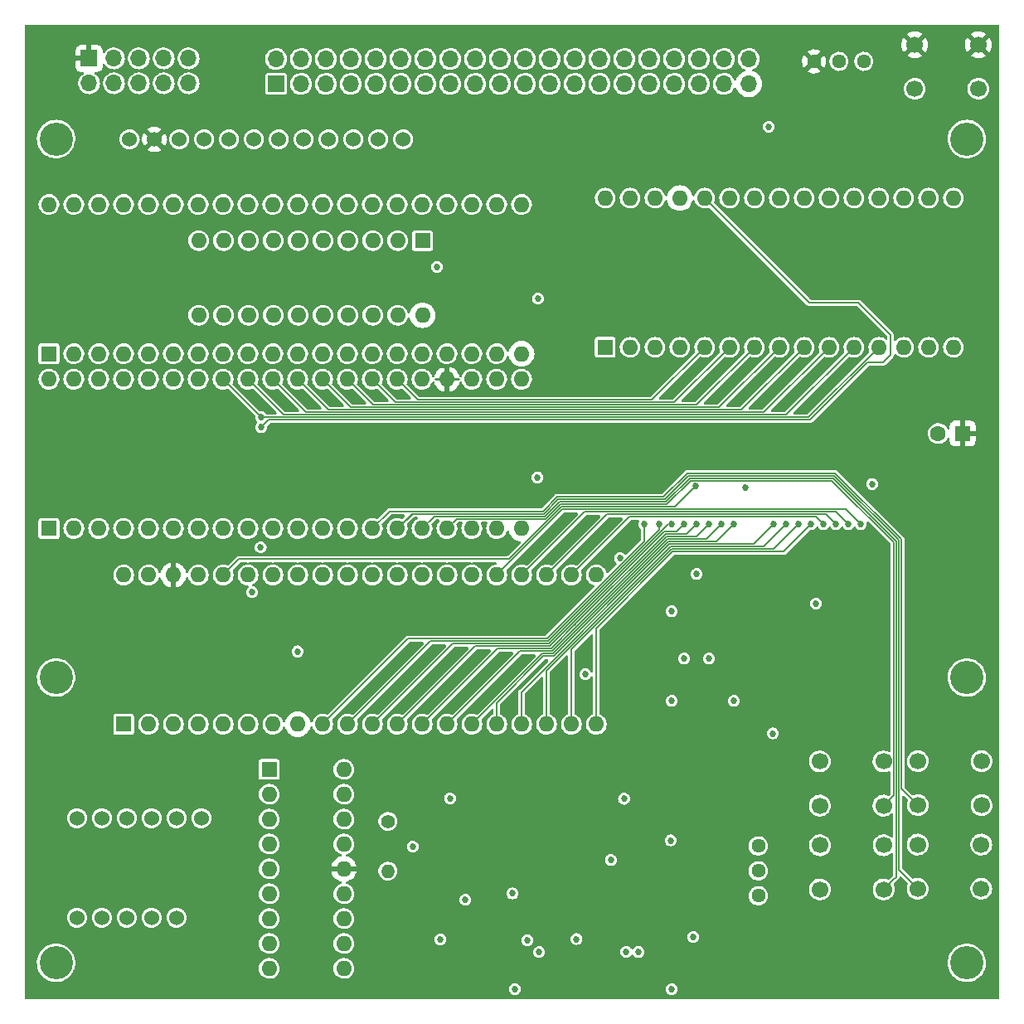
<source format=gbr>
%TF.GenerationSoftware,KiCad,Pcbnew,(5.99.0-7833-g0d57f90982)*%
%TF.CreationDate,2021-09-05T20:23:00+02:00*%
%TF.ProjectId,sbc6526,73626336-3532-4362-9e6b-696361645f70,rev?*%
%TF.SameCoordinates,Original*%
%TF.FileFunction,Copper,L3,Inr*%
%TF.FilePolarity,Positive*%
%FSLAX46Y46*%
G04 Gerber Fmt 4.6, Leading zero omitted, Abs format (unit mm)*
G04 Created by KiCad (PCBNEW (5.99.0-7833-g0d57f90982)) date 2021-09-05 20:23:00*
%MOMM*%
%LPD*%
G01*
G04 APERTURE LIST*
%TA.AperFunction,ComponentPad*%
%ADD10C,1.440000*%
%TD*%
%TA.AperFunction,ComponentPad*%
%ADD11R,1.600000X1.600000*%
%TD*%
%TA.AperFunction,ComponentPad*%
%ADD12O,1.600000X1.600000*%
%TD*%
%TA.AperFunction,ComponentPad*%
%ADD13C,1.600000*%
%TD*%
%TA.AperFunction,ComponentPad*%
%ADD14C,1.524000*%
%TD*%
%TA.AperFunction,ComponentPad*%
%ADD15R,1.700000X1.700000*%
%TD*%
%TA.AperFunction,ComponentPad*%
%ADD16O,1.700000X1.700000*%
%TD*%
%TA.AperFunction,ComponentPad*%
%ADD17C,1.400000*%
%TD*%
%TA.AperFunction,ComponentPad*%
%ADD18O,1.400000X1.400000*%
%TD*%
%TA.AperFunction,ComponentPad*%
%ADD19C,1.700000*%
%TD*%
%TA.AperFunction,ComponentPad*%
%ADD20C,3.400000*%
%TD*%
%TA.AperFunction,ViaPad*%
%ADD21C,0.685800*%
%TD*%
%TA.AperFunction,Conductor*%
%ADD22C,0.254000*%
%TD*%
%TA.AperFunction,Conductor*%
%ADD23C,0.127000*%
%TD*%
G04 APERTURE END LIST*
D10*
%TO.N,GND*%
%TO.C,P2*%
X185900000Y-54000000D03*
%TO.N,Net-(LCD1-Pad3)*%
X183360000Y-54000000D03*
%TO.N,VCC*%
X180820000Y-54000000D03*
%TD*%
D11*
%TO.N,Net-(NANO1-Pad1)*%
%TO.C,NANO1*%
X159500000Y-83200000D03*
D12*
%TO.N,Net-(NANO1-Pad2)*%
X162040000Y-83200000D03*
%TO.N,Net-(NANO1-Pad3)*%
X164580000Y-83200000D03*
%TO.N,GND*%
X167120000Y-83200000D03*
%TO.N,/bootstrap/D7*%
X169660000Y-83200000D03*
%TO.N,/bootstrap/D6*%
X172200000Y-83200000D03*
%TO.N,/bootstrap/D5*%
X174740000Y-83200000D03*
%TO.N,/bootstrap/D4*%
X177280000Y-83200000D03*
%TO.N,/bootstrap/D3*%
X179820000Y-83200000D03*
%TO.N,/bootstrap/D2*%
X182360000Y-83200000D03*
%TO.N,/bootstrap/D1*%
X184900000Y-83200000D03*
%TO.N,/bootstrap/D0*%
X187440000Y-83200000D03*
%TO.N,/~CE*%
X189980000Y-83200000D03*
%TO.N,/bootstrap/RESET*%
X192520000Y-83200000D03*
%TO.N,/R~W*%
X195060000Y-83200000D03*
%TO.N,/TOD*%
X195060000Y-67960000D03*
%TO.N,Net-(NANO1-Pad17)*%
X192520000Y-67960000D03*
%TO.N,Net-(NANO1-Pad18)*%
X189980000Y-67960000D03*
%TO.N,/bootstrap/CLOCK*%
X187440000Y-67960000D03*
%TO.N,/bootstrap/LATCH*%
X184900000Y-67960000D03*
%TO.N,/bootstrap/BE*%
X182360000Y-67960000D03*
%TO.N,Net-(NANO1-Pad22)*%
X179820000Y-67960000D03*
%TO.N,/bootstrap/DS*%
X177280000Y-67960000D03*
%TO.N,Net-(NANO1-Pad24)*%
X174740000Y-67960000D03*
%TO.N,Net-(NANO1-Pad25)*%
X172200000Y-67960000D03*
%TO.N,/TODENABLE*%
X169660000Y-67960000D03*
%TO.N,VCC*%
X167120000Y-67960000D03*
%TO.N,Net-(NANO1-Pad28)*%
X164580000Y-67960000D03*
%TO.N,GND*%
X162040000Y-67960000D03*
%TO.N,Net-(NANO1-Pad30)*%
X159500000Y-67960000D03*
%TD*%
D11*
%TO.N,/R~W*%
%TO.C,U11*%
X140843000Y-72300000D03*
D12*
%TO.N,/peripherals/DB7*%
X138303000Y-72300000D03*
%TO.N,/peripherals/DB6*%
X135763000Y-72300000D03*
%TO.N,/peripherals/DB5*%
X133223000Y-72300000D03*
%TO.N,/peripherals/DB4*%
X130683000Y-72300000D03*
%TO.N,/peripherals/DB3*%
X128143000Y-72300000D03*
%TO.N,/peripherals/DB2*%
X125603000Y-72300000D03*
%TO.N,/peripherals/DB1*%
X123063000Y-72300000D03*
%TO.N,/peripherals/DB0*%
X120523000Y-72300000D03*
%TO.N,GND*%
X117983000Y-72300000D03*
%TO.N,/bootstrap/D0*%
X117983000Y-79920000D03*
%TO.N,/bootstrap/D1*%
X120523000Y-79920000D03*
%TO.N,/bootstrap/D2*%
X123063000Y-79920000D03*
%TO.N,/bootstrap/D3*%
X125603000Y-79920000D03*
%TO.N,/bootstrap/D4*%
X128143000Y-79920000D03*
%TO.N,/bootstrap/D5*%
X130683000Y-79920000D03*
%TO.N,/bootstrap/D6*%
X133223000Y-79920000D03*
%TO.N,/bootstrap/D7*%
X135763000Y-79920000D03*
%TO.N,/memory/~CIA*%
X138303000Y-79920000D03*
%TO.N,VCC*%
X140843000Y-79920000D03*
%TD*%
D10*
%TO.N,Net-(C13-Pad1)*%
%TO.C,P1*%
X175133000Y-134112000D03*
%TO.N,Net-(P1-Pad2)*%
X175133000Y-136652000D03*
%TO.N,Net-(P1-Pad3)*%
X175133000Y-139192000D03*
%TD*%
D11*
%TO.N,VCC*%
%TO.C,C14*%
X196000000Y-92000000D03*
D13*
%TO.N,GND*%
X193500000Y-92000000D03*
%TD*%
D11*
%TO.N,Net-(U3-Pad1)*%
%TO.C,U3*%
X110325000Y-121690000D03*
D12*
%TO.N,Net-(R11-Pad1)*%
X112865000Y-121690000D03*
%TO.N,Net-(U3-Pad3)*%
X115405000Y-121690000D03*
%TO.N,/~IRQ*%
X117945000Y-121690000D03*
%TO.N,Net-(U3-Pad5)*%
X120485000Y-121690000D03*
%TO.N,/~VIAIRQ*%
X123025000Y-121690000D03*
%TO.N,Net-(U3-Pad7)*%
X125565000Y-121690000D03*
%TO.N,VCC*%
X128105000Y-121690000D03*
%TO.N,/bootstrap/A0*%
X130645000Y-121690000D03*
%TO.N,/bootstrap/A1*%
X133185000Y-121690000D03*
%TO.N,/bootstrap/A2*%
X135725000Y-121690000D03*
%TO.N,/bootstrap/A3*%
X138265000Y-121690000D03*
%TO.N,/bootstrap/A4*%
X140805000Y-121690000D03*
%TO.N,/bootstrap/A5*%
X143345000Y-121690000D03*
%TO.N,/bootstrap/A6*%
X145885000Y-121690000D03*
%TO.N,/bootstrap/A7*%
X148425000Y-121690000D03*
%TO.N,/bootstrap/A8*%
X150965000Y-121690000D03*
%TO.N,/bootstrap/A9*%
X153505000Y-121690000D03*
%TO.N,/bootstrap/A10*%
X156045000Y-121690000D03*
%TO.N,/bootstrap/A11*%
X158585000Y-121690000D03*
%TO.N,GND*%
X158585000Y-106450000D03*
%TO.N,/bootstrap/A12*%
X156045000Y-106450000D03*
%TO.N,/bootstrap/A13*%
X153505000Y-106450000D03*
%TO.N,/bootstrap/A14*%
X150965000Y-106450000D03*
%TO.N,/bootstrap/A15*%
X148425000Y-106450000D03*
%TO.N,/bootstrap/D7*%
X145885000Y-106450000D03*
%TO.N,/bootstrap/D6*%
X143345000Y-106450000D03*
%TO.N,/bootstrap/D5*%
X140805000Y-106450000D03*
%TO.N,/bootstrap/D4*%
X138265000Y-106450000D03*
%TO.N,/bootstrap/D3*%
X135725000Y-106450000D03*
%TO.N,/bootstrap/D2*%
X133185000Y-106450000D03*
%TO.N,/bootstrap/D1*%
X130645000Y-106450000D03*
%TO.N,/bootstrap/D0*%
X128105000Y-106450000D03*
%TO.N,/R~W*%
X125565000Y-106450000D03*
%TO.N,Net-(U3-Pad35)*%
X123025000Y-106450000D03*
%TO.N,/bootstrap/BE*%
X120485000Y-106450000D03*
%TO.N,/PHI2*%
X117945000Y-106450000D03*
%TO.N,VCC*%
X115405000Y-106450000D03*
%TO.N,Net-(U3-Pad39)*%
X112865000Y-106450000D03*
%TO.N,/~RES*%
X110325000Y-106450000D03*
%TD*%
D14*
%TO.N,/clockmeter/E*%
%TO.C,LED1*%
X105570000Y-141440000D03*
%TO.N,/clockmeter/D*%
X108110000Y-141440000D03*
%TO.N,/clockmeter/DP*%
X110650000Y-141440000D03*
%TO.N,/clockmeter/C*%
X113190000Y-141440000D03*
%TO.N,/clockmeter/G*%
X115730000Y-141440000D03*
%TO.N,/clockmeter/B*%
X105570000Y-131280000D03*
%TO.N,/clockmeter/C3*%
X108110000Y-131280000D03*
%TO.N,/clockmeter/C2*%
X110650000Y-131280000D03*
%TO.N,/clockmeter/F*%
X113190000Y-131280000D03*
%TO.N,/clockmeter/A*%
X115730000Y-131280000D03*
%TO.N,/clockmeter/C1*%
X118270000Y-131280000D03*
%TD*%
D15*
%TO.N,VCC*%
%TO.C,J1*%
X106800000Y-53700000D03*
D16*
%TO.N,/io/PB7*%
X106800000Y-56240000D03*
%TO.N,/io/PB6*%
X109340000Y-53700000D03*
%TO.N,/io/PB5*%
X109340000Y-56240000D03*
%TO.N,/io/PB4*%
X111880000Y-53700000D03*
%TO.N,/io/PB3*%
X111880000Y-56240000D03*
%TO.N,/io/PB2*%
X114420000Y-53700000D03*
%TO.N,/io/PB1*%
X114420000Y-56240000D03*
%TO.N,/io/PB0*%
X116960000Y-53700000D03*
%TO.N,GND*%
X116960000Y-56240000D03*
%TD*%
D17*
%TO.N,Net-(C5-Pad1)*%
%TO.C,Y1*%
X137300000Y-131600000D03*
D18*
%TO.N,Net-(C6-Pad1)*%
X137300000Y-136680000D03*
%TD*%
D11*
%TO.N,/clockmeter/C2*%
%TO.C,PIC1*%
X125200000Y-126300000D03*
D12*
%TO.N,/clockmeter/C1*%
X125200000Y-128840000D03*
%TO.N,/clock/~PHI2*%
X125200000Y-131380000D03*
%TO.N,Net-(PIC1-Pad4)*%
X125200000Y-133920000D03*
%TO.N,GND*%
X125200000Y-136460000D03*
%TO.N,Net-(PIC1-Pad6)*%
X125200000Y-139000000D03*
%TO.N,Net-(PIC1-Pad7)*%
X125200000Y-141540000D03*
%TO.N,Net-(PIC1-Pad8)*%
X125200000Y-144080000D03*
%TO.N,Net-(PIC1-Pad9)*%
X125200000Y-146620000D03*
%TO.N,Net-(PIC1-Pad10)*%
X132820000Y-146620000D03*
%TO.N,Net-(PIC1-Pad11)*%
X132820000Y-144080000D03*
%TO.N,Net-(PIC1-Pad12)*%
X132820000Y-141540000D03*
%TO.N,Net-(PIC1-Pad13)*%
X132820000Y-139000000D03*
%TO.N,VCC*%
X132820000Y-136460000D03*
%TO.N,Net-(C6-Pad1)*%
X132820000Y-133920000D03*
%TO.N,Net-(C5-Pad1)*%
X132820000Y-131380000D03*
%TO.N,/clockmeter/C3*%
X132820000Y-128840000D03*
%TO.N,Net-(PIC1-Pad18)*%
X132820000Y-126300000D03*
%TD*%
D15*
%TO.N,GND*%
%TO.C,EXT6526*%
X125900000Y-56300000D03*
D16*
%TO.N,/peripherals/SERCLK*%
X125900000Y-53760000D03*
%TO.N,/peripherals/PA0*%
X128440000Y-56300000D03*
%TO.N,/peripherals/SERDAT*%
X128440000Y-53760000D03*
%TO.N,/peripherals/PA1*%
X130980000Y-56300000D03*
%TO.N,/bootstrap/A0*%
X130980000Y-53760000D03*
%TO.N,/peripherals/PA2*%
X133520000Y-56300000D03*
%TO.N,/bootstrap/A1*%
X133520000Y-53760000D03*
%TO.N,/peripherals/PA3*%
X136060000Y-56300000D03*
%TO.N,/bootstrap/A2*%
X136060000Y-53760000D03*
%TO.N,/peripherals/PA4*%
X138600000Y-56300000D03*
%TO.N,/bootstrap/A3*%
X138600000Y-53760000D03*
%TO.N,/peripherals/PA5*%
X141140000Y-56300000D03*
%TO.N,/peripherals/~CIARES*%
X141140000Y-53760000D03*
%TO.N,/peripherals/PA6*%
X143680000Y-56300000D03*
%TO.N,/bootstrap/D0*%
X143680000Y-53760000D03*
%TO.N,/peripherals/PA7*%
X146220000Y-56300000D03*
%TO.N,/bootstrap/D1*%
X146220000Y-53760000D03*
%TO.N,/io/PB0*%
X148760000Y-56300000D03*
%TO.N,/bootstrap/D2*%
X148760000Y-53760000D03*
%TO.N,/io/PB1*%
X151300000Y-56300000D03*
%TO.N,/bootstrap/D3*%
X151300000Y-53760000D03*
%TO.N,/io/PB2*%
X153840000Y-56300000D03*
%TO.N,/bootstrap/D4*%
X153840000Y-53760000D03*
%TO.N,/io/PB3*%
X156380000Y-56300000D03*
%TO.N,/bootstrap/D5*%
X156380000Y-53760000D03*
%TO.N,/io/PB4*%
X158920000Y-56300000D03*
%TO.N,/bootstrap/D6*%
X158920000Y-53760000D03*
%TO.N,/io/PB5*%
X161460000Y-56300000D03*
%TO.N,/bootstrap/D7*%
X161460000Y-53760000D03*
%TO.N,/io/PB6*%
X164000000Y-56300000D03*
%TO.N,/PHI2*%
X164000000Y-53760000D03*
%TO.N,/io/PB7*%
X166540000Y-56300000D03*
%TO.N,/peripherals/~EXTPC*%
X166540000Y-53760000D03*
%TO.N,/peripherals/~EXTFLAG*%
X169080000Y-56300000D03*
%TO.N,/memory/~CIAEXT*%
X169080000Y-53760000D03*
%TO.N,/TOD*%
X171620000Y-56300000D03*
%TO.N,/R~W*%
X171620000Y-53760000D03*
%TO.N,VCC*%
X174160000Y-56300000D03*
%TO.N,/~IRQ*%
X174160000Y-53760000D03*
%TD*%
D11*
%TO.N,GND*%
%TO.C,U2*%
X102700000Y-101700000D03*
D12*
%TO.N,/peripherals/~CIARES*%
X105240000Y-101700000D03*
%TO.N,/peripherals/LCD_RS*%
X107780000Y-101700000D03*
%TO.N,/peripherals/LCD_RW*%
X110320000Y-101700000D03*
%TO.N,/peripherals/LCD_E*%
X112860000Y-101700000D03*
%TO.N,/peripherals/LCD_D4*%
X115400000Y-101700000D03*
%TO.N,/peripherals/LCD_D5*%
X117940000Y-101700000D03*
%TO.N,/peripherals/LCD_D6*%
X120480000Y-101700000D03*
%TO.N,/peripherals/LCD_D7*%
X123020000Y-101700000D03*
%TO.N,/TODENABLE*%
X125560000Y-101700000D03*
%TO.N,/TOD*%
X128100000Y-101700000D03*
%TO.N,Net-(U2-Pad12)*%
X130640000Y-101700000D03*
%TO.N,Net-(U2-Pad13)*%
X133180000Y-101700000D03*
%TO.N,/io/VPB4*%
X135720000Y-101700000D03*
%TO.N,/io/VPB5*%
X138260000Y-101700000D03*
%TO.N,/io/VPB6*%
X140800000Y-101700000D03*
%TO.N,/io/VPB7*%
X143340000Y-101700000D03*
%TO.N,Net-(U2-Pad18)*%
X145880000Y-101700000D03*
%TO.N,Net-(U2-Pad19)*%
X148420000Y-101700000D03*
%TO.N,VCC*%
X150960000Y-101700000D03*
%TO.N,/~VIAIRQ*%
X150960000Y-86460000D03*
%TO.N,/R~W*%
X148420000Y-86460000D03*
%TO.N,/memory/~VIA*%
X145880000Y-86460000D03*
%TO.N,VCC*%
X143340000Y-86460000D03*
%TO.N,/PHI2*%
X140800000Y-86460000D03*
%TO.N,/bootstrap/D7*%
X138260000Y-86460000D03*
%TO.N,/bootstrap/D6*%
X135720000Y-86460000D03*
%TO.N,/bootstrap/D5*%
X133180000Y-86460000D03*
%TO.N,/bootstrap/D4*%
X130640000Y-86460000D03*
%TO.N,/bootstrap/D3*%
X128100000Y-86460000D03*
%TO.N,/bootstrap/D2*%
X125560000Y-86460000D03*
%TO.N,/bootstrap/D1*%
X123020000Y-86460000D03*
%TO.N,/bootstrap/D0*%
X120480000Y-86460000D03*
%TO.N,/~RES*%
X117940000Y-86460000D03*
%TO.N,/bootstrap/A3*%
X115400000Y-86460000D03*
%TO.N,/bootstrap/A2*%
X112860000Y-86460000D03*
%TO.N,/bootstrap/A1*%
X110320000Y-86460000D03*
%TO.N,/bootstrap/A0*%
X107780000Y-86460000D03*
%TO.N,Net-(U2-Pad39)*%
X105240000Y-86460000D03*
%TO.N,Net-(U2-Pad40)*%
X102700000Y-86460000D03*
%TD*%
D19*
%TO.N,GND*%
%TO.C,SW1*%
X181420000Y-125490000D03*
X187920000Y-125490000D03*
%TO.N,/io/VPB7*%
X181420000Y-129990000D03*
X187920000Y-129990000D03*
%TD*%
%TO.N,GND*%
%TO.C,SW2*%
X181440000Y-134050000D03*
X187940000Y-134050000D03*
%TO.N,/io/VPB6*%
X181440000Y-138550000D03*
X187940000Y-138550000D03*
%TD*%
%TO.N,GND*%
%TO.C,SW3*%
X191400000Y-133970000D03*
X197900000Y-133970000D03*
%TO.N,/io/VPB5*%
X191400000Y-138470000D03*
X197900000Y-138470000D03*
%TD*%
%TO.N,GND*%
%TO.C,SW4*%
X191420000Y-125450000D03*
X197920000Y-125450000D03*
%TO.N,/io/VPB4*%
X191420000Y-129950000D03*
X197920000Y-129950000D03*
%TD*%
%TO.N,Net-(R13-Pad2)*%
%TO.C,SW5*%
X197600000Y-56800000D03*
X191100000Y-56800000D03*
%TO.N,VCC*%
X197600000Y-52300000D03*
X191100000Y-52300000D03*
%TD*%
D20*
%TO.N,GND*%
%TO.C,LCD1*%
X103425000Y-116925000D03*
X196425000Y-116925000D03*
X196425000Y-61925000D03*
X103425000Y-61925000D03*
D14*
X110935000Y-61965000D03*
%TO.N,VCC*%
X113475000Y-61965000D03*
%TO.N,Net-(LCD1-Pad3)*%
X116015000Y-61965000D03*
%TO.N,/peripherals/LCD_RS*%
X118555000Y-61965000D03*
%TO.N,/peripherals/LCD_RW*%
X121095000Y-61965000D03*
%TO.N,/peripherals/LCD_E*%
X123635000Y-61965000D03*
%TO.N,/peripherals/LCD_D4*%
X126175000Y-61965000D03*
%TO.N,/peripherals/LCD_D5*%
X128715000Y-61965000D03*
%TO.N,/peripherals/LCD_D6*%
X131255000Y-61965000D03*
%TO.N,/peripherals/LCD_D7*%
X133795000Y-61965000D03*
%TO.N,Net-(LCD1-Pad15)*%
X136335000Y-61965000D03*
%TO.N,GND*%
X138875000Y-61965000D03*
%TD*%
D11*
%TO.N,GND*%
%TO.C,U1*%
X102700000Y-83850000D03*
D12*
%TO.N,/peripherals/PA0*%
X105240000Y-83850000D03*
%TO.N,/peripherals/PA1*%
X107780000Y-83850000D03*
%TO.N,/peripherals/PA2*%
X110320000Y-83850000D03*
%TO.N,/peripherals/PA3*%
X112860000Y-83850000D03*
%TO.N,/peripherals/PA4*%
X115400000Y-83850000D03*
%TO.N,/peripherals/PA5*%
X117940000Y-83850000D03*
%TO.N,/peripherals/PA6*%
X120480000Y-83850000D03*
%TO.N,/peripherals/PA7*%
X123020000Y-83850000D03*
%TO.N,/io/PB0*%
X125560000Y-83850000D03*
%TO.N,/io/PB1*%
X128100000Y-83850000D03*
%TO.N,/io/PB2*%
X130640000Y-83850000D03*
%TO.N,/io/PB3*%
X133180000Y-83850000D03*
%TO.N,/io/PB4*%
X135720000Y-83850000D03*
%TO.N,/io/PB5*%
X138260000Y-83850000D03*
%TO.N,/io/PB6*%
X140800000Y-83850000D03*
%TO.N,/io/PB7*%
X143340000Y-83850000D03*
%TO.N,/peripherals/~EXTPC*%
X145880000Y-83850000D03*
%TO.N,/TOD*%
X148420000Y-83850000D03*
%TO.N,VCC*%
X150960000Y-83850000D03*
%TO.N,/~IRQ*%
X150960000Y-68610000D03*
%TO.N,/R~W*%
X148420000Y-68610000D03*
%TO.N,/memory/~CIA*%
X145880000Y-68610000D03*
%TO.N,/peripherals/~EXTFLAG*%
X143340000Y-68610000D03*
%TO.N,/PHI2*%
X140800000Y-68610000D03*
%TO.N,/peripherals/DB7*%
X138260000Y-68610000D03*
%TO.N,/peripherals/DB6*%
X135720000Y-68610000D03*
%TO.N,/peripherals/DB5*%
X133180000Y-68610000D03*
%TO.N,/peripherals/DB4*%
X130640000Y-68610000D03*
%TO.N,/peripherals/DB3*%
X128100000Y-68610000D03*
%TO.N,/peripherals/DB2*%
X125560000Y-68610000D03*
%TO.N,/peripherals/DB1*%
X123020000Y-68610000D03*
%TO.N,/peripherals/DB0*%
X120480000Y-68610000D03*
%TO.N,/peripherals/~CIARES*%
X117940000Y-68610000D03*
%TO.N,/bootstrap/A3*%
X115400000Y-68610000D03*
%TO.N,/bootstrap/A2*%
X112860000Y-68610000D03*
%TO.N,/bootstrap/A1*%
X110320000Y-68610000D03*
%TO.N,/bootstrap/A0*%
X107780000Y-68610000D03*
%TO.N,/peripherals/SERDAT*%
X105240000Y-68610000D03*
%TO.N,/peripherals/SERCLK*%
X102700000Y-68610000D03*
%TD*%
D20*
%TO.N,GND*%
%TO.C,*%
X196425000Y-146050000D03*
%TD*%
%TO.N,GND*%
%TO.C,*%
X103425000Y-146050000D03*
%TD*%
D21*
%TO.N,GND*%
X170110000Y-114987000D03*
X168840000Y-106351000D03*
X173850000Y-97550000D03*
X139850000Y-134175000D03*
X151550000Y-143750000D03*
X166300000Y-110161000D03*
X166175000Y-133550000D03*
X186750000Y-97150000D03*
X150275000Y-148725000D03*
X152750000Y-144950000D03*
X142325000Y-74975000D03*
X143650000Y-129250000D03*
X166300000Y-119305000D03*
X168500000Y-143400000D03*
X128075000Y-114250000D03*
X156575000Y-143625000D03*
X161425000Y-129300000D03*
X152625000Y-78225000D03*
X172650000Y-119305000D03*
X167570000Y-114987000D03*
X176625000Y-122625000D03*
X152575000Y-96475000D03*
X181037500Y-109362500D03*
X142675000Y-143650000D03*
X176200000Y-60675000D03*
%TO.N,/memory/RAMCE*%
X160073195Y-135561000D03*
X145218000Y-139625000D03*
%TO.N,VCC*%
X142375000Y-77050000D03*
X170110000Y-119305000D03*
X172600000Y-92175000D03*
X152625000Y-80325000D03*
X181600000Y-136375000D03*
X173920000Y-119305000D03*
X168500000Y-148525000D03*
X191550000Y-127750000D03*
X191575000Y-136225000D03*
X125775000Y-117925000D03*
X177500000Y-109400000D03*
X174125000Y-60775000D03*
X154100000Y-148425000D03*
X168840000Y-127941000D03*
X185475000Y-92150000D03*
X185950000Y-110875000D03*
X176625000Y-127475000D03*
X166225000Y-138675000D03*
X152575000Y-98525000D03*
X145225000Y-61975000D03*
X176587090Y-94047954D03*
X164950000Y-92200000D03*
X172650000Y-127941000D03*
X181600000Y-127800000D03*
X152625000Y-73125000D03*
X112875000Y-114775000D03*
%TO.N,/memory/~VIA*%
X161645400Y-144907062D03*
%TO.N,/memory/~CIA*%
X162890000Y-144960000D03*
%TO.N,/bootstrap/BE*%
X168779149Y-97339843D03*
%TO.N,/~VIAIRQ*%
X124320961Y-103631252D03*
%TO.N,/~RES*%
X161004183Y-104742417D03*
X123444000Y-108204000D03*
%TO.N,/PHI2*%
X157480000Y-116586000D03*
%TO.N,/TODENABLE*%
X124390000Y-91365000D03*
%TO.N,/~CE*%
X150021865Y-138960072D03*
%TO.N,/bootstrap/D0*%
X124390000Y-90349000D03*
%TO.N,/bootstrap/A11*%
X180524000Y-101271000D03*
%TO.N,/bootstrap/A10*%
X179254000Y-101271000D03*
%TO.N,/bootstrap/A9*%
X177984000Y-101271000D03*
%TO.N,/bootstrap/A8*%
X176714000Y-101271000D03*
%TO.N,/bootstrap/A7*%
X172650000Y-101271000D03*
%TO.N,/bootstrap/A6*%
X171380000Y-101271000D03*
%TO.N,/bootstrap/A5*%
X170110000Y-101271000D03*
%TO.N,/bootstrap/A4*%
X168840000Y-101271000D03*
%TO.N,/bootstrap/A15*%
X185604000Y-101271000D03*
%TO.N,/bootstrap/A14*%
X184334000Y-101271000D03*
%TO.N,/bootstrap/A13*%
X183064000Y-101271000D03*
%TO.N,/bootstrap/A12*%
X181794000Y-101271000D03*
%TO.N,/bootstrap/A0*%
X163506000Y-101271000D03*
%TO.N,/bootstrap/A1*%
X165030000Y-101271000D03*
%TO.N,/bootstrap/A2*%
X166300000Y-101271000D03*
%TO.N,/bootstrap/A3*%
X167570000Y-101271000D03*
%TO.N,/memory/~CIAEXT*%
X166300000Y-148743600D03*
%TD*%
D22*
%TO.N,VCC*%
X143340000Y-86460000D02*
X142185000Y-86460000D01*
X143340000Y-85135000D02*
X142310000Y-85135000D01*
X143340000Y-86460000D02*
X144490000Y-86460000D01*
X143340000Y-86460000D02*
X143340000Y-85135000D01*
D23*
%TO.N,/bootstrap/BE*%
X155022816Y-99492960D02*
X166626032Y-99492960D01*
X166626032Y-99492960D02*
X168779149Y-97339843D01*
X122108000Y-104827000D02*
X149688776Y-104827000D01*
X149688776Y-104827000D02*
X155022816Y-99492960D01*
X120485000Y-106450000D02*
X122108000Y-104827000D01*
%TO.N,/TODENABLE*%
X125151932Y-90603068D02*
X180396157Y-90603067D01*
X187890000Y-84761000D02*
X188652000Y-83999000D01*
X188652000Y-81967000D02*
X185350000Y-78665000D01*
X180396157Y-90603067D02*
X186238224Y-84761000D01*
X186238224Y-84761000D02*
X187890000Y-84761000D01*
X180365000Y-78665000D02*
X169660000Y-67960000D01*
X188652000Y-83999000D02*
X188652000Y-81967000D01*
X124390000Y-91365000D02*
X125151932Y-90603068D01*
X185350000Y-78665000D02*
X180365000Y-78665000D01*
%TO.N,/bootstrap/D7*%
X164289000Y-88571000D02*
X169660000Y-83200000D01*
X138260000Y-86460000D02*
X140371000Y-88571000D01*
X140371000Y-88571000D02*
X164289000Y-88571000D01*
%TO.N,/bootstrap/D6*%
X166575000Y-88825000D02*
X138085000Y-88825000D01*
X172200000Y-83200000D02*
X166575000Y-88825000D01*
X138085000Y-88825000D02*
X135720000Y-86460000D01*
%TO.N,/bootstrap/D5*%
X168860990Y-89079010D02*
X135799010Y-89079010D01*
X135799010Y-89079010D02*
X133180000Y-86460000D01*
X174740000Y-83200000D02*
X168860990Y-89079010D01*
%TO.N,/bootstrap/D4*%
X171146980Y-89333020D02*
X177280000Y-83200000D01*
X133513020Y-89333020D02*
X171146980Y-89333020D01*
X130640000Y-86460000D02*
X133513020Y-89333020D01*
%TO.N,/bootstrap/D3*%
X179820000Y-83200000D02*
X173432971Y-89587029D01*
X173432971Y-89587029D02*
X131227029Y-89587029D01*
X131227029Y-89587029D02*
X128100000Y-86460000D01*
%TO.N,/bootstrap/D2*%
X128941038Y-89841038D02*
X175718962Y-89841038D01*
X125560000Y-86460000D02*
X128941038Y-89841038D01*
X175718962Y-89841038D02*
X182360000Y-83200000D01*
%TO.N,/bootstrap/D1*%
X184900000Y-83200000D02*
X178004952Y-90095048D01*
X126655048Y-90095048D02*
X123020000Y-86460000D01*
X178004952Y-90095048D02*
X126655048Y-90095048D01*
%TO.N,/bootstrap/D0*%
X124369058Y-90349058D02*
X120480000Y-86460000D01*
X187440000Y-83200000D02*
X180290942Y-90349058D01*
X180290942Y-90349058D02*
X124369058Y-90349058D01*
%TO.N,/io/VPB7*%
X144330501Y-100709499D02*
X153447053Y-100709499D01*
X165792050Y-99238950D02*
X168224558Y-96806442D01*
X182663442Y-96806442D02*
X188960501Y-103103501D01*
X168224558Y-96806442D02*
X182663442Y-96806442D01*
X143340000Y-101700000D02*
X144330501Y-100709499D01*
X154917602Y-99238950D02*
X165792050Y-99238950D01*
X153447053Y-100709499D02*
X154917602Y-99238950D01*
X188960501Y-128949499D02*
X187920000Y-129990000D01*
X188960501Y-103103501D02*
X188960501Y-128949499D01*
%TO.N,/io/VPB6*%
X168119343Y-96552433D02*
X182768656Y-96552432D01*
X189214510Y-102998286D02*
X189214511Y-137275489D01*
X189214511Y-137275489D02*
X188899000Y-137591000D01*
X182768656Y-96552432D02*
X189214510Y-102998286D01*
X140800000Y-101700000D02*
X142044511Y-100455489D01*
X188899000Y-137591000D02*
X187940000Y-138550000D01*
X165686836Y-98984940D02*
X168119343Y-96552433D01*
X153341839Y-100455489D02*
X154812387Y-98984941D01*
X142044511Y-100455489D02*
X153341839Y-100455489D01*
X154812387Y-98984941D02*
X165686836Y-98984940D01*
%TO.N,/io/VPB5*%
X191400000Y-138470000D02*
X189468519Y-136538519D01*
X153236625Y-100201479D02*
X139828521Y-100201479D01*
X168014130Y-96298424D02*
X165581620Y-98730932D01*
X189468519Y-136538519D02*
X189468519Y-102893073D01*
X154707174Y-98730932D02*
X153236625Y-100201479D01*
X182873871Y-96298423D02*
X168014130Y-96298424D01*
X138330000Y-101700000D02*
X138260000Y-101700000D01*
X139828521Y-100201479D02*
X138330000Y-101700000D01*
X165581620Y-98730932D02*
X154707174Y-98730932D01*
X189468519Y-102893073D02*
X182873871Y-96298423D01*
X138260000Y-101700000D02*
X139758521Y-100201479D01*
%TO.N,/bootstrap/A11*%
X166403562Y-104066662D02*
X177728338Y-104066662D01*
X158585000Y-121690000D02*
X158585000Y-111885224D01*
X177728338Y-104066662D02*
X180524000Y-101271000D01*
X158585000Y-111885224D02*
X166403562Y-104066662D01*
%TO.N,/bootstrap/A10*%
X166298348Y-103812652D02*
X156045000Y-114066000D01*
X179254000Y-101271000D02*
X176712348Y-103812652D01*
X156045000Y-114066000D02*
X156045000Y-121690000D01*
X176712348Y-103812652D02*
X166298348Y-103812652D01*
%TO.N,/bootstrap/A9*%
X175696358Y-103558642D02*
X177984000Y-101271000D01*
X153505000Y-116228958D02*
X166175316Y-103558642D01*
X153505000Y-121690000D02*
X153505000Y-116228958D01*
X166175316Y-103558642D02*
X175696358Y-103558642D01*
%TO.N,/bootstrap/A8*%
X166070102Y-103304632D02*
X150965000Y-118409734D01*
X150965000Y-118409734D02*
X150965000Y-121690000D01*
X174680368Y-103304632D02*
X166070102Y-103304632D01*
X176714000Y-101271000D02*
X174680368Y-103304632D01*
%TO.N,/bootstrap/A7*%
X165964888Y-103050622D02*
X170870378Y-103050622D01*
X148425000Y-121690000D02*
X148425000Y-119509224D01*
X153201156Y-114733068D02*
X154282441Y-114733069D01*
X154282441Y-114733069D02*
X165964888Y-103050622D01*
X148425000Y-119509224D02*
X153201156Y-114733068D01*
X170870378Y-103050622D02*
X172650000Y-101271000D01*
%TO.N,/bootstrap/A6*%
X169854388Y-102796612D02*
X165859674Y-102796612D01*
X153095940Y-114479060D02*
X154177227Y-114479059D01*
X171380000Y-101271000D02*
X169854388Y-102796612D01*
X145885000Y-121690000D02*
X153095940Y-114479060D01*
X165859674Y-102796612D02*
X154177226Y-114479060D01*
%TO.N,/bootstrap/A5*%
X168838398Y-102542602D02*
X165754460Y-102542602D01*
X150554000Y-114481000D02*
X143345000Y-121690000D01*
X150809950Y-114225050D02*
X150554000Y-114481000D01*
X170110000Y-101271000D02*
X168838398Y-102542602D01*
X154072012Y-114225050D02*
X150809950Y-114225050D01*
X165754460Y-102542602D02*
X154072012Y-114225050D01*
%TO.N,/bootstrap/A4*%
X156394000Y-111543838D02*
X156577419Y-111360419D01*
X148523960Y-113971040D02*
X153966798Y-113971040D01*
X165649246Y-102288592D02*
X167822408Y-102288592D01*
X156577419Y-111360419D02*
X165649246Y-102288592D01*
X140805000Y-121690000D02*
X148523960Y-113971040D01*
X153966798Y-113971040D02*
X156577419Y-111360419D01*
X167822408Y-102288592D02*
X168840000Y-101271000D01*
%TO.N,/bootstrap/A15*%
X184079970Y-99746970D02*
X185604000Y-101271000D01*
X155128030Y-99746970D02*
X184079970Y-99746970D01*
X148425000Y-106450000D02*
X155128030Y-99746970D01*
%TO.N,/bootstrap/A14*%
X157414020Y-100000980D02*
X150965000Y-106450000D01*
X183063980Y-100000980D02*
X157414020Y-100000980D01*
X184334000Y-101271000D02*
X183063980Y-100000980D01*
%TO.N,/bootstrap/A13*%
X153505000Y-106450000D02*
X159700010Y-100254990D01*
X182047990Y-100254990D02*
X183064000Y-101271000D01*
X159700010Y-100254990D02*
X182047990Y-100254990D01*
%TO.N,/bootstrap/A12*%
X161986000Y-100509000D02*
X156045000Y-106450000D01*
X181032000Y-100509000D02*
X161986000Y-100509000D01*
X181794000Y-101271000D02*
X181032000Y-100509000D01*
%TO.N,/bootstrap/A0*%
X163506000Y-102994942D02*
X153545942Y-112955000D01*
X153545942Y-112955000D02*
X139380000Y-112955000D01*
X139380000Y-112955000D02*
X130645000Y-121690000D01*
X163506000Y-101271000D02*
X163506000Y-102994942D01*
%TO.N,/bootstrap/A1*%
X133185000Y-121690000D02*
X141665990Y-113209010D01*
X141665990Y-113209010D02*
X153651156Y-113209010D01*
X153651156Y-113209010D02*
X165030000Y-101830166D01*
X165030000Y-101830166D02*
X165030000Y-101271000D01*
%TO.N,/bootstrap/A2*%
X143951980Y-113463020D02*
X135725000Y-121690000D01*
X165943941Y-101271000D02*
X165284009Y-101930932D01*
X165284009Y-101930932D02*
X165284009Y-101935381D01*
X165284009Y-101935381D02*
X153756370Y-113463020D01*
X166300000Y-101271000D02*
X165943941Y-101271000D01*
X153756370Y-113463020D02*
X143951980Y-113463020D01*
%TO.N,/bootstrap/A3*%
X153861584Y-113717030D02*
X146237970Y-113717030D01*
X165544032Y-102034582D02*
X153861584Y-113717030D01*
X166806418Y-102034582D02*
X165544032Y-102034582D01*
X167570000Y-101271000D02*
X166806418Y-102034582D01*
X146237970Y-113717030D02*
X138265000Y-121690000D01*
%TO.N,/io/VPB4*%
X154601959Y-98476923D02*
X153131413Y-99947469D01*
X153131413Y-99947469D02*
X137472531Y-99947469D01*
X189738000Y-102803329D02*
X182979084Y-96044414D01*
X189738000Y-128268000D02*
X189738000Y-102803329D01*
X191420000Y-129950000D02*
X189738000Y-128268000D01*
X182979084Y-96044414D02*
X167908915Y-96044415D01*
X137472531Y-99947469D02*
X135720000Y-101700000D01*
X165476408Y-98476922D02*
X154601959Y-98476923D01*
X167908915Y-96044415D02*
X165476408Y-98476922D01*
%TD*%
%TA.AperFunction,Conductor*%
%TO.N,VCC*%
G36*
X199685121Y-50277002D02*
G01*
X199731614Y-50330658D01*
X199743000Y-50383000D01*
X199743000Y-149617000D01*
X199722998Y-149685121D01*
X199669342Y-149731614D01*
X199617000Y-149743000D01*
X100383000Y-149743000D01*
X100314879Y-149722998D01*
X100268386Y-149669342D01*
X100257000Y-149617000D01*
X100257000Y-148725000D01*
X149669600Y-148725000D01*
X149690229Y-148881689D01*
X149750708Y-149027700D01*
X149755735Y-149034251D01*
X149755736Y-149034253D01*
X149832102Y-149133774D01*
X149846918Y-149153082D01*
X149972300Y-149249292D01*
X150118311Y-149309771D01*
X150275000Y-149330400D01*
X150431689Y-149309771D01*
X150577700Y-149249292D01*
X150703082Y-149153082D01*
X150717898Y-149133774D01*
X150794264Y-149034253D01*
X150794265Y-149034251D01*
X150799292Y-149027700D01*
X150859771Y-148881689D01*
X150877951Y-148743600D01*
X165694600Y-148743600D01*
X165715229Y-148900289D01*
X165775708Y-149046300D01*
X165871918Y-149171682D01*
X165878468Y-149176708D01*
X165966508Y-149244264D01*
X165997300Y-149267892D01*
X166143311Y-149328371D01*
X166300000Y-149349000D01*
X166456689Y-149328371D01*
X166602700Y-149267892D01*
X166633493Y-149244264D01*
X166721532Y-149176708D01*
X166728082Y-149171682D01*
X166824292Y-149046300D01*
X166884771Y-148900289D01*
X166905400Y-148743600D01*
X166884771Y-148586911D01*
X166824292Y-148440900D01*
X166815875Y-148429930D01*
X166733108Y-148322068D01*
X166728082Y-148315518D01*
X166602700Y-148219308D01*
X166456689Y-148158829D01*
X166300000Y-148138200D01*
X166143311Y-148158829D01*
X165997300Y-148219308D01*
X165871918Y-148315518D01*
X165866892Y-148322068D01*
X165784126Y-148429930D01*
X165775708Y-148440900D01*
X165715229Y-148586911D01*
X165694600Y-148743600D01*
X150877951Y-148743600D01*
X150880400Y-148725000D01*
X150859771Y-148568311D01*
X150799292Y-148422300D01*
X150703082Y-148296918D01*
X150683774Y-148282102D01*
X150584253Y-148205736D01*
X150584251Y-148205735D01*
X150577700Y-148200708D01*
X150431689Y-148140229D01*
X150275000Y-148119600D01*
X150118311Y-148140229D01*
X149972300Y-148200708D01*
X149965749Y-148205735D01*
X149965747Y-148205736D01*
X149866226Y-148282102D01*
X149846918Y-148296918D01*
X149750708Y-148422300D01*
X149690229Y-148568311D01*
X149669600Y-148725000D01*
X100257000Y-148725000D01*
X100257000Y-145988356D01*
X101463468Y-145988356D01*
X101464913Y-146025119D01*
X101471841Y-146201437D01*
X101474352Y-146265354D01*
X101524156Y-146538054D01*
X101611886Y-146801016D01*
X101620236Y-146817726D01*
X101719617Y-147016618D01*
X101735794Y-147048994D01*
X101893405Y-147277039D01*
X101896427Y-147280308D01*
X102000804Y-147393222D01*
X102081576Y-147480601D01*
X102296552Y-147655619D01*
X102300360Y-147657912D01*
X102300362Y-147657913D01*
X102530228Y-147796303D01*
X102530232Y-147796305D01*
X102534044Y-147798600D01*
X102677081Y-147859169D01*
X102785209Y-147904956D01*
X102785214Y-147904958D01*
X102789312Y-147906693D01*
X102793609Y-147907832D01*
X102793614Y-147907834D01*
X102986623Y-147959009D01*
X103057264Y-147977739D01*
X103061681Y-147978262D01*
X103061682Y-147978262D01*
X103194909Y-147994030D01*
X103332554Y-148010321D01*
X103609688Y-148003790D01*
X103614082Y-148003059D01*
X103614089Y-148003058D01*
X103878735Y-147959009D01*
X103878739Y-147959008D01*
X103883137Y-147958276D01*
X104147444Y-147874686D01*
X104151455Y-147872760D01*
X104151460Y-147872758D01*
X104393319Y-147756619D01*
X104393320Y-147756618D01*
X104397338Y-147754689D01*
X104541380Y-147658443D01*
X104624122Y-147603157D01*
X104624126Y-147603154D01*
X104627830Y-147600679D01*
X104631147Y-147597708D01*
X104631151Y-147597705D01*
X104831007Y-147418699D01*
X104834323Y-147415729D01*
X105012696Y-147203529D01*
X105103755Y-147057521D01*
X105157029Y-146972098D01*
X105157030Y-146972096D01*
X105159390Y-146968312D01*
X105271479Y-146714773D01*
X105302391Y-146605165D01*
X124137604Y-146605165D01*
X124138120Y-146611309D01*
X124146808Y-146714773D01*
X124154955Y-146811802D01*
X124212112Y-147011132D01*
X124214930Y-147016614D01*
X124214931Y-147016618D01*
X124304077Y-147190076D01*
X124306898Y-147195565D01*
X124315908Y-147206933D01*
X124431872Y-147353245D01*
X124431877Y-147353250D01*
X124435701Y-147358075D01*
X124593617Y-147492471D01*
X124774629Y-147593635D01*
X124971844Y-147657714D01*
X125177749Y-147682267D01*
X125183884Y-147681795D01*
X125183886Y-147681795D01*
X125378360Y-147666831D01*
X125378365Y-147666830D01*
X125384501Y-147666358D01*
X125390431Y-147664702D01*
X125390433Y-147664702D01*
X125578298Y-147612249D01*
X125578297Y-147612249D01*
X125584226Y-147610594D01*
X125603855Y-147600679D01*
X125763822Y-147519873D01*
X125769316Y-147517098D01*
X125800838Y-147492471D01*
X125927871Y-147393222D01*
X125932721Y-147389433D01*
X125959789Y-147358075D01*
X126064192Y-147237121D01*
X126064192Y-147237120D01*
X126068216Y-147232459D01*
X126086798Y-147199750D01*
X126167595Y-147057521D01*
X126170642Y-147052158D01*
X126236096Y-146855395D01*
X126243500Y-146796787D01*
X126261644Y-146653170D01*
X126261645Y-146653160D01*
X126262086Y-146649667D01*
X126262500Y-146620000D01*
X126261046Y-146605165D01*
X131757604Y-146605165D01*
X131758120Y-146611309D01*
X131766808Y-146714773D01*
X131774955Y-146811802D01*
X131832112Y-147011132D01*
X131834930Y-147016614D01*
X131834931Y-147016618D01*
X131924077Y-147190076D01*
X131926898Y-147195565D01*
X131935908Y-147206933D01*
X132051872Y-147353245D01*
X132051877Y-147353250D01*
X132055701Y-147358075D01*
X132213617Y-147492471D01*
X132394629Y-147593635D01*
X132591844Y-147657714D01*
X132797749Y-147682267D01*
X132803884Y-147681795D01*
X132803886Y-147681795D01*
X132998360Y-147666831D01*
X132998365Y-147666830D01*
X133004501Y-147666358D01*
X133010431Y-147664702D01*
X133010433Y-147664702D01*
X133198298Y-147612249D01*
X133198297Y-147612249D01*
X133204226Y-147610594D01*
X133223855Y-147600679D01*
X133383822Y-147519873D01*
X133389316Y-147517098D01*
X133420838Y-147492471D01*
X133547871Y-147393222D01*
X133552721Y-147389433D01*
X133579789Y-147358075D01*
X133684192Y-147237121D01*
X133684192Y-147237120D01*
X133688216Y-147232459D01*
X133706798Y-147199750D01*
X133787595Y-147057521D01*
X133790642Y-147052158D01*
X133856096Y-146855395D01*
X133863500Y-146796787D01*
X133881644Y-146653170D01*
X133881645Y-146653160D01*
X133882086Y-146649667D01*
X133882500Y-146620000D01*
X133862265Y-146413626D01*
X133802330Y-146215113D01*
X133704979Y-146032021D01*
X133669367Y-145988356D01*
X194463468Y-145988356D01*
X194464913Y-146025119D01*
X194471841Y-146201437D01*
X194474352Y-146265354D01*
X194524156Y-146538054D01*
X194611886Y-146801016D01*
X194620236Y-146817726D01*
X194719617Y-147016618D01*
X194735794Y-147048994D01*
X194893405Y-147277039D01*
X194896427Y-147280308D01*
X195000804Y-147393222D01*
X195081576Y-147480601D01*
X195296552Y-147655619D01*
X195300360Y-147657912D01*
X195300362Y-147657913D01*
X195530228Y-147796303D01*
X195530232Y-147796305D01*
X195534044Y-147798600D01*
X195677081Y-147859169D01*
X195785209Y-147904956D01*
X195785214Y-147904958D01*
X195789312Y-147906693D01*
X195793609Y-147907832D01*
X195793614Y-147907834D01*
X195986623Y-147959009D01*
X196057264Y-147977739D01*
X196061681Y-147978262D01*
X196061682Y-147978262D01*
X196194909Y-147994030D01*
X196332554Y-148010321D01*
X196609688Y-148003790D01*
X196614082Y-148003059D01*
X196614089Y-148003058D01*
X196878735Y-147959009D01*
X196878739Y-147959008D01*
X196883137Y-147958276D01*
X197147444Y-147874686D01*
X197151455Y-147872760D01*
X197151460Y-147872758D01*
X197393319Y-147756619D01*
X197393320Y-147756618D01*
X197397338Y-147754689D01*
X197541380Y-147658443D01*
X197624122Y-147603157D01*
X197624126Y-147603154D01*
X197627830Y-147600679D01*
X197631147Y-147597708D01*
X197631151Y-147597705D01*
X197831007Y-147418699D01*
X197834323Y-147415729D01*
X198012696Y-147203529D01*
X198103755Y-147057521D01*
X198157029Y-146972098D01*
X198157030Y-146972096D01*
X198159390Y-146968312D01*
X198271479Y-146714773D01*
X198346725Y-146447970D01*
X198371253Y-146265354D01*
X198383200Y-146176408D01*
X198383201Y-146176401D01*
X198383627Y-146173226D01*
X198387500Y-146050000D01*
X198367921Y-145773481D01*
X198360530Y-145739148D01*
X198310512Y-145506827D01*
X198310512Y-145506825D01*
X198309576Y-145502480D01*
X198213629Y-145242403D01*
X198081994Y-144998440D01*
X197917297Y-144775458D01*
X197900665Y-144758562D01*
X197799273Y-144655565D01*
X197722825Y-144577907D01*
X197502457Y-144409728D01*
X197454320Y-144382770D01*
X197264483Y-144276456D01*
X197264482Y-144276456D01*
X197260592Y-144274277D01*
X197195015Y-144248907D01*
X197006209Y-144175863D01*
X197006203Y-144175861D01*
X197002054Y-144174256D01*
X196997722Y-144173252D01*
X196997719Y-144173251D01*
X196872659Y-144144264D01*
X196732003Y-144111662D01*
X196455826Y-144087742D01*
X196451391Y-144087986D01*
X196451387Y-144087986D01*
X196183477Y-144102730D01*
X196183470Y-144102731D01*
X196179034Y-144102975D01*
X195907149Y-144157056D01*
X195645597Y-144248907D01*
X195641646Y-144250960D01*
X195641640Y-144250962D01*
X195590118Y-144277726D01*
X195399597Y-144376694D01*
X195323972Y-144430736D01*
X195177676Y-144535280D01*
X195177672Y-144535283D01*
X195174055Y-144537868D01*
X194973474Y-144729213D01*
X194970718Y-144732709D01*
X194970717Y-144732710D01*
X194826814Y-144915250D01*
X194801854Y-144946911D01*
X194771924Y-144998440D01*
X194664855Y-145182772D01*
X194664852Y-145182778D01*
X194662621Y-145186619D01*
X194660951Y-145190742D01*
X194562214Y-145434514D01*
X194558552Y-145443554D01*
X194557481Y-145447867D01*
X194557479Y-145447872D01*
X194525017Y-145578557D01*
X194491723Y-145712589D01*
X194463468Y-145988356D01*
X133669367Y-145988356D01*
X133631172Y-145941525D01*
X133577814Y-145876101D01*
X133577811Y-145876098D01*
X133573919Y-145871326D01*
X133566991Y-145865594D01*
X133418889Y-145743075D01*
X133414142Y-145739148D01*
X133353039Y-145706109D01*
X133237160Y-145643453D01*
X133237157Y-145643452D01*
X133231735Y-145640520D01*
X133033645Y-145579201D01*
X133027520Y-145578557D01*
X133027519Y-145578557D01*
X132833547Y-145558170D01*
X132833545Y-145558170D01*
X132827418Y-145557526D01*
X132752743Y-145564322D01*
X132627046Y-145575761D01*
X132627043Y-145575762D01*
X132620907Y-145576320D01*
X132615001Y-145578058D01*
X132614997Y-145578059D01*
X132505206Y-145610372D01*
X132421980Y-145634867D01*
X132416522Y-145637720D01*
X132416518Y-145637722D01*
X132320989Y-145687664D01*
X132238214Y-145730938D01*
X132076608Y-145860873D01*
X131943317Y-146019723D01*
X131940353Y-146025115D01*
X131940350Y-146025119D01*
X131860693Y-146170015D01*
X131843419Y-146201437D01*
X131841558Y-146207304D01*
X131841557Y-146207306D01*
X131837209Y-146221013D01*
X131780718Y-146399094D01*
X131757604Y-146605165D01*
X126261046Y-146605165D01*
X126242265Y-146413626D01*
X126182330Y-146215113D01*
X126084979Y-146032021D01*
X126011172Y-145941525D01*
X125957814Y-145876101D01*
X125957811Y-145876098D01*
X125953919Y-145871326D01*
X125946991Y-145865594D01*
X125798889Y-145743075D01*
X125794142Y-145739148D01*
X125733039Y-145706109D01*
X125617160Y-145643453D01*
X125617157Y-145643452D01*
X125611735Y-145640520D01*
X125413645Y-145579201D01*
X125407520Y-145578557D01*
X125407519Y-145578557D01*
X125213547Y-145558170D01*
X125213545Y-145558170D01*
X125207418Y-145557526D01*
X125132743Y-145564322D01*
X125007046Y-145575761D01*
X125007043Y-145575762D01*
X125000907Y-145576320D01*
X124995001Y-145578058D01*
X124994997Y-145578059D01*
X124885206Y-145610372D01*
X124801980Y-145634867D01*
X124796522Y-145637720D01*
X124796518Y-145637722D01*
X124700989Y-145687664D01*
X124618214Y-145730938D01*
X124456608Y-145860873D01*
X124323317Y-146019723D01*
X124320353Y-146025115D01*
X124320350Y-146025119D01*
X124240693Y-146170015D01*
X124223419Y-146201437D01*
X124221558Y-146207304D01*
X124221557Y-146207306D01*
X124217209Y-146221013D01*
X124160718Y-146399094D01*
X124137604Y-146605165D01*
X105302391Y-146605165D01*
X105346725Y-146447970D01*
X105371253Y-146265354D01*
X105383200Y-146176408D01*
X105383201Y-146176401D01*
X105383627Y-146173226D01*
X105387500Y-146050000D01*
X105367921Y-145773481D01*
X105360530Y-145739148D01*
X105310512Y-145506827D01*
X105310512Y-145506825D01*
X105309576Y-145502480D01*
X105213629Y-145242403D01*
X105081994Y-144998440D01*
X104917297Y-144775458D01*
X104900665Y-144758562D01*
X104799273Y-144655565D01*
X104722825Y-144577907D01*
X104502457Y-144409728D01*
X104454320Y-144382770D01*
X104264483Y-144276456D01*
X104264482Y-144276456D01*
X104260592Y-144274277D01*
X104195015Y-144248907D01*
X104006209Y-144175863D01*
X104006203Y-144175861D01*
X104002054Y-144174256D01*
X103997722Y-144173252D01*
X103997719Y-144173251D01*
X103872659Y-144144264D01*
X103732003Y-144111662D01*
X103455826Y-144087742D01*
X103451391Y-144087986D01*
X103451387Y-144087986D01*
X103183477Y-144102730D01*
X103183470Y-144102731D01*
X103179034Y-144102975D01*
X102907149Y-144157056D01*
X102645597Y-144248907D01*
X102641646Y-144250960D01*
X102641640Y-144250962D01*
X102590118Y-144277726D01*
X102399597Y-144376694D01*
X102323972Y-144430736D01*
X102177676Y-144535280D01*
X102177672Y-144535283D01*
X102174055Y-144537868D01*
X101973474Y-144729213D01*
X101970718Y-144732709D01*
X101970717Y-144732710D01*
X101826814Y-144915250D01*
X101801854Y-144946911D01*
X101771924Y-144998440D01*
X101664855Y-145182772D01*
X101664852Y-145182778D01*
X101662621Y-145186619D01*
X101660951Y-145190742D01*
X101562214Y-145434514D01*
X101558552Y-145443554D01*
X101557481Y-145447867D01*
X101557479Y-145447872D01*
X101525017Y-145578557D01*
X101491723Y-145712589D01*
X101463468Y-145988356D01*
X100257000Y-145988356D01*
X100257000Y-144065165D01*
X124137604Y-144065165D01*
X124138120Y-144071309D01*
X124153578Y-144255400D01*
X124154955Y-144271802D01*
X124212112Y-144471132D01*
X124214930Y-144476614D01*
X124214931Y-144476618D01*
X124265596Y-144575201D01*
X124306898Y-144655565D01*
X124324484Y-144677753D01*
X124431872Y-144813245D01*
X124431877Y-144813250D01*
X124435701Y-144818075D01*
X124593617Y-144952471D01*
X124598995Y-144955477D01*
X124598997Y-144955478D01*
X124621739Y-144968188D01*
X124774629Y-145053635D01*
X124971844Y-145117714D01*
X125177749Y-145142267D01*
X125183884Y-145141795D01*
X125183886Y-145141795D01*
X125378360Y-145126831D01*
X125378365Y-145126830D01*
X125384501Y-145126358D01*
X125390431Y-145124702D01*
X125390433Y-145124702D01*
X125578298Y-145072249D01*
X125578297Y-145072249D01*
X125584226Y-145070594D01*
X125613985Y-145055562D01*
X125763822Y-144979873D01*
X125769316Y-144977098D01*
X125780721Y-144968188D01*
X125927871Y-144853222D01*
X125932721Y-144849433D01*
X125959789Y-144818075D01*
X126064192Y-144697121D01*
X126064192Y-144697120D01*
X126068216Y-144692459D01*
X126170642Y-144512158D01*
X126236096Y-144315395D01*
X126243675Y-144255400D01*
X126261644Y-144113170D01*
X126261645Y-144113160D01*
X126262086Y-144109667D01*
X126262500Y-144080000D01*
X126261046Y-144065165D01*
X131757604Y-144065165D01*
X131758120Y-144071309D01*
X131773578Y-144255400D01*
X131774955Y-144271802D01*
X131832112Y-144471132D01*
X131834930Y-144476614D01*
X131834931Y-144476618D01*
X131885596Y-144575201D01*
X131926898Y-144655565D01*
X131944484Y-144677753D01*
X132051872Y-144813245D01*
X132051877Y-144813250D01*
X132055701Y-144818075D01*
X132213617Y-144952471D01*
X132218995Y-144955477D01*
X132218997Y-144955478D01*
X132241739Y-144968188D01*
X132394629Y-145053635D01*
X132591844Y-145117714D01*
X132797749Y-145142267D01*
X132803884Y-145141795D01*
X132803886Y-145141795D01*
X132998360Y-145126831D01*
X132998365Y-145126830D01*
X133004501Y-145126358D01*
X133010431Y-145124702D01*
X133010433Y-145124702D01*
X133198298Y-145072249D01*
X133198297Y-145072249D01*
X133204226Y-145070594D01*
X133233985Y-145055562D01*
X133383822Y-144979873D01*
X133389316Y-144977098D01*
X133400721Y-144968188D01*
X133424000Y-144950000D01*
X152144600Y-144950000D01*
X152165229Y-145106689D01*
X152225708Y-145252700D01*
X152230735Y-145259251D01*
X152230736Y-145259253D01*
X152238412Y-145269256D01*
X152321918Y-145378082D01*
X152328468Y-145383108D01*
X152391343Y-145431354D01*
X152447300Y-145474292D01*
X152593311Y-145534771D01*
X152750000Y-145555400D01*
X152906689Y-145534771D01*
X153052700Y-145474292D01*
X153108658Y-145431354D01*
X153171532Y-145383108D01*
X153178082Y-145378082D01*
X153261588Y-145269256D01*
X153269264Y-145259253D01*
X153269265Y-145259251D01*
X153274292Y-145252700D01*
X153334771Y-145106689D01*
X153355400Y-144950000D01*
X153349747Y-144907062D01*
X161040000Y-144907062D01*
X161060629Y-145063751D01*
X161121108Y-145209762D01*
X161126135Y-145216313D01*
X161126136Y-145216315D01*
X161166760Y-145269256D01*
X161217318Y-145335144D01*
X161342700Y-145431354D01*
X161488711Y-145491833D01*
X161645400Y-145512462D01*
X161802089Y-145491833D01*
X161948100Y-145431354D01*
X162073482Y-145335144D01*
X162150022Y-145235396D01*
X162207359Y-145193530D01*
X162278230Y-145189309D01*
X162340133Y-145224074D01*
X162359102Y-145249101D01*
X162362546Y-145255065D01*
X162365708Y-145262700D01*
X162461918Y-145388082D01*
X162468468Y-145393108D01*
X162574268Y-145474292D01*
X162587300Y-145484292D01*
X162733311Y-145544771D01*
X162890000Y-145565400D01*
X163046689Y-145544771D01*
X163192700Y-145484292D01*
X163205733Y-145474292D01*
X163311532Y-145393108D01*
X163318082Y-145388082D01*
X163363729Y-145328594D01*
X163409264Y-145269253D01*
X163409265Y-145269251D01*
X163414292Y-145262700D01*
X163474771Y-145116689D01*
X163495400Y-144960000D01*
X163474771Y-144803311D01*
X163414292Y-144657300D01*
X163401591Y-144640747D01*
X163323108Y-144538468D01*
X163318082Y-144531918D01*
X163249093Y-144478980D01*
X163199253Y-144440736D01*
X163199251Y-144440735D01*
X163192700Y-144435708D01*
X163046689Y-144375229D01*
X162890000Y-144354600D01*
X162733311Y-144375229D01*
X162587300Y-144435708D01*
X162580749Y-144440735D01*
X162580747Y-144440736D01*
X162530907Y-144478980D01*
X162461918Y-144531918D01*
X162385379Y-144631665D01*
X162328041Y-144673532D01*
X162257170Y-144677753D01*
X162195267Y-144642988D01*
X162176298Y-144617961D01*
X162172852Y-144611992D01*
X162169692Y-144604362D01*
X162073482Y-144478980D01*
X162023642Y-144440736D01*
X161954653Y-144387798D01*
X161954651Y-144387797D01*
X161948100Y-144382770D01*
X161802089Y-144322291D01*
X161645400Y-144301662D01*
X161488711Y-144322291D01*
X161342700Y-144382770D01*
X161336149Y-144387797D01*
X161336147Y-144387798D01*
X161267158Y-144440736D01*
X161217318Y-144478980D01*
X161212292Y-144485530D01*
X161126139Y-144597806D01*
X161121108Y-144604362D01*
X161060629Y-144750373D01*
X161040000Y-144907062D01*
X153349747Y-144907062D01*
X153334771Y-144793311D01*
X153274292Y-144647300D01*
X153178082Y-144521918D01*
X153111897Y-144471132D01*
X153059253Y-144430736D01*
X153059251Y-144430735D01*
X153052700Y-144425708D01*
X152906689Y-144365229D01*
X152750000Y-144344600D01*
X152593311Y-144365229D01*
X152447300Y-144425708D01*
X152440749Y-144430735D01*
X152440747Y-144430736D01*
X152388103Y-144471132D01*
X152321918Y-144521918D01*
X152225708Y-144647300D01*
X152165229Y-144793311D01*
X152144600Y-144950000D01*
X133424000Y-144950000D01*
X133547871Y-144853222D01*
X133552721Y-144849433D01*
X133579789Y-144818075D01*
X133684192Y-144697121D01*
X133684192Y-144697120D01*
X133688216Y-144692459D01*
X133790642Y-144512158D01*
X133856096Y-144315395D01*
X133863675Y-144255400D01*
X133881644Y-144113170D01*
X133881645Y-144113160D01*
X133882086Y-144109667D01*
X133882500Y-144080000D01*
X133862265Y-143873626D01*
X133802330Y-143675113D01*
X133788978Y-143650000D01*
X142069600Y-143650000D01*
X142090229Y-143806689D01*
X142150708Y-143952700D01*
X142155735Y-143959251D01*
X142155736Y-143959253D01*
X142227735Y-144053082D01*
X142246918Y-144078082D01*
X142253468Y-144083108D01*
X142349838Y-144157056D01*
X142372300Y-144174292D01*
X142518311Y-144234771D01*
X142675000Y-144255400D01*
X142831689Y-144234771D01*
X142977700Y-144174292D01*
X143000163Y-144157056D01*
X143096532Y-144083108D01*
X143103082Y-144078082D01*
X143122265Y-144053082D01*
X143194264Y-143959253D01*
X143194265Y-143959251D01*
X143199292Y-143952700D01*
X143259771Y-143806689D01*
X143267234Y-143750000D01*
X150944600Y-143750000D01*
X150965229Y-143906689D01*
X151025708Y-144052700D01*
X151030735Y-144059251D01*
X151030736Y-144059253D01*
X151072109Y-144113170D01*
X151121918Y-144178082D01*
X151128468Y-144183108D01*
X151222680Y-144255400D01*
X151247300Y-144274292D01*
X151393311Y-144334771D01*
X151550000Y-144355400D01*
X151706689Y-144334771D01*
X151852700Y-144274292D01*
X151877321Y-144255400D01*
X151971532Y-144183108D01*
X151978082Y-144178082D01*
X152027891Y-144113170D01*
X152069264Y-144059253D01*
X152069265Y-144059251D01*
X152074292Y-144052700D01*
X152134771Y-143906689D01*
X152155400Y-143750000D01*
X152138944Y-143625000D01*
X155969600Y-143625000D01*
X155990229Y-143781689D01*
X156050708Y-143927700D01*
X156055735Y-143934251D01*
X156055736Y-143934253D01*
X156095328Y-143985849D01*
X156146918Y-144053082D01*
X156153468Y-144058108D01*
X156222760Y-144111278D01*
X156272300Y-144149292D01*
X156418311Y-144209771D01*
X156575000Y-144230400D01*
X156731689Y-144209771D01*
X156877700Y-144149292D01*
X156927241Y-144111278D01*
X156996532Y-144058108D01*
X157003082Y-144053082D01*
X157054672Y-143985849D01*
X157094264Y-143934253D01*
X157094265Y-143934251D01*
X157099292Y-143927700D01*
X157159771Y-143781689D01*
X157180400Y-143625000D01*
X157159771Y-143468311D01*
X157131477Y-143400000D01*
X167894600Y-143400000D01*
X167915229Y-143556689D01*
X167975708Y-143702700D01*
X167980735Y-143709251D01*
X167980736Y-143709253D01*
X168049219Y-143798500D01*
X168071918Y-143828082D01*
X168078468Y-143833108D01*
X168174360Y-143906689D01*
X168197300Y-143924292D01*
X168343311Y-143984771D01*
X168500000Y-144005400D01*
X168656689Y-143984771D01*
X168802700Y-143924292D01*
X168825641Y-143906689D01*
X168921532Y-143833108D01*
X168928082Y-143828082D01*
X168950781Y-143798500D01*
X169019264Y-143709253D01*
X169019265Y-143709251D01*
X169024292Y-143702700D01*
X169084771Y-143556689D01*
X169105400Y-143400000D01*
X169084771Y-143243311D01*
X169024292Y-143097300D01*
X169002109Y-143068390D01*
X168933108Y-142978468D01*
X168928082Y-142971918D01*
X168802700Y-142875708D01*
X168656689Y-142815229D01*
X168500000Y-142794600D01*
X168343311Y-142815229D01*
X168197300Y-142875708D01*
X168071918Y-142971918D01*
X168066892Y-142978468D01*
X167997892Y-143068390D01*
X167975708Y-143097300D01*
X167915229Y-143243311D01*
X167894600Y-143400000D01*
X157131477Y-143400000D01*
X157099292Y-143322300D01*
X157032826Y-143235680D01*
X157008108Y-143203468D01*
X157003082Y-143196918D01*
X156960380Y-143164151D01*
X156884253Y-143105736D01*
X156884251Y-143105735D01*
X156877700Y-143100708D01*
X156731689Y-143040229D01*
X156575000Y-143019600D01*
X156418311Y-143040229D01*
X156272300Y-143100708D01*
X156265749Y-143105735D01*
X156265747Y-143105736D01*
X156189620Y-143164151D01*
X156146918Y-143196918D01*
X156141892Y-143203468D01*
X156117175Y-143235680D01*
X156050708Y-143322300D01*
X155990229Y-143468311D01*
X155969600Y-143625000D01*
X152138944Y-143625000D01*
X152134771Y-143593311D01*
X152074292Y-143447300D01*
X151997559Y-143347300D01*
X151983108Y-143328468D01*
X151978082Y-143321918D01*
X151958774Y-143307102D01*
X151859253Y-143230736D01*
X151859251Y-143230735D01*
X151852700Y-143225708D01*
X151706689Y-143165229D01*
X151550000Y-143144600D01*
X151393311Y-143165229D01*
X151247300Y-143225708D01*
X151240749Y-143230735D01*
X151240747Y-143230736D01*
X151141226Y-143307102D01*
X151121918Y-143321918D01*
X151116892Y-143328468D01*
X151102442Y-143347300D01*
X151025708Y-143447300D01*
X150965229Y-143593311D01*
X150944600Y-143750000D01*
X143267234Y-143750000D01*
X143280400Y-143650000D01*
X143259771Y-143493311D01*
X143199292Y-143347300D01*
X143185964Y-143329930D01*
X143108108Y-143228468D01*
X143103082Y-143221918D01*
X143062709Y-143190938D01*
X142984253Y-143130736D01*
X142984251Y-143130735D01*
X142977700Y-143125708D01*
X142831689Y-143065229D01*
X142675000Y-143044600D01*
X142518311Y-143065229D01*
X142372300Y-143125708D01*
X142365749Y-143130735D01*
X142365747Y-143130736D01*
X142287291Y-143190938D01*
X142246918Y-143221918D01*
X142241892Y-143228468D01*
X142164037Y-143329930D01*
X142150708Y-143347300D01*
X142090229Y-143493311D01*
X142069600Y-143650000D01*
X133788978Y-143650000D01*
X133704979Y-143492021D01*
X133593170Y-143354930D01*
X133577814Y-143336101D01*
X133577811Y-143336098D01*
X133573919Y-143331326D01*
X133566991Y-143325594D01*
X133418889Y-143203075D01*
X133414142Y-143199148D01*
X133241382Y-143105736D01*
X133237160Y-143103453D01*
X133237157Y-143103452D01*
X133231735Y-143100520D01*
X133033645Y-143039201D01*
X133027520Y-143038557D01*
X133027519Y-143038557D01*
X132833547Y-143018170D01*
X132833545Y-143018170D01*
X132827418Y-143017526D01*
X132741098Y-143025382D01*
X132627046Y-143035761D01*
X132627043Y-143035762D01*
X132620907Y-143036320D01*
X132615001Y-143038058D01*
X132614997Y-143038059D01*
X132522682Y-143065229D01*
X132421980Y-143094867D01*
X132416522Y-143097720D01*
X132416518Y-143097722D01*
X132353369Y-143130736D01*
X132238214Y-143190938D01*
X132076608Y-143320873D01*
X131943317Y-143479723D01*
X131940353Y-143485115D01*
X131940350Y-143485119D01*
X131867952Y-143616812D01*
X131843419Y-143661437D01*
X131841558Y-143667304D01*
X131841557Y-143667306D01*
X131837209Y-143681013D01*
X131780718Y-143859094D01*
X131757604Y-144065165D01*
X126261046Y-144065165D01*
X126242265Y-143873626D01*
X126182330Y-143675113D01*
X126084979Y-143492021D01*
X125973170Y-143354930D01*
X125957814Y-143336101D01*
X125957811Y-143336098D01*
X125953919Y-143331326D01*
X125946991Y-143325594D01*
X125798889Y-143203075D01*
X125794142Y-143199148D01*
X125621382Y-143105736D01*
X125617160Y-143103453D01*
X125617157Y-143103452D01*
X125611735Y-143100520D01*
X125413645Y-143039201D01*
X125407520Y-143038557D01*
X125407519Y-143038557D01*
X125213547Y-143018170D01*
X125213545Y-143018170D01*
X125207418Y-143017526D01*
X125121098Y-143025382D01*
X125007046Y-143035761D01*
X125007043Y-143035762D01*
X125000907Y-143036320D01*
X124995001Y-143038058D01*
X124994997Y-143038059D01*
X124902682Y-143065229D01*
X124801980Y-143094867D01*
X124796522Y-143097720D01*
X124796518Y-143097722D01*
X124733369Y-143130736D01*
X124618214Y-143190938D01*
X124456608Y-143320873D01*
X124323317Y-143479723D01*
X124320353Y-143485115D01*
X124320350Y-143485119D01*
X124247952Y-143616812D01*
X124223419Y-143661437D01*
X124221558Y-143667304D01*
X124221557Y-143667306D01*
X124217209Y-143681013D01*
X124160718Y-143859094D01*
X124137604Y-144065165D01*
X100257000Y-144065165D01*
X100257000Y-141425696D01*
X104545600Y-141425696D01*
X104546116Y-141431840D01*
X104557984Y-141573170D01*
X104562331Y-141624942D01*
X104564030Y-141630866D01*
X104607151Y-141781247D01*
X104617444Y-141817144D01*
X104708840Y-141994980D01*
X104833036Y-142151678D01*
X104837729Y-142155672D01*
X104837730Y-142155673D01*
X104868564Y-142181914D01*
X104985304Y-142281267D01*
X104990681Y-142284272D01*
X105154464Y-142375809D01*
X105154470Y-142375811D01*
X105159842Y-142378814D01*
X105350004Y-142440601D01*
X105548544Y-142464275D01*
X105554679Y-142463803D01*
X105554681Y-142463803D01*
X105741762Y-142449409D01*
X105741767Y-142449408D01*
X105747903Y-142448936D01*
X105753835Y-142447280D01*
X105753839Y-142447279D01*
X105934540Y-142396826D01*
X105934544Y-142396825D01*
X105940484Y-142395166D01*
X105945988Y-142392386D01*
X105945990Y-142392385D01*
X106113454Y-142307793D01*
X106113456Y-142307792D01*
X106118955Y-142305014D01*
X106276515Y-142181914D01*
X106280541Y-142177250D01*
X106280544Y-142177247D01*
X106403136Y-142035223D01*
X106403137Y-142035221D01*
X106407165Y-142030555D01*
X106505927Y-141856702D01*
X106569041Y-141666976D01*
X106575830Y-141613236D01*
X106593659Y-141472108D01*
X106593660Y-141472101D01*
X106594101Y-141468606D01*
X106594500Y-141440000D01*
X106593098Y-141425696D01*
X107085600Y-141425696D01*
X107086116Y-141431840D01*
X107097984Y-141573170D01*
X107102331Y-141624942D01*
X107104030Y-141630866D01*
X107147151Y-141781247D01*
X107157444Y-141817144D01*
X107248840Y-141994980D01*
X107373036Y-142151678D01*
X107377729Y-142155672D01*
X107377730Y-142155673D01*
X107408564Y-142181914D01*
X107525304Y-142281267D01*
X107530681Y-142284272D01*
X107694464Y-142375809D01*
X107694470Y-142375811D01*
X107699842Y-142378814D01*
X107890004Y-142440601D01*
X108088544Y-142464275D01*
X108094679Y-142463803D01*
X108094681Y-142463803D01*
X108281762Y-142449409D01*
X108281767Y-142449408D01*
X108287903Y-142448936D01*
X108293835Y-142447280D01*
X108293839Y-142447279D01*
X108474540Y-142396826D01*
X108474544Y-142396825D01*
X108480484Y-142395166D01*
X108485988Y-142392386D01*
X108485990Y-142392385D01*
X108653454Y-142307793D01*
X108653456Y-142307792D01*
X108658955Y-142305014D01*
X108816515Y-142181914D01*
X108820541Y-142177250D01*
X108820544Y-142177247D01*
X108943136Y-142035223D01*
X108943137Y-142035221D01*
X108947165Y-142030555D01*
X109045927Y-141856702D01*
X109109041Y-141666976D01*
X109115830Y-141613236D01*
X109133659Y-141472108D01*
X109133660Y-141472101D01*
X109134101Y-141468606D01*
X109134500Y-141440000D01*
X109133098Y-141425696D01*
X109625600Y-141425696D01*
X109626116Y-141431840D01*
X109637984Y-141573170D01*
X109642331Y-141624942D01*
X109644030Y-141630866D01*
X109687151Y-141781247D01*
X109697444Y-141817144D01*
X109788840Y-141994980D01*
X109913036Y-142151678D01*
X109917729Y-142155672D01*
X109917730Y-142155673D01*
X109948564Y-142181914D01*
X110065304Y-142281267D01*
X110070681Y-142284272D01*
X110234464Y-142375809D01*
X110234470Y-142375811D01*
X110239842Y-142378814D01*
X110430004Y-142440601D01*
X110628544Y-142464275D01*
X110634679Y-142463803D01*
X110634681Y-142463803D01*
X110821762Y-142449409D01*
X110821767Y-142449408D01*
X110827903Y-142448936D01*
X110833835Y-142447280D01*
X110833839Y-142447279D01*
X111014540Y-142396826D01*
X111014544Y-142396825D01*
X111020484Y-142395166D01*
X111025988Y-142392386D01*
X111025990Y-142392385D01*
X111193454Y-142307793D01*
X111193456Y-142307792D01*
X111198955Y-142305014D01*
X111356515Y-142181914D01*
X111360541Y-142177250D01*
X111360544Y-142177247D01*
X111483136Y-142035223D01*
X111483137Y-142035221D01*
X111487165Y-142030555D01*
X111585927Y-141856702D01*
X111649041Y-141666976D01*
X111655830Y-141613236D01*
X111673659Y-141472108D01*
X111673660Y-141472101D01*
X111674101Y-141468606D01*
X111674500Y-141440000D01*
X111673098Y-141425696D01*
X112165600Y-141425696D01*
X112166116Y-141431840D01*
X112177984Y-141573170D01*
X112182331Y-141624942D01*
X112184030Y-141630866D01*
X112227151Y-141781247D01*
X112237444Y-141817144D01*
X112328840Y-141994980D01*
X112453036Y-142151678D01*
X112457729Y-142155672D01*
X112457730Y-142155673D01*
X112488564Y-142181914D01*
X112605304Y-142281267D01*
X112610681Y-142284272D01*
X112774464Y-142375809D01*
X112774470Y-142375811D01*
X112779842Y-142378814D01*
X112970004Y-142440601D01*
X113168544Y-142464275D01*
X113174679Y-142463803D01*
X113174681Y-142463803D01*
X113361762Y-142449409D01*
X113361767Y-142449408D01*
X113367903Y-142448936D01*
X113373835Y-142447280D01*
X113373839Y-142447279D01*
X113554540Y-142396826D01*
X113554544Y-142396825D01*
X113560484Y-142395166D01*
X113565988Y-142392386D01*
X113565990Y-142392385D01*
X113733454Y-142307793D01*
X113733456Y-142307792D01*
X113738955Y-142305014D01*
X113896515Y-142181914D01*
X113900541Y-142177250D01*
X113900544Y-142177247D01*
X114023136Y-142035223D01*
X114023137Y-142035221D01*
X114027165Y-142030555D01*
X114125927Y-141856702D01*
X114189041Y-141666976D01*
X114195830Y-141613236D01*
X114213659Y-141472108D01*
X114213660Y-141472101D01*
X114214101Y-141468606D01*
X114214500Y-141440000D01*
X114213098Y-141425696D01*
X114705600Y-141425696D01*
X114706116Y-141431840D01*
X114717984Y-141573170D01*
X114722331Y-141624942D01*
X114724030Y-141630866D01*
X114767151Y-141781247D01*
X114777444Y-141817144D01*
X114868840Y-141994980D01*
X114993036Y-142151678D01*
X114997729Y-142155672D01*
X114997730Y-142155673D01*
X115028564Y-142181914D01*
X115145304Y-142281267D01*
X115150681Y-142284272D01*
X115314464Y-142375809D01*
X115314470Y-142375811D01*
X115319842Y-142378814D01*
X115510004Y-142440601D01*
X115708544Y-142464275D01*
X115714679Y-142463803D01*
X115714681Y-142463803D01*
X115901762Y-142449409D01*
X115901767Y-142449408D01*
X115907903Y-142448936D01*
X115913835Y-142447280D01*
X115913839Y-142447279D01*
X116094540Y-142396826D01*
X116094544Y-142396825D01*
X116100484Y-142395166D01*
X116105988Y-142392386D01*
X116105990Y-142392385D01*
X116273454Y-142307793D01*
X116273456Y-142307792D01*
X116278955Y-142305014D01*
X116436515Y-142181914D01*
X116440541Y-142177250D01*
X116440544Y-142177247D01*
X116563136Y-142035223D01*
X116563137Y-142035221D01*
X116567165Y-142030555D01*
X116665927Y-141856702D01*
X116729041Y-141666976D01*
X116735830Y-141613236D01*
X116746956Y-141525165D01*
X124137604Y-141525165D01*
X124138120Y-141531309D01*
X124149512Y-141666976D01*
X124154955Y-141731802D01*
X124212112Y-141931132D01*
X124214930Y-141936614D01*
X124214931Y-141936618D01*
X124304077Y-142110076D01*
X124306898Y-142115565D01*
X124331893Y-142147101D01*
X124431872Y-142273245D01*
X124431877Y-142273250D01*
X124435701Y-142278075D01*
X124440394Y-142282069D01*
X124440395Y-142282070D01*
X124459790Y-142298576D01*
X124593617Y-142412471D01*
X124598995Y-142415477D01*
X124598997Y-142415478D01*
X124659710Y-142449409D01*
X124774629Y-142513635D01*
X124971844Y-142577714D01*
X125177749Y-142602267D01*
X125183884Y-142601795D01*
X125183886Y-142601795D01*
X125378360Y-142586831D01*
X125378365Y-142586830D01*
X125384501Y-142586358D01*
X125390431Y-142584702D01*
X125390433Y-142584702D01*
X125578298Y-142532249D01*
X125578297Y-142532249D01*
X125584226Y-142530594D01*
X125769316Y-142437098D01*
X125800838Y-142412471D01*
X125927871Y-142313222D01*
X125932721Y-142309433D01*
X125939811Y-142301220D01*
X126064192Y-142157121D01*
X126064192Y-142157120D01*
X126068216Y-142152459D01*
X126170642Y-141972158D01*
X126236096Y-141775395D01*
X126242379Y-141725661D01*
X126261644Y-141573170D01*
X126261645Y-141573160D01*
X126262086Y-141569667D01*
X126262500Y-141540000D01*
X126261046Y-141525165D01*
X131757604Y-141525165D01*
X131758120Y-141531309D01*
X131769512Y-141666976D01*
X131774955Y-141731802D01*
X131832112Y-141931132D01*
X131834930Y-141936614D01*
X131834931Y-141936618D01*
X131924077Y-142110076D01*
X131926898Y-142115565D01*
X131951893Y-142147101D01*
X132051872Y-142273245D01*
X132051877Y-142273250D01*
X132055701Y-142278075D01*
X132060394Y-142282069D01*
X132060395Y-142282070D01*
X132079790Y-142298576D01*
X132213617Y-142412471D01*
X132218995Y-142415477D01*
X132218997Y-142415478D01*
X132279710Y-142449409D01*
X132394629Y-142513635D01*
X132591844Y-142577714D01*
X132797749Y-142602267D01*
X132803884Y-142601795D01*
X132803886Y-142601795D01*
X132998360Y-142586831D01*
X132998365Y-142586830D01*
X133004501Y-142586358D01*
X133010431Y-142584702D01*
X133010433Y-142584702D01*
X133198298Y-142532249D01*
X133198297Y-142532249D01*
X133204226Y-142530594D01*
X133389316Y-142437098D01*
X133420838Y-142412471D01*
X133547871Y-142313222D01*
X133552721Y-142309433D01*
X133559811Y-142301220D01*
X133684192Y-142157121D01*
X133684192Y-142157120D01*
X133688216Y-142152459D01*
X133790642Y-141972158D01*
X133856096Y-141775395D01*
X133862379Y-141725661D01*
X133881644Y-141573170D01*
X133881645Y-141573160D01*
X133882086Y-141569667D01*
X133882500Y-141540000D01*
X133862265Y-141333626D01*
X133802330Y-141135113D01*
X133704979Y-140952021D01*
X133627053Y-140856474D01*
X133577814Y-140796101D01*
X133577811Y-140796098D01*
X133573919Y-140791326D01*
X133566991Y-140785594D01*
X133418889Y-140663075D01*
X133414142Y-140659148D01*
X133279963Y-140586597D01*
X133237160Y-140563453D01*
X133237157Y-140563452D01*
X133231735Y-140560520D01*
X133033645Y-140499201D01*
X133027520Y-140498557D01*
X133027519Y-140498557D01*
X132833547Y-140478170D01*
X132833545Y-140478170D01*
X132827418Y-140477526D01*
X132741098Y-140485382D01*
X132627046Y-140495761D01*
X132627043Y-140495762D01*
X132620907Y-140496320D01*
X132615001Y-140498058D01*
X132614997Y-140498059D01*
X132505206Y-140530372D01*
X132421980Y-140554867D01*
X132416522Y-140557720D01*
X132416518Y-140557722D01*
X132361286Y-140586597D01*
X132238214Y-140650938D01*
X132076608Y-140780873D01*
X131943317Y-140939723D01*
X131940353Y-140945115D01*
X131940350Y-140945119D01*
X131879671Y-141055494D01*
X131843419Y-141121437D01*
X131841558Y-141127304D01*
X131841557Y-141127306D01*
X131837209Y-141141013D01*
X131780718Y-141319094D01*
X131757604Y-141525165D01*
X126261046Y-141525165D01*
X126242265Y-141333626D01*
X126182330Y-141135113D01*
X126084979Y-140952021D01*
X126007053Y-140856474D01*
X125957814Y-140796101D01*
X125957811Y-140796098D01*
X125953919Y-140791326D01*
X125946991Y-140785594D01*
X125798889Y-140663075D01*
X125794142Y-140659148D01*
X125659963Y-140586597D01*
X125617160Y-140563453D01*
X125617157Y-140563452D01*
X125611735Y-140560520D01*
X125413645Y-140499201D01*
X125407520Y-140498557D01*
X125407519Y-140498557D01*
X125213547Y-140478170D01*
X125213545Y-140478170D01*
X125207418Y-140477526D01*
X125121098Y-140485382D01*
X125007046Y-140495761D01*
X125007043Y-140495762D01*
X125000907Y-140496320D01*
X124995001Y-140498058D01*
X124994997Y-140498059D01*
X124885206Y-140530372D01*
X124801980Y-140554867D01*
X124796522Y-140557720D01*
X124796518Y-140557722D01*
X124741286Y-140586597D01*
X124618214Y-140650938D01*
X124456608Y-140780873D01*
X124323317Y-140939723D01*
X124320353Y-140945115D01*
X124320350Y-140945119D01*
X124259671Y-141055494D01*
X124223419Y-141121437D01*
X124221558Y-141127304D01*
X124221557Y-141127306D01*
X124217209Y-141141013D01*
X124160718Y-141319094D01*
X124137604Y-141525165D01*
X116746956Y-141525165D01*
X116753659Y-141472108D01*
X116753660Y-141472101D01*
X116754101Y-141468606D01*
X116754500Y-141440000D01*
X116734989Y-141241007D01*
X116704799Y-141141013D01*
X116678979Y-141055494D01*
X116678978Y-141055491D01*
X116677197Y-141049593D01*
X116583328Y-140873050D01*
X116520570Y-140796101D01*
X116460850Y-140722877D01*
X116460847Y-140722874D01*
X116456955Y-140718102D01*
X116452206Y-140714173D01*
X116307643Y-140594580D01*
X116307639Y-140594578D01*
X116302893Y-140590651D01*
X116127010Y-140495551D01*
X115936004Y-140436425D01*
X115929879Y-140435781D01*
X115929878Y-140435781D01*
X115743280Y-140416169D01*
X115743279Y-140416169D01*
X115737152Y-140415525D01*
X115654420Y-140423054D01*
X115544167Y-140433088D01*
X115544164Y-140433089D01*
X115538028Y-140433647D01*
X115532122Y-140435385D01*
X115532118Y-140435386D01*
X115389128Y-140477470D01*
X115346216Y-140490100D01*
X115325322Y-140501023D01*
X115211515Y-140560520D01*
X115169021Y-140582735D01*
X115013195Y-140708023D01*
X114884671Y-140861191D01*
X114788346Y-141036407D01*
X114727888Y-141226994D01*
X114705600Y-141425696D01*
X114213098Y-141425696D01*
X114194989Y-141241007D01*
X114164799Y-141141013D01*
X114138979Y-141055494D01*
X114138978Y-141055491D01*
X114137197Y-141049593D01*
X114043328Y-140873050D01*
X113980570Y-140796101D01*
X113920850Y-140722877D01*
X113920847Y-140722874D01*
X113916955Y-140718102D01*
X113912206Y-140714173D01*
X113767643Y-140594580D01*
X113767639Y-140594578D01*
X113762893Y-140590651D01*
X113587010Y-140495551D01*
X113396004Y-140436425D01*
X113389879Y-140435781D01*
X113389878Y-140435781D01*
X113203280Y-140416169D01*
X113203279Y-140416169D01*
X113197152Y-140415525D01*
X113114420Y-140423054D01*
X113004167Y-140433088D01*
X113004164Y-140433089D01*
X112998028Y-140433647D01*
X112992122Y-140435385D01*
X112992118Y-140435386D01*
X112849128Y-140477470D01*
X112806216Y-140490100D01*
X112785322Y-140501023D01*
X112671515Y-140560520D01*
X112629021Y-140582735D01*
X112473195Y-140708023D01*
X112344671Y-140861191D01*
X112248346Y-141036407D01*
X112187888Y-141226994D01*
X112165600Y-141425696D01*
X111673098Y-141425696D01*
X111654989Y-141241007D01*
X111624799Y-141141013D01*
X111598979Y-141055494D01*
X111598978Y-141055491D01*
X111597197Y-141049593D01*
X111503328Y-140873050D01*
X111440570Y-140796101D01*
X111380850Y-140722877D01*
X111380847Y-140722874D01*
X111376955Y-140718102D01*
X111372206Y-140714173D01*
X111227643Y-140594580D01*
X111227639Y-140594578D01*
X111222893Y-140590651D01*
X111047010Y-140495551D01*
X110856004Y-140436425D01*
X110849879Y-140435781D01*
X110849878Y-140435781D01*
X110663280Y-140416169D01*
X110663279Y-140416169D01*
X110657152Y-140415525D01*
X110574420Y-140423054D01*
X110464167Y-140433088D01*
X110464164Y-140433089D01*
X110458028Y-140433647D01*
X110452122Y-140435385D01*
X110452118Y-140435386D01*
X110309128Y-140477470D01*
X110266216Y-140490100D01*
X110245322Y-140501023D01*
X110131515Y-140560520D01*
X110089021Y-140582735D01*
X109933195Y-140708023D01*
X109804671Y-140861191D01*
X109708346Y-141036407D01*
X109647888Y-141226994D01*
X109625600Y-141425696D01*
X109133098Y-141425696D01*
X109114989Y-141241007D01*
X109084799Y-141141013D01*
X109058979Y-141055494D01*
X109058978Y-141055491D01*
X109057197Y-141049593D01*
X108963328Y-140873050D01*
X108900570Y-140796101D01*
X108840850Y-140722877D01*
X108840847Y-140722874D01*
X108836955Y-140718102D01*
X108832206Y-140714173D01*
X108687643Y-140594580D01*
X108687639Y-140594578D01*
X108682893Y-140590651D01*
X108507010Y-140495551D01*
X108316004Y-140436425D01*
X108309879Y-140435781D01*
X108309878Y-140435781D01*
X108123280Y-140416169D01*
X108123279Y-140416169D01*
X108117152Y-140415525D01*
X108034420Y-140423054D01*
X107924167Y-140433088D01*
X107924164Y-140433089D01*
X107918028Y-140433647D01*
X107912122Y-140435385D01*
X107912118Y-140435386D01*
X107769128Y-140477470D01*
X107726216Y-140490100D01*
X107705322Y-140501023D01*
X107591515Y-140560520D01*
X107549021Y-140582735D01*
X107393195Y-140708023D01*
X107264671Y-140861191D01*
X107168346Y-141036407D01*
X107107888Y-141226994D01*
X107085600Y-141425696D01*
X106593098Y-141425696D01*
X106574989Y-141241007D01*
X106544799Y-141141013D01*
X106518979Y-141055494D01*
X106518978Y-141055491D01*
X106517197Y-141049593D01*
X106423328Y-140873050D01*
X106360570Y-140796101D01*
X106300850Y-140722877D01*
X106300847Y-140722874D01*
X106296955Y-140718102D01*
X106292206Y-140714173D01*
X106147643Y-140594580D01*
X106147639Y-140594578D01*
X106142893Y-140590651D01*
X105967010Y-140495551D01*
X105776004Y-140436425D01*
X105769879Y-140435781D01*
X105769878Y-140435781D01*
X105583280Y-140416169D01*
X105583279Y-140416169D01*
X105577152Y-140415525D01*
X105494420Y-140423054D01*
X105384167Y-140433088D01*
X105384164Y-140433089D01*
X105378028Y-140433647D01*
X105372122Y-140435385D01*
X105372118Y-140435386D01*
X105229128Y-140477470D01*
X105186216Y-140490100D01*
X105165322Y-140501023D01*
X105051515Y-140560520D01*
X105009021Y-140582735D01*
X104853195Y-140708023D01*
X104724671Y-140861191D01*
X104628346Y-141036407D01*
X104567888Y-141226994D01*
X104545600Y-141425696D01*
X100257000Y-141425696D01*
X100257000Y-138985165D01*
X124137604Y-138985165D01*
X124138120Y-138991309D01*
X124149295Y-139124392D01*
X124154955Y-139191802D01*
X124212112Y-139391132D01*
X124214930Y-139396614D01*
X124214931Y-139396618D01*
X124289484Y-139541682D01*
X124306898Y-139575565D01*
X124350259Y-139630273D01*
X124431872Y-139733245D01*
X124431877Y-139733250D01*
X124435701Y-139738075D01*
X124593617Y-139872471D01*
X124774629Y-139973635D01*
X124971844Y-140037714D01*
X125177749Y-140062267D01*
X125183884Y-140061795D01*
X125183886Y-140061795D01*
X125378360Y-140046831D01*
X125378365Y-140046830D01*
X125384501Y-140046358D01*
X125390431Y-140044702D01*
X125390433Y-140044702D01*
X125578298Y-139992249D01*
X125578297Y-139992249D01*
X125584226Y-139990594D01*
X125625742Y-139969623D01*
X125695762Y-139934253D01*
X125769316Y-139897098D01*
X125800838Y-139872471D01*
X125863485Y-139823526D01*
X125932721Y-139769433D01*
X125959789Y-139738075D01*
X126064192Y-139617121D01*
X126064192Y-139617120D01*
X126068216Y-139612459D01*
X126087073Y-139579266D01*
X126108423Y-139541682D01*
X126170642Y-139432158D01*
X126236096Y-139235395D01*
X126252476Y-139105736D01*
X126261644Y-139033170D01*
X126261645Y-139033160D01*
X126262086Y-139029667D01*
X126262500Y-139000000D01*
X126242265Y-138793626D01*
X126182330Y-138595113D01*
X126084979Y-138412021D01*
X125968750Y-138269510D01*
X125957814Y-138256101D01*
X125957811Y-138256098D01*
X125953919Y-138251326D01*
X125946991Y-138245594D01*
X125798889Y-138123075D01*
X125794142Y-138119148D01*
X125654409Y-138043594D01*
X125617160Y-138023453D01*
X125617157Y-138023452D01*
X125611735Y-138020520D01*
X125413645Y-137959201D01*
X125407520Y-137958557D01*
X125407519Y-137958557D01*
X125213547Y-137938170D01*
X125213545Y-137938170D01*
X125207418Y-137937526D01*
X125121098Y-137945382D01*
X125007046Y-137955761D01*
X125007043Y-137955762D01*
X125000907Y-137956320D01*
X124995001Y-137958058D01*
X124994997Y-137958059D01*
X124920955Y-137979851D01*
X124801980Y-138014867D01*
X124796522Y-138017720D01*
X124796518Y-138017722D01*
X124710643Y-138062617D01*
X124618214Y-138110938D01*
X124456608Y-138240873D01*
X124323317Y-138399723D01*
X124320353Y-138405115D01*
X124320350Y-138405119D01*
X124278909Y-138480501D01*
X124223419Y-138581437D01*
X124221558Y-138587304D01*
X124221557Y-138587306D01*
X124200793Y-138652762D01*
X124160718Y-138779094D01*
X124137604Y-138985165D01*
X100257000Y-138985165D01*
X100257000Y-136445165D01*
X124137604Y-136445165D01*
X124138120Y-136451309D01*
X124148350Y-136573137D01*
X124154955Y-136651802D01*
X124212112Y-136851132D01*
X124214930Y-136856614D01*
X124214931Y-136856618D01*
X124273456Y-136970495D01*
X124306898Y-137035565D01*
X124330494Y-137065336D01*
X124431872Y-137193245D01*
X124431877Y-137193250D01*
X124435701Y-137198075D01*
X124593617Y-137332471D01*
X124598995Y-137335477D01*
X124598997Y-137335478D01*
X124664509Y-137372091D01*
X124774629Y-137433635D01*
X124971844Y-137497714D01*
X125177749Y-137522267D01*
X125183884Y-137521795D01*
X125183886Y-137521795D01*
X125378360Y-137506831D01*
X125378365Y-137506830D01*
X125384501Y-137506358D01*
X125390431Y-137504702D01*
X125390433Y-137504702D01*
X125566128Y-137455647D01*
X125584226Y-137450594D01*
X125601521Y-137441858D01*
X125705860Y-137389152D01*
X125769316Y-137357098D01*
X125786125Y-137343966D01*
X125925831Y-137234816D01*
X125932721Y-137229433D01*
X125959789Y-137198075D01*
X126064192Y-137077121D01*
X126064192Y-137077120D01*
X126068216Y-137072459D01*
X126072263Y-137065336D01*
X126145580Y-136936274D01*
X126170642Y-136892158D01*
X126225741Y-136726522D01*
X131537269Y-136726522D01*
X131584761Y-136903761D01*
X131588509Y-136914057D01*
X131680583Y-137111513D01*
X131686066Y-137121009D01*
X131811025Y-137299469D01*
X131818081Y-137307877D01*
X131972123Y-137461919D01*
X131980531Y-137468975D01*
X132158991Y-137593934D01*
X132168487Y-137599417D01*
X132365943Y-137691491D01*
X132376242Y-137695240D01*
X132535659Y-137737956D01*
X132596282Y-137774908D01*
X132627303Y-137838769D01*
X132618875Y-137909263D01*
X132573672Y-137964010D01*
X132538623Y-137980537D01*
X132478361Y-137998273D01*
X132421980Y-138014867D01*
X132416522Y-138017720D01*
X132416518Y-138017722D01*
X132330643Y-138062617D01*
X132238214Y-138110938D01*
X132076608Y-138240873D01*
X131943317Y-138399723D01*
X131940353Y-138405115D01*
X131940350Y-138405119D01*
X131898909Y-138480501D01*
X131843419Y-138581437D01*
X131841558Y-138587304D01*
X131841557Y-138587306D01*
X131820793Y-138652762D01*
X131780718Y-138779094D01*
X131757604Y-138985165D01*
X131758120Y-138991309D01*
X131769295Y-139124392D01*
X131774955Y-139191802D01*
X131832112Y-139391132D01*
X131834930Y-139396614D01*
X131834931Y-139396618D01*
X131909484Y-139541682D01*
X131926898Y-139575565D01*
X131970259Y-139630273D01*
X132051872Y-139733245D01*
X132051877Y-139733250D01*
X132055701Y-139738075D01*
X132213617Y-139872471D01*
X132394629Y-139973635D01*
X132591844Y-140037714D01*
X132797749Y-140062267D01*
X132803884Y-140061795D01*
X132803886Y-140061795D01*
X132998360Y-140046831D01*
X132998365Y-140046830D01*
X133004501Y-140046358D01*
X133010431Y-140044702D01*
X133010433Y-140044702D01*
X133198298Y-139992249D01*
X133198297Y-139992249D01*
X133204226Y-139990594D01*
X133245742Y-139969623D01*
X133315762Y-139934253D01*
X133389316Y-139897098D01*
X133420838Y-139872471D01*
X133483485Y-139823526D01*
X133552721Y-139769433D01*
X133579789Y-139738075D01*
X133677391Y-139625000D01*
X144612600Y-139625000D01*
X144633229Y-139781689D01*
X144693708Y-139927700D01*
X144698735Y-139934251D01*
X144698736Y-139934253D01*
X144739839Y-139987819D01*
X144789918Y-140053082D01*
X144796468Y-140058108D01*
X144905672Y-140141904D01*
X144915300Y-140149292D01*
X145061311Y-140209771D01*
X145218000Y-140230400D01*
X145374689Y-140209771D01*
X145520700Y-140149292D01*
X145530329Y-140141904D01*
X145639532Y-140058108D01*
X145646082Y-140053082D01*
X145696161Y-139987819D01*
X145737264Y-139934253D01*
X145737265Y-139934251D01*
X145742292Y-139927700D01*
X145802771Y-139781689D01*
X145823400Y-139625000D01*
X145802771Y-139468311D01*
X145742292Y-139322300D01*
X145731580Y-139308339D01*
X145651108Y-139203468D01*
X145646082Y-139196918D01*
X145591354Y-139154923D01*
X145527253Y-139105736D01*
X145527251Y-139105735D01*
X145520700Y-139100708D01*
X145374689Y-139040229D01*
X145218000Y-139019600D01*
X145061311Y-139040229D01*
X144915300Y-139100708D01*
X144908749Y-139105735D01*
X144908747Y-139105736D01*
X144844646Y-139154923D01*
X144789918Y-139196918D01*
X144784892Y-139203468D01*
X144704421Y-139308339D01*
X144693708Y-139322300D01*
X144633229Y-139468311D01*
X144612600Y-139625000D01*
X133677391Y-139625000D01*
X133684192Y-139617121D01*
X133684192Y-139617120D01*
X133688216Y-139612459D01*
X133707073Y-139579266D01*
X133728423Y-139541682D01*
X133790642Y-139432158D01*
X133856096Y-139235395D01*
X133872476Y-139105736D01*
X133881644Y-139033170D01*
X133881645Y-139033160D01*
X133882086Y-139029667D01*
X133882500Y-139000000D01*
X133878586Y-138960072D01*
X149416465Y-138960072D01*
X149437094Y-139116761D01*
X149497573Y-139262772D01*
X149502600Y-139269323D01*
X149502601Y-139269325D01*
X149538965Y-139316715D01*
X149593783Y-139388154D01*
X149600333Y-139393180D01*
X149708917Y-139476500D01*
X149719165Y-139484364D01*
X149865176Y-139544843D01*
X150021865Y-139565472D01*
X150178554Y-139544843D01*
X150324565Y-139484364D01*
X150334814Y-139476500D01*
X150443397Y-139393180D01*
X150449947Y-139388154D01*
X150504765Y-139316715D01*
X150526894Y-139287875D01*
X174155189Y-139287875D01*
X174194439Y-139482533D01*
X174224369Y-139553043D01*
X174265765Y-139650565D01*
X174272029Y-139665323D01*
X174384789Y-139828778D01*
X174528113Y-139966221D01*
X174696146Y-140072037D01*
X174702120Y-140074282D01*
X174702121Y-140074283D01*
X174815274Y-140116814D01*
X174882025Y-140141904D01*
X174888323Y-140142902D01*
X174888325Y-140142902D01*
X174948622Y-140152452D01*
X175078155Y-140172968D01*
X175276527Y-140163960D01*
X175322006Y-140152452D01*
X175462847Y-140116814D01*
X175462849Y-140116813D01*
X175469035Y-140115248D01*
X175474782Y-140112470D01*
X175642068Y-140031601D01*
X175642070Y-140031600D01*
X175647816Y-140028822D01*
X175652885Y-140024946D01*
X175652889Y-140024944D01*
X175745288Y-139954300D01*
X175805568Y-139908212D01*
X175908919Y-139789320D01*
X175931657Y-139763163D01*
X175931658Y-139763162D01*
X175935845Y-139758345D01*
X176033326Y-139585343D01*
X176094030Y-139396273D01*
X176101237Y-139329930D01*
X176115119Y-139202147D01*
X176115119Y-139202143D01*
X176115476Y-139198859D01*
X176115500Y-139192000D01*
X176105717Y-139095689D01*
X176096078Y-139000787D01*
X176096077Y-139000783D01*
X176095433Y-138994441D01*
X176036050Y-138804952D01*
X176030951Y-138795752D01*
X175951690Y-138652762D01*
X180332256Y-138652762D01*
X180344744Y-138718539D01*
X180356485Y-138780378D01*
X180371673Y-138860378D01*
X180449638Y-139056794D01*
X180452864Y-139061848D01*
X180452866Y-139061852D01*
X180539079Y-139196918D01*
X180563338Y-139234923D01*
X180708670Y-139388339D01*
X180880390Y-139511506D01*
X180885836Y-139514017D01*
X180885840Y-139514019D01*
X180955042Y-139545921D01*
X181072303Y-139599979D01*
X181078126Y-139601415D01*
X181078127Y-139601415D01*
X181271666Y-139649131D01*
X181271668Y-139649131D01*
X181277483Y-139650565D01*
X181488527Y-139661441D01*
X181494462Y-139660612D01*
X181494466Y-139660612D01*
X181690838Y-139633188D01*
X181697820Y-139632213D01*
X181878393Y-139570565D01*
X181892131Y-139565875D01*
X181892133Y-139565874D01*
X181897810Y-139563936D01*
X182081281Y-139459074D01*
X182241613Y-139321410D01*
X182246110Y-139315747D01*
X182288172Y-139262772D01*
X182373021Y-139155911D01*
X182376171Y-139149874D01*
X182457256Y-138994441D01*
X182470763Y-138968549D01*
X182531313Y-138766086D01*
X182552485Y-138555825D01*
X182552500Y-138550000D01*
X182545716Y-138478890D01*
X182534630Y-138362705D01*
X182532429Y-138339631D01*
X182524410Y-138312295D01*
X182474631Y-138142617D01*
X182472940Y-138136853D01*
X182416566Y-138027396D01*
X182378927Y-137954314D01*
X182378925Y-137954311D01*
X182376181Y-137948983D01*
X182306674Y-137860496D01*
X182249347Y-137787515D01*
X182249343Y-137787511D01*
X182245641Y-137782798D01*
X182237999Y-137776166D01*
X182090563Y-137648228D01*
X182086032Y-137644296D01*
X181903112Y-137538475D01*
X181703482Y-137469152D01*
X181697547Y-137468291D01*
X181697545Y-137468291D01*
X181500285Y-137439689D01*
X181500282Y-137439689D01*
X181494345Y-137438828D01*
X181283247Y-137448599D01*
X181197966Y-137469152D01*
X181083638Y-137496705D01*
X181083636Y-137496706D01*
X181077805Y-137498111D01*
X181072347Y-137500593D01*
X181072343Y-137500594D01*
X181025714Y-137521795D01*
X180885432Y-137585577D01*
X180880539Y-137589048D01*
X180880537Y-137589049D01*
X180862415Y-137601904D01*
X180713070Y-137707843D01*
X180566936Y-137860496D01*
X180452305Y-138038028D01*
X180450062Y-138043594D01*
X180377890Y-138222677D01*
X180373313Y-138234033D01*
X180368314Y-138259631D01*
X180337395Y-138417961D01*
X180332810Y-138441439D01*
X180332794Y-138447426D01*
X180332794Y-138447429D01*
X180332695Y-138485348D01*
X180332256Y-138652762D01*
X175951690Y-138652762D01*
X175942872Y-138636854D01*
X175939779Y-138631274D01*
X175810551Y-138480501D01*
X175706413Y-138399723D01*
X175658690Y-138362705D01*
X175658687Y-138362703D01*
X175653646Y-138358793D01*
X175647920Y-138355975D01*
X175647916Y-138355973D01*
X175481204Y-138273940D01*
X175481200Y-138273938D01*
X175475472Y-138271120D01*
X175283309Y-138221066D01*
X175195609Y-138216470D01*
X175091387Y-138211007D01*
X175091382Y-138211007D01*
X175085005Y-138210673D01*
X174936386Y-138233150D01*
X174894976Y-138239412D01*
X174894975Y-138239412D01*
X174888662Y-138240367D01*
X174882676Y-138242570D01*
X174882670Y-138242571D01*
X174805078Y-138271120D01*
X174702300Y-138308935D01*
X174696884Y-138312293D01*
X174696880Y-138312295D01*
X174538955Y-138410212D01*
X174538951Y-138410215D01*
X174533532Y-138413575D01*
X174389252Y-138550014D01*
X174385590Y-138555244D01*
X174385589Y-138555245D01*
X174332353Y-138631274D01*
X174275354Y-138712678D01*
X174232788Y-138811043D01*
X174211439Y-138860378D01*
X174196490Y-138894922D01*
X174195185Y-138901169D01*
X174163839Y-139051215D01*
X174155882Y-139089301D01*
X174155842Y-139100708D01*
X174155254Y-139269325D01*
X174155189Y-139287875D01*
X150526894Y-139287875D01*
X150541129Y-139269325D01*
X150541130Y-139269323D01*
X150546157Y-139262772D01*
X150606636Y-139116761D01*
X150627265Y-138960072D01*
X150606636Y-138803383D01*
X150546157Y-138657372D01*
X150538023Y-138646771D01*
X150454973Y-138538540D01*
X150449947Y-138531990D01*
X150382846Y-138480501D01*
X150331118Y-138440808D01*
X150331116Y-138440807D01*
X150324565Y-138435780D01*
X150178554Y-138375301D01*
X150021865Y-138354672D01*
X149865176Y-138375301D01*
X149719165Y-138435780D01*
X149712614Y-138440807D01*
X149712612Y-138440808D01*
X149660884Y-138480501D01*
X149593783Y-138531990D01*
X149588757Y-138538540D01*
X149505708Y-138646771D01*
X149497573Y-138657372D01*
X149437094Y-138803383D01*
X149416465Y-138960072D01*
X133878586Y-138960072D01*
X133862265Y-138793626D01*
X133802330Y-138595113D01*
X133704979Y-138412021D01*
X133588750Y-138269510D01*
X133577814Y-138256101D01*
X133577811Y-138256098D01*
X133573919Y-138251326D01*
X133566991Y-138245594D01*
X133418889Y-138123075D01*
X133414142Y-138119148D01*
X133274409Y-138043594D01*
X133237160Y-138023453D01*
X133237157Y-138023452D01*
X133231735Y-138020520D01*
X133102571Y-137980537D01*
X133100355Y-137979851D01*
X133041195Y-137940600D01*
X133012648Y-137875595D01*
X133023777Y-137805476D01*
X133071048Y-137752505D01*
X133105002Y-137737779D01*
X133263761Y-137695239D01*
X133274057Y-137691491D01*
X133471513Y-137599417D01*
X133481009Y-137593934D01*
X133659469Y-137468975D01*
X133667877Y-137461919D01*
X133821919Y-137307877D01*
X133828975Y-137299469D01*
X133953934Y-137121009D01*
X133959417Y-137111513D01*
X134051491Y-136914057D01*
X134055239Y-136903761D01*
X134090029Y-136773924D01*
X136342094Y-136773924D01*
X136380545Y-136964619D01*
X136383038Y-136970493D01*
X136383039Y-136970495D01*
X136454061Y-137137814D01*
X136454064Y-137137819D01*
X136456555Y-137143688D01*
X136567019Y-137303815D01*
X136571623Y-137308230D01*
X136702395Y-137433635D01*
X136707426Y-137438460D01*
X136723526Y-137448599D01*
X136866634Y-137538720D01*
X136866639Y-137538723D01*
X136872039Y-137542123D01*
X137054133Y-137610568D01*
X137060434Y-137611566D01*
X137060438Y-137611567D01*
X137190558Y-137632175D01*
X137246272Y-137640999D01*
X137375574Y-137635128D01*
X137434221Y-137632465D01*
X137434222Y-137632465D01*
X137440605Y-137632175D01*
X137446796Y-137630608D01*
X137446799Y-137630608D01*
X137623006Y-137586020D01*
X137623008Y-137586019D01*
X137629194Y-137584454D01*
X137634941Y-137581676D01*
X137798588Y-137502566D01*
X137798590Y-137502565D01*
X137804336Y-137499787D01*
X137809405Y-137495911D01*
X137809409Y-137495909D01*
X137917505Y-137413263D01*
X137958877Y-137381632D01*
X137963656Y-137376135D01*
X137991618Y-137343968D01*
X138086502Y-137234816D01*
X138107205Y-137198075D01*
X138117710Y-137179430D01*
X138181999Y-137065336D01*
X138241467Y-136880115D01*
X138255833Y-136747875D01*
X174155189Y-136747875D01*
X174194439Y-136942533D01*
X174272029Y-137125323D01*
X174384789Y-137288778D01*
X174528113Y-137426221D01*
X174696146Y-137532037D01*
X174702120Y-137534282D01*
X174702121Y-137534283D01*
X174815274Y-137576814D01*
X174882025Y-137601904D01*
X174888323Y-137602902D01*
X174888325Y-137602902D01*
X174968742Y-137615639D01*
X175078155Y-137632968D01*
X175276527Y-137623960D01*
X175338332Y-137608321D01*
X175462847Y-137576814D01*
X175462849Y-137576813D01*
X175469035Y-137575248D01*
X175483557Y-137568228D01*
X175642068Y-137491601D01*
X175642070Y-137491600D01*
X175647816Y-137488822D01*
X175652885Y-137484946D01*
X175652889Y-137484944D01*
X175775607Y-137391119D01*
X175805568Y-137368212D01*
X175922913Y-137233222D01*
X175931657Y-137223163D01*
X175931658Y-137223162D01*
X175935845Y-137218345D01*
X176033326Y-137045343D01*
X176094030Y-136856273D01*
X176107585Y-136731497D01*
X176115119Y-136662147D01*
X176115119Y-136662143D01*
X176115476Y-136658859D01*
X176115500Y-136652000D01*
X176105717Y-136555689D01*
X176096078Y-136460787D01*
X176096077Y-136460783D01*
X176095433Y-136454441D01*
X176047294Y-136300831D01*
X176037959Y-136271043D01*
X176037958Y-136271042D01*
X176036050Y-136264952D01*
X176026501Y-136247724D01*
X175942872Y-136096854D01*
X175939779Y-136091274D01*
X175810551Y-135940501D01*
X175713369Y-135865119D01*
X175658690Y-135822705D01*
X175658687Y-135822703D01*
X175653646Y-135818793D01*
X175647920Y-135815975D01*
X175647916Y-135815973D01*
X175481204Y-135733940D01*
X175481200Y-135733938D01*
X175475472Y-135731120D01*
X175283309Y-135681066D01*
X175195609Y-135676470D01*
X175091387Y-135671007D01*
X175091382Y-135671007D01*
X175085005Y-135670673D01*
X174936386Y-135693150D01*
X174894976Y-135699412D01*
X174894975Y-135699412D01*
X174888662Y-135700367D01*
X174882676Y-135702570D01*
X174882670Y-135702571D01*
X174806926Y-135730440D01*
X174702300Y-135768935D01*
X174696884Y-135772293D01*
X174696880Y-135772295D01*
X174538955Y-135870212D01*
X174538951Y-135870215D01*
X174533532Y-135873575D01*
X174389252Y-136010014D01*
X174385590Y-136015244D01*
X174385589Y-136015245D01*
X174280505Y-136165322D01*
X174275354Y-136172678D01*
X174196490Y-136354922D01*
X174195185Y-136361169D01*
X174169010Y-136486463D01*
X174155882Y-136549301D01*
X174155860Y-136555689D01*
X174155264Y-136726522D01*
X174155189Y-136747875D01*
X138255833Y-136747875D01*
X138262477Y-136686719D01*
X138262500Y-136680000D01*
X138260238Y-136657726D01*
X138243486Y-136492812D01*
X138243486Y-136492811D01*
X138242841Y-136486463D01*
X138184668Y-136300831D01*
X138090356Y-136130688D01*
X137963759Y-135982985D01*
X137828363Y-135877961D01*
X137815091Y-135867666D01*
X137815088Y-135867664D01*
X137810047Y-135863754D01*
X137804321Y-135860936D01*
X137804317Y-135860934D01*
X137641230Y-135780685D01*
X137635501Y-135777866D01*
X137519842Y-135747739D01*
X137453431Y-135730440D01*
X137453428Y-135730440D01*
X137447249Y-135728830D01*
X137363391Y-135724435D01*
X137259363Y-135718983D01*
X137259359Y-135718983D01*
X137252982Y-135718649D01*
X137060636Y-135747739D01*
X136878068Y-135814911D01*
X136872652Y-135818269D01*
X136872648Y-135818271D01*
X136865497Y-135822705D01*
X136712735Y-135917421D01*
X136571392Y-136051083D01*
X136567730Y-136056313D01*
X136567729Y-136056314D01*
X136482147Y-136178539D01*
X136459813Y-136210435D01*
X136382554Y-136388969D01*
X136381248Y-136395221D01*
X136344079Y-136573137D01*
X136344078Y-136573142D01*
X136342773Y-136579391D01*
X136342094Y-136773924D01*
X134090029Y-136773924D01*
X134101398Y-136731497D01*
X134101062Y-136717401D01*
X134093120Y-136714000D01*
X131552029Y-136714000D01*
X131538498Y-136717973D01*
X131537269Y-136726522D01*
X126225741Y-136726522D01*
X126236096Y-136695395D01*
X126251541Y-136573137D01*
X126261644Y-136493170D01*
X126261645Y-136493160D01*
X126262086Y-136489667D01*
X126262500Y-136460000D01*
X126242265Y-136253626D01*
X126222604Y-136188503D01*
X131538602Y-136188503D01*
X131538938Y-136202599D01*
X131546880Y-136206000D01*
X134087971Y-136206000D01*
X134101502Y-136202027D01*
X134102731Y-136193478D01*
X134055239Y-136016239D01*
X134051491Y-136005943D01*
X133959417Y-135808487D01*
X133953934Y-135798991D01*
X133828975Y-135620531D01*
X133821919Y-135612123D01*
X133770796Y-135561000D01*
X159467795Y-135561000D01*
X159488424Y-135717689D01*
X159548903Y-135863700D01*
X159553930Y-135870251D01*
X159553931Y-135870253D01*
X159604833Y-135936589D01*
X159645113Y-135989082D01*
X159651663Y-135994108D01*
X159732731Y-136056314D01*
X159770495Y-136085292D01*
X159916506Y-136145771D01*
X160073195Y-136166400D01*
X160229884Y-136145771D01*
X160375895Y-136085292D01*
X160413660Y-136056314D01*
X160494727Y-135994108D01*
X160501277Y-135989082D01*
X160541557Y-135936589D01*
X160592459Y-135870253D01*
X160592460Y-135870251D01*
X160597487Y-135863700D01*
X160657966Y-135717689D01*
X160678595Y-135561000D01*
X160657966Y-135404311D01*
X160597487Y-135258300D01*
X160574628Y-135228509D01*
X160516093Y-135152226D01*
X160501277Y-135132918D01*
X160437851Y-135084249D01*
X160382448Y-135041736D01*
X160382446Y-135041735D01*
X160375895Y-135036708D01*
X160229884Y-134976229D01*
X160073195Y-134955600D01*
X159916506Y-134976229D01*
X159770495Y-135036708D01*
X159763944Y-135041735D01*
X159763942Y-135041736D01*
X159708539Y-135084249D01*
X159645113Y-135132918D01*
X159630297Y-135152226D01*
X159571763Y-135228509D01*
X159548903Y-135258300D01*
X159488424Y-135404311D01*
X159467795Y-135561000D01*
X133770796Y-135561000D01*
X133667877Y-135458081D01*
X133659469Y-135451025D01*
X133481009Y-135326066D01*
X133471513Y-135320583D01*
X133274057Y-135228509D01*
X133263750Y-135224757D01*
X133104085Y-135181974D01*
X133043463Y-135145023D01*
X133012441Y-135081162D01*
X133020870Y-135010668D01*
X133066074Y-134955921D01*
X133102813Y-134938910D01*
X133198289Y-134912253D01*
X133198302Y-134912248D01*
X133204226Y-134910594D01*
X133241361Y-134891836D01*
X133376852Y-134823394D01*
X133389316Y-134817098D01*
X133420838Y-134792471D01*
X133540102Y-134699292D01*
X133552721Y-134689433D01*
X133579789Y-134658075D01*
X133684192Y-134537121D01*
X133684192Y-134537120D01*
X133688216Y-134532459D01*
X133707073Y-134499266D01*
X133765580Y-134396274D01*
X133790642Y-134352158D01*
X133849574Y-134175000D01*
X139244600Y-134175000D01*
X139265229Y-134331689D01*
X139325708Y-134477700D01*
X139330735Y-134484251D01*
X139330736Y-134484253D01*
X139339416Y-134495565D01*
X139421918Y-134603082D01*
X139428468Y-134608108D01*
X139539390Y-134693222D01*
X139547300Y-134699292D01*
X139693311Y-134759771D01*
X139850000Y-134780400D01*
X140006689Y-134759771D01*
X140152700Y-134699292D01*
X140160611Y-134693222D01*
X140271532Y-134608108D01*
X140278082Y-134603082D01*
X140360584Y-134495565D01*
X140369264Y-134484253D01*
X140369265Y-134484251D01*
X140374292Y-134477700D01*
X140434771Y-134331689D01*
X140451071Y-134207875D01*
X174155189Y-134207875D01*
X174194439Y-134402533D01*
X174272029Y-134585323D01*
X174384789Y-134748778D01*
X174528113Y-134886221D01*
X174696146Y-134992037D01*
X174702120Y-134994282D01*
X174702121Y-134994283D01*
X174814992Y-135036708D01*
X174882025Y-135061904D01*
X174888323Y-135062902D01*
X174888325Y-135062902D01*
X174927654Y-135069131D01*
X175078155Y-135092968D01*
X175276527Y-135083960D01*
X175289758Y-135080612D01*
X175462847Y-135036814D01*
X175462849Y-135036813D01*
X175469035Y-135035248D01*
X175497650Y-135021415D01*
X175642068Y-134951601D01*
X175642070Y-134951600D01*
X175647816Y-134948822D01*
X175652885Y-134944946D01*
X175652889Y-134944944D01*
X175775932Y-134850870D01*
X175805568Y-134828212D01*
X175922913Y-134693222D01*
X175931657Y-134683163D01*
X175931658Y-134683162D01*
X175935845Y-134678345D01*
X176033326Y-134505343D01*
X176094030Y-134316273D01*
X176110871Y-134161247D01*
X176111792Y-134152762D01*
X180332256Y-134152762D01*
X180351965Y-134256570D01*
X180364672Y-134323500D01*
X180371673Y-134360378D01*
X180449638Y-134556794D01*
X180452864Y-134561848D01*
X180452866Y-134561852D01*
X180560115Y-134729874D01*
X180563338Y-134734923D01*
X180576463Y-134748778D01*
X180637594Y-134813309D01*
X180708670Y-134888339D01*
X180880390Y-135011506D01*
X180885836Y-135014017D01*
X180885840Y-135014019D01*
X180931890Y-135035248D01*
X181072303Y-135099979D01*
X181078126Y-135101415D01*
X181078127Y-135101415D01*
X181271666Y-135149131D01*
X181271668Y-135149131D01*
X181277483Y-135150565D01*
X181488527Y-135161441D01*
X181494462Y-135160612D01*
X181494466Y-135160612D01*
X181655985Y-135138055D01*
X181697820Y-135132213D01*
X181878393Y-135070565D01*
X181892131Y-135065875D01*
X181892133Y-135065874D01*
X181897810Y-135063936D01*
X182081281Y-134959074D01*
X182241613Y-134821410D01*
X182373021Y-134655911D01*
X182376171Y-134649874D01*
X182448668Y-134510903D01*
X182470763Y-134468549D01*
X182531313Y-134266086D01*
X182537175Y-134207875D01*
X182538790Y-134191832D01*
X182552485Y-134055825D01*
X182552500Y-134050000D01*
X182549227Y-134015689D01*
X182539764Y-133916512D01*
X182532429Y-133839631D01*
X182492995Y-133705212D01*
X182474631Y-133642617D01*
X182472940Y-133636853D01*
X182406219Y-133507306D01*
X182378927Y-133454314D01*
X182378925Y-133454311D01*
X182376181Y-133448983D01*
X182306674Y-133360496D01*
X182249347Y-133287515D01*
X182249343Y-133287511D01*
X182245641Y-133282798D01*
X182237999Y-133276166D01*
X182104552Y-133160367D01*
X182086032Y-133144296D01*
X181903112Y-133038475D01*
X181703482Y-132969152D01*
X181697547Y-132968291D01*
X181697545Y-132968291D01*
X181500285Y-132939689D01*
X181500282Y-132939689D01*
X181494345Y-132938828D01*
X181283247Y-132948599D01*
X181197966Y-132969152D01*
X181083638Y-132996705D01*
X181083636Y-132996706D01*
X181077805Y-132998111D01*
X181072347Y-133000593D01*
X181072343Y-133000594D01*
X181024058Y-133022548D01*
X180885432Y-133085577D01*
X180713070Y-133207843D01*
X180566936Y-133360496D01*
X180452305Y-133538028D01*
X180450062Y-133543594D01*
X180376973Y-133724952D01*
X180373313Y-133734033D01*
X180372163Y-133739923D01*
X180336997Y-133920000D01*
X180332810Y-133941439D01*
X180332256Y-134152762D01*
X176111792Y-134152762D01*
X176115119Y-134122147D01*
X176115119Y-134122143D01*
X176115476Y-134118859D01*
X176115500Y-134112000D01*
X176114856Y-134105661D01*
X176096078Y-133920787D01*
X176096077Y-133920783D01*
X176095433Y-133914441D01*
X176046918Y-133759631D01*
X176037959Y-133731043D01*
X176037958Y-133731042D01*
X176036050Y-133724952D01*
X176026501Y-133707724D01*
X175984902Y-133632678D01*
X175939779Y-133551274D01*
X175810551Y-133400501D01*
X175706413Y-133319723D01*
X175658690Y-133282705D01*
X175658687Y-133282703D01*
X175653646Y-133278793D01*
X175647920Y-133275975D01*
X175647916Y-133275973D01*
X175481204Y-133193940D01*
X175481200Y-133193938D01*
X175475472Y-133191120D01*
X175283309Y-133141066D01*
X175195609Y-133136470D01*
X175091387Y-133131007D01*
X175091382Y-133131007D01*
X175085005Y-133130673D01*
X174968928Y-133148228D01*
X174894976Y-133159412D01*
X174894975Y-133159412D01*
X174888662Y-133160367D01*
X174882676Y-133162570D01*
X174882670Y-133162571D01*
X174805078Y-133191120D01*
X174702300Y-133228935D01*
X174696884Y-133232293D01*
X174696880Y-133232295D01*
X174538955Y-133330212D01*
X174538951Y-133330215D01*
X174533532Y-133333575D01*
X174389252Y-133470014D01*
X174385590Y-133475244D01*
X174385589Y-133475245D01*
X174279018Y-133627445D01*
X174275354Y-133632678D01*
X174196490Y-133814922D01*
X174195185Y-133821169D01*
X174162876Y-133975825D01*
X174155882Y-134009301D01*
X174155673Y-134069264D01*
X174155394Y-134149275D01*
X174155189Y-134207875D01*
X140451071Y-134207875D01*
X140455400Y-134175000D01*
X140434771Y-134018311D01*
X140374292Y-133872300D01*
X140361446Y-133855558D01*
X140287837Y-133759631D01*
X140278082Y-133746918D01*
X140235600Y-133714320D01*
X140159253Y-133655736D01*
X140159251Y-133655735D01*
X140152700Y-133650708D01*
X140006689Y-133590229D01*
X139850000Y-133569600D01*
X139693311Y-133590229D01*
X139547300Y-133650708D01*
X139540749Y-133655735D01*
X139540747Y-133655736D01*
X139464400Y-133714320D01*
X139421918Y-133746918D01*
X139412163Y-133759631D01*
X139338555Y-133855558D01*
X139325708Y-133872300D01*
X139265229Y-134018311D01*
X139244600Y-134175000D01*
X133849574Y-134175000D01*
X133856096Y-134155395D01*
X133862379Y-134105661D01*
X133881644Y-133953170D01*
X133881645Y-133953160D01*
X133882086Y-133949667D01*
X133882500Y-133920000D01*
X133862265Y-133713626D01*
X133812864Y-133550000D01*
X165569600Y-133550000D01*
X165590229Y-133706689D01*
X165650708Y-133852700D01*
X165655735Y-133859251D01*
X165655736Y-133859253D01*
X165722410Y-133946143D01*
X165746918Y-133978082D01*
X165753468Y-133983108D01*
X165862499Y-134066771D01*
X165872300Y-134074292D01*
X166018311Y-134134771D01*
X166175000Y-134155400D01*
X166331689Y-134134771D01*
X166477700Y-134074292D01*
X166487502Y-134066771D01*
X166596532Y-133983108D01*
X166603082Y-133978082D01*
X166627590Y-133946143D01*
X166694264Y-133859253D01*
X166694265Y-133859251D01*
X166699292Y-133852700D01*
X166759771Y-133706689D01*
X166780400Y-133550000D01*
X166759771Y-133393311D01*
X166699292Y-133247300D01*
X166683511Y-133226733D01*
X166608108Y-133128468D01*
X166603082Y-133121918D01*
X166555722Y-133085577D01*
X166484253Y-133030736D01*
X166484251Y-133030735D01*
X166477700Y-133025708D01*
X166331689Y-132965229D01*
X166175000Y-132944600D01*
X166018311Y-132965229D01*
X165872300Y-133025708D01*
X165865749Y-133030735D01*
X165865747Y-133030736D01*
X165794278Y-133085577D01*
X165746918Y-133121918D01*
X165741892Y-133128468D01*
X165666490Y-133226733D01*
X165650708Y-133247300D01*
X165590229Y-133393311D01*
X165569600Y-133550000D01*
X133812864Y-133550000D01*
X133802330Y-133515113D01*
X133704979Y-133332021D01*
X133600871Y-133204372D01*
X133577814Y-133176101D01*
X133577811Y-133176098D01*
X133573919Y-133171326D01*
X133566991Y-133165594D01*
X133418889Y-133043075D01*
X133414142Y-133039148D01*
X133288326Y-132971119D01*
X133237160Y-132943453D01*
X133237157Y-132943452D01*
X133231735Y-132940520D01*
X133033645Y-132879201D01*
X133027520Y-132878557D01*
X133027519Y-132878557D01*
X132833547Y-132858170D01*
X132833545Y-132858170D01*
X132827418Y-132857526D01*
X132741098Y-132865382D01*
X132627046Y-132875761D01*
X132627043Y-132875762D01*
X132620907Y-132876320D01*
X132615001Y-132878058D01*
X132614997Y-132878059D01*
X132505206Y-132910372D01*
X132421980Y-132934867D01*
X132416522Y-132937720D01*
X132416518Y-132937722D01*
X132320989Y-132987664D01*
X132238214Y-133030938D01*
X132076608Y-133160873D01*
X131943317Y-133319723D01*
X131940353Y-133325115D01*
X131940350Y-133325119D01*
X131898909Y-133400501D01*
X131843419Y-133501437D01*
X131841558Y-133507304D01*
X131841557Y-133507306D01*
X131825840Y-133556853D01*
X131780718Y-133699094D01*
X131757604Y-133905165D01*
X131758120Y-133911309D01*
X131772071Y-134077452D01*
X131774955Y-134111802D01*
X131832112Y-134311132D01*
X131834930Y-134316614D01*
X131834931Y-134316618D01*
X131875869Y-134396274D01*
X131926898Y-134495565D01*
X131930729Y-134500398D01*
X132051872Y-134653245D01*
X132051877Y-134653250D01*
X132055701Y-134658075D01*
X132213617Y-134792471D01*
X132218995Y-134795477D01*
X132218997Y-134795478D01*
X132277568Y-134828212D01*
X132394629Y-134893635D01*
X132498746Y-134927465D01*
X132540280Y-134940960D01*
X132598886Y-134981034D01*
X132626523Y-135046430D01*
X132614416Y-135116387D01*
X132566410Y-135168693D01*
X132533956Y-135182500D01*
X132376239Y-135224761D01*
X132365943Y-135228509D01*
X132168487Y-135320583D01*
X132158991Y-135326066D01*
X131980531Y-135451025D01*
X131972123Y-135458081D01*
X131818081Y-135612123D01*
X131811025Y-135620531D01*
X131686066Y-135798991D01*
X131680583Y-135808487D01*
X131588509Y-136005943D01*
X131584761Y-136016239D01*
X131538602Y-136188503D01*
X126222604Y-136188503D01*
X126182330Y-136055113D01*
X126084979Y-135872021D01*
X125970063Y-135731120D01*
X125957814Y-135716101D01*
X125957811Y-135716098D01*
X125953919Y-135711326D01*
X125946991Y-135705594D01*
X125798889Y-135583075D01*
X125794142Y-135579148D01*
X125733039Y-135546109D01*
X125617160Y-135483453D01*
X125617157Y-135483452D01*
X125611735Y-135480520D01*
X125413645Y-135419201D01*
X125407520Y-135418557D01*
X125407519Y-135418557D01*
X125213547Y-135398170D01*
X125213545Y-135398170D01*
X125207418Y-135397526D01*
X125132864Y-135404311D01*
X125007046Y-135415761D01*
X125007043Y-135415762D01*
X125000907Y-135416320D01*
X124995001Y-135418058D01*
X124994997Y-135418059D01*
X124885206Y-135450372D01*
X124801980Y-135474867D01*
X124796522Y-135477720D01*
X124796518Y-135477722D01*
X124700989Y-135527664D01*
X124618214Y-135570938D01*
X124456608Y-135700873D01*
X124323317Y-135859723D01*
X124320353Y-135865115D01*
X124320350Y-135865119D01*
X124252201Y-135989082D01*
X124223419Y-136041437D01*
X124221558Y-136047304D01*
X124221557Y-136047306D01*
X124196643Y-136125845D01*
X124160718Y-136239094D01*
X124137604Y-136445165D01*
X100257000Y-136445165D01*
X100257000Y-133905165D01*
X124137604Y-133905165D01*
X124138120Y-133911309D01*
X124152071Y-134077452D01*
X124154955Y-134111802D01*
X124212112Y-134311132D01*
X124214930Y-134316614D01*
X124214931Y-134316618D01*
X124255869Y-134396274D01*
X124306898Y-134495565D01*
X124310729Y-134500398D01*
X124431872Y-134653245D01*
X124431877Y-134653250D01*
X124435701Y-134658075D01*
X124593617Y-134792471D01*
X124598995Y-134795477D01*
X124598997Y-134795478D01*
X124657568Y-134828212D01*
X124774629Y-134893635D01*
X124971844Y-134957714D01*
X125177749Y-134982267D01*
X125183884Y-134981795D01*
X125183886Y-134981795D01*
X125378360Y-134966831D01*
X125378365Y-134966830D01*
X125384501Y-134966358D01*
X125390431Y-134964702D01*
X125390433Y-134964702D01*
X125578298Y-134912249D01*
X125578297Y-134912249D01*
X125584226Y-134910594D01*
X125621361Y-134891836D01*
X125756852Y-134823394D01*
X125769316Y-134817098D01*
X125800838Y-134792471D01*
X125920102Y-134699292D01*
X125932721Y-134689433D01*
X125959789Y-134658075D01*
X126064192Y-134537121D01*
X126064192Y-134537120D01*
X126068216Y-134532459D01*
X126087073Y-134499266D01*
X126145580Y-134396274D01*
X126170642Y-134352158D01*
X126236096Y-134155395D01*
X126242379Y-134105661D01*
X126261644Y-133953170D01*
X126261645Y-133953160D01*
X126262086Y-133949667D01*
X126262500Y-133920000D01*
X126242265Y-133713626D01*
X126182330Y-133515113D01*
X126084979Y-133332021D01*
X125980871Y-133204372D01*
X125957814Y-133176101D01*
X125957811Y-133176098D01*
X125953919Y-133171326D01*
X125946991Y-133165594D01*
X125798889Y-133043075D01*
X125794142Y-133039148D01*
X125668326Y-132971119D01*
X125617160Y-132943453D01*
X125617157Y-132943452D01*
X125611735Y-132940520D01*
X125413645Y-132879201D01*
X125407520Y-132878557D01*
X125407519Y-132878557D01*
X125213547Y-132858170D01*
X125213545Y-132858170D01*
X125207418Y-132857526D01*
X125121098Y-132865382D01*
X125007046Y-132875761D01*
X125007043Y-132875762D01*
X125000907Y-132876320D01*
X124995001Y-132878058D01*
X124994997Y-132878059D01*
X124885206Y-132910372D01*
X124801980Y-132934867D01*
X124796522Y-132937720D01*
X124796518Y-132937722D01*
X124700989Y-132987664D01*
X124618214Y-133030938D01*
X124456608Y-133160873D01*
X124323317Y-133319723D01*
X124320353Y-133325115D01*
X124320350Y-133325119D01*
X124278909Y-133400501D01*
X124223419Y-133501437D01*
X124221558Y-133507304D01*
X124221557Y-133507306D01*
X124205840Y-133556853D01*
X124160718Y-133699094D01*
X124137604Y-133905165D01*
X100257000Y-133905165D01*
X100257000Y-131265696D01*
X104545600Y-131265696D01*
X104546116Y-131271840D01*
X104557984Y-131413170D01*
X104562331Y-131464942D01*
X104564030Y-131470866D01*
X104607151Y-131621247D01*
X104617444Y-131657144D01*
X104708840Y-131834980D01*
X104833036Y-131991678D01*
X104837729Y-131995672D01*
X104837730Y-131995673D01*
X104868564Y-132021914D01*
X104985304Y-132121267D01*
X104990681Y-132124272D01*
X105154464Y-132215809D01*
X105154470Y-132215811D01*
X105159842Y-132218814D01*
X105350004Y-132280601D01*
X105548544Y-132304275D01*
X105554679Y-132303803D01*
X105554681Y-132303803D01*
X105741762Y-132289409D01*
X105741767Y-132289408D01*
X105747903Y-132288936D01*
X105753835Y-132287280D01*
X105753839Y-132287279D01*
X105934540Y-132236826D01*
X105934544Y-132236825D01*
X105940484Y-132235166D01*
X105945988Y-132232386D01*
X105945990Y-132232385D01*
X106113454Y-132147793D01*
X106113456Y-132147792D01*
X106118955Y-132145014D01*
X106276515Y-132021914D01*
X106280541Y-132017250D01*
X106280544Y-132017247D01*
X106403136Y-131875223D01*
X106403137Y-131875221D01*
X106407165Y-131870555D01*
X106505927Y-131696702D01*
X106569041Y-131506976D01*
X106575830Y-131453236D01*
X106593659Y-131312108D01*
X106593660Y-131312101D01*
X106594101Y-131308606D01*
X106594500Y-131280000D01*
X106593098Y-131265696D01*
X107085600Y-131265696D01*
X107086116Y-131271840D01*
X107097984Y-131413170D01*
X107102331Y-131464942D01*
X107104030Y-131470866D01*
X107147151Y-131621247D01*
X107157444Y-131657144D01*
X107248840Y-131834980D01*
X107373036Y-131991678D01*
X107377729Y-131995672D01*
X107377730Y-131995673D01*
X107408564Y-132021914D01*
X107525304Y-132121267D01*
X107530681Y-132124272D01*
X107694464Y-132215809D01*
X107694470Y-132215811D01*
X107699842Y-132218814D01*
X107890004Y-132280601D01*
X108088544Y-132304275D01*
X108094679Y-132303803D01*
X108094681Y-132303803D01*
X108281762Y-132289409D01*
X108281767Y-132289408D01*
X108287903Y-132288936D01*
X108293835Y-132287280D01*
X108293839Y-132287279D01*
X108474540Y-132236826D01*
X108474544Y-132236825D01*
X108480484Y-132235166D01*
X108485988Y-132232386D01*
X108485990Y-132232385D01*
X108653454Y-132147793D01*
X108653456Y-132147792D01*
X108658955Y-132145014D01*
X108816515Y-132021914D01*
X108820541Y-132017250D01*
X108820544Y-132017247D01*
X108943136Y-131875223D01*
X108943137Y-131875221D01*
X108947165Y-131870555D01*
X109045927Y-131696702D01*
X109109041Y-131506976D01*
X109115830Y-131453236D01*
X109133659Y-131312108D01*
X109133660Y-131312101D01*
X109134101Y-131308606D01*
X109134500Y-131280000D01*
X109133098Y-131265696D01*
X109625600Y-131265696D01*
X109626116Y-131271840D01*
X109637984Y-131413170D01*
X109642331Y-131464942D01*
X109644030Y-131470866D01*
X109687151Y-131621247D01*
X109697444Y-131657144D01*
X109788840Y-131834980D01*
X109913036Y-131991678D01*
X109917729Y-131995672D01*
X109917730Y-131995673D01*
X109948564Y-132021914D01*
X110065304Y-132121267D01*
X110070681Y-132124272D01*
X110234464Y-132215809D01*
X110234470Y-132215811D01*
X110239842Y-132218814D01*
X110430004Y-132280601D01*
X110628544Y-132304275D01*
X110634679Y-132303803D01*
X110634681Y-132303803D01*
X110821762Y-132289409D01*
X110821767Y-132289408D01*
X110827903Y-132288936D01*
X110833835Y-132287280D01*
X110833839Y-132287279D01*
X111014540Y-132236826D01*
X111014544Y-132236825D01*
X111020484Y-132235166D01*
X111025988Y-132232386D01*
X111025990Y-132232385D01*
X111193454Y-132147793D01*
X111193456Y-132147792D01*
X111198955Y-132145014D01*
X111356515Y-132021914D01*
X111360541Y-132017250D01*
X111360544Y-132017247D01*
X111483136Y-131875223D01*
X111483137Y-131875221D01*
X111487165Y-131870555D01*
X111585927Y-131696702D01*
X111649041Y-131506976D01*
X111655830Y-131453236D01*
X111673659Y-131312108D01*
X111673660Y-131312101D01*
X111674101Y-131308606D01*
X111674500Y-131280000D01*
X111673098Y-131265696D01*
X112165600Y-131265696D01*
X112166116Y-131271840D01*
X112177984Y-131413170D01*
X112182331Y-131464942D01*
X112184030Y-131470866D01*
X112227151Y-131621247D01*
X112237444Y-131657144D01*
X112328840Y-131834980D01*
X112453036Y-131991678D01*
X112457729Y-131995672D01*
X112457730Y-131995673D01*
X112488564Y-132021914D01*
X112605304Y-132121267D01*
X112610681Y-132124272D01*
X112774464Y-132215809D01*
X112774470Y-132215811D01*
X112779842Y-132218814D01*
X112970004Y-132280601D01*
X113168544Y-132304275D01*
X113174679Y-132303803D01*
X113174681Y-132303803D01*
X113361762Y-132289409D01*
X113361767Y-132289408D01*
X113367903Y-132288936D01*
X113373835Y-132287280D01*
X113373839Y-132287279D01*
X113554540Y-132236826D01*
X113554544Y-132236825D01*
X113560484Y-132235166D01*
X113565988Y-132232386D01*
X113565990Y-132232385D01*
X113733454Y-132147793D01*
X113733456Y-132147792D01*
X113738955Y-132145014D01*
X113896515Y-132021914D01*
X113900541Y-132017250D01*
X113900544Y-132017247D01*
X114023136Y-131875223D01*
X114023137Y-131875221D01*
X114027165Y-131870555D01*
X114125927Y-131696702D01*
X114189041Y-131506976D01*
X114195830Y-131453236D01*
X114213659Y-131312108D01*
X114213660Y-131312101D01*
X114214101Y-131308606D01*
X114214500Y-131280000D01*
X114213098Y-131265696D01*
X114705600Y-131265696D01*
X114706116Y-131271840D01*
X114717984Y-131413170D01*
X114722331Y-131464942D01*
X114724030Y-131470866D01*
X114767151Y-131621247D01*
X114777444Y-131657144D01*
X114868840Y-131834980D01*
X114993036Y-131991678D01*
X114997729Y-131995672D01*
X114997730Y-131995673D01*
X115028564Y-132021914D01*
X115145304Y-132121267D01*
X115150681Y-132124272D01*
X115314464Y-132215809D01*
X115314470Y-132215811D01*
X115319842Y-132218814D01*
X115510004Y-132280601D01*
X115708544Y-132304275D01*
X115714679Y-132303803D01*
X115714681Y-132303803D01*
X115901762Y-132289409D01*
X115901767Y-132289408D01*
X115907903Y-132288936D01*
X115913835Y-132287280D01*
X115913839Y-132287279D01*
X116094540Y-132236826D01*
X116094544Y-132236825D01*
X116100484Y-132235166D01*
X116105988Y-132232386D01*
X116105990Y-132232385D01*
X116273454Y-132147793D01*
X116273456Y-132147792D01*
X116278955Y-132145014D01*
X116436515Y-132021914D01*
X116440541Y-132017250D01*
X116440544Y-132017247D01*
X116563136Y-131875223D01*
X116563137Y-131875221D01*
X116567165Y-131870555D01*
X116665927Y-131696702D01*
X116729041Y-131506976D01*
X116735830Y-131453236D01*
X116753659Y-131312108D01*
X116753660Y-131312101D01*
X116754101Y-131308606D01*
X116754500Y-131280000D01*
X116753098Y-131265696D01*
X117245600Y-131265696D01*
X117246116Y-131271840D01*
X117257984Y-131413170D01*
X117262331Y-131464942D01*
X117264030Y-131470866D01*
X117307151Y-131621247D01*
X117317444Y-131657144D01*
X117408840Y-131834980D01*
X117533036Y-131991678D01*
X117537729Y-131995672D01*
X117537730Y-131995673D01*
X117568564Y-132021914D01*
X117685304Y-132121267D01*
X117690681Y-132124272D01*
X117854464Y-132215809D01*
X117854470Y-132215811D01*
X117859842Y-132218814D01*
X118050004Y-132280601D01*
X118248544Y-132304275D01*
X118254679Y-132303803D01*
X118254681Y-132303803D01*
X118441762Y-132289409D01*
X118441767Y-132289408D01*
X118447903Y-132288936D01*
X118453835Y-132287280D01*
X118453839Y-132287279D01*
X118634540Y-132236826D01*
X118634544Y-132236825D01*
X118640484Y-132235166D01*
X118645988Y-132232386D01*
X118645990Y-132232385D01*
X118813454Y-132147793D01*
X118813456Y-132147792D01*
X118818955Y-132145014D01*
X118976515Y-132021914D01*
X118980541Y-132017250D01*
X118980544Y-132017247D01*
X119103136Y-131875223D01*
X119103137Y-131875221D01*
X119107165Y-131870555D01*
X119205927Y-131696702D01*
X119269041Y-131506976D01*
X119275830Y-131453236D01*
X119286956Y-131365165D01*
X124137604Y-131365165D01*
X124138120Y-131371309D01*
X124149512Y-131506976D01*
X124154955Y-131571802D01*
X124212112Y-131771132D01*
X124214930Y-131776614D01*
X124214931Y-131776618D01*
X124273456Y-131890495D01*
X124306898Y-131955565D01*
X124331893Y-131987101D01*
X124431872Y-132113245D01*
X124431877Y-132113250D01*
X124435701Y-132118075D01*
X124440394Y-132122069D01*
X124440395Y-132122070D01*
X124459790Y-132138576D01*
X124593617Y-132252471D01*
X124598995Y-132255477D01*
X124598997Y-132255478D01*
X124659710Y-132289409D01*
X124774629Y-132353635D01*
X124971844Y-132417714D01*
X125177749Y-132442267D01*
X125183884Y-132441795D01*
X125183886Y-132441795D01*
X125378360Y-132426831D01*
X125378365Y-132426830D01*
X125384501Y-132426358D01*
X125390431Y-132424702D01*
X125390433Y-132424702D01*
X125578298Y-132372249D01*
X125578297Y-132372249D01*
X125584226Y-132370594D01*
X125601521Y-132361858D01*
X125744944Y-132289409D01*
X125769316Y-132277098D01*
X125800838Y-132252471D01*
X125927871Y-132153222D01*
X125932721Y-132149433D01*
X125939811Y-132141220D01*
X126064192Y-131997121D01*
X126064192Y-131997120D01*
X126068216Y-131992459D01*
X126072263Y-131985336D01*
X126134816Y-131875223D01*
X126170642Y-131812158D01*
X126236096Y-131615395D01*
X126242379Y-131565661D01*
X126261644Y-131413170D01*
X126261645Y-131413160D01*
X126262086Y-131409667D01*
X126262500Y-131380000D01*
X126261046Y-131365165D01*
X131757604Y-131365165D01*
X131758120Y-131371309D01*
X131769512Y-131506976D01*
X131774955Y-131571802D01*
X131832112Y-131771132D01*
X131834930Y-131776614D01*
X131834931Y-131776618D01*
X131893456Y-131890495D01*
X131926898Y-131955565D01*
X131951893Y-131987101D01*
X132051872Y-132113245D01*
X132051877Y-132113250D01*
X132055701Y-132118075D01*
X132060394Y-132122069D01*
X132060395Y-132122070D01*
X132079790Y-132138576D01*
X132213617Y-132252471D01*
X132218995Y-132255477D01*
X132218997Y-132255478D01*
X132279710Y-132289409D01*
X132394629Y-132353635D01*
X132591844Y-132417714D01*
X132797749Y-132442267D01*
X132803884Y-132441795D01*
X132803886Y-132441795D01*
X132998360Y-132426831D01*
X132998365Y-132426830D01*
X133004501Y-132426358D01*
X133010431Y-132424702D01*
X133010433Y-132424702D01*
X133198298Y-132372249D01*
X133198297Y-132372249D01*
X133204226Y-132370594D01*
X133221521Y-132361858D01*
X133364944Y-132289409D01*
X133389316Y-132277098D01*
X133420838Y-132252471D01*
X133547871Y-132153222D01*
X133552721Y-132149433D01*
X133559811Y-132141220D01*
X133684192Y-131997121D01*
X133684192Y-131997120D01*
X133688216Y-131992459D01*
X133692263Y-131985336D01*
X133754816Y-131875223D01*
X133790642Y-131812158D01*
X133829973Y-131693924D01*
X136342094Y-131693924D01*
X136380545Y-131884619D01*
X136383038Y-131890493D01*
X136383039Y-131890495D01*
X136454061Y-132057814D01*
X136454064Y-132057819D01*
X136456555Y-132063688D01*
X136567019Y-132223815D01*
X136571623Y-132228230D01*
X136702395Y-132353635D01*
X136707426Y-132358460D01*
X136712822Y-132361858D01*
X136866634Y-132458720D01*
X136866639Y-132458723D01*
X136872039Y-132462123D01*
X137054133Y-132530568D01*
X137060434Y-132531566D01*
X137060438Y-132531567D01*
X137180664Y-132550608D01*
X137246272Y-132560999D01*
X137375574Y-132555128D01*
X137434221Y-132552465D01*
X137434222Y-132552465D01*
X137440605Y-132552175D01*
X137446796Y-132550608D01*
X137446799Y-132550608D01*
X137623006Y-132506020D01*
X137623008Y-132506019D01*
X137629194Y-132504454D01*
X137716760Y-132462123D01*
X137798588Y-132422566D01*
X137798590Y-132422565D01*
X137804336Y-132419787D01*
X137809405Y-132415911D01*
X137809409Y-132415909D01*
X137953803Y-132305511D01*
X137958877Y-132301632D01*
X137969914Y-132288936D01*
X138030869Y-132218814D01*
X138086502Y-132154816D01*
X138107205Y-132118075D01*
X138137850Y-132063688D01*
X138181999Y-131985336D01*
X138241467Y-131800115D01*
X138262477Y-131606719D01*
X138262500Y-131600000D01*
X138260238Y-131577726D01*
X138243486Y-131412812D01*
X138243486Y-131412811D01*
X138242841Y-131406463D01*
X138184668Y-131220831D01*
X138090356Y-131050688D01*
X137963759Y-130902985D01*
X137857335Y-130820434D01*
X137815091Y-130787666D01*
X137815088Y-130787664D01*
X137810047Y-130783754D01*
X137804321Y-130780936D01*
X137804317Y-130780934D01*
X137641230Y-130700685D01*
X137635501Y-130697866D01*
X137519842Y-130667739D01*
X137453431Y-130650440D01*
X137453428Y-130650440D01*
X137447249Y-130648830D01*
X137363391Y-130644435D01*
X137259363Y-130638983D01*
X137259359Y-130638983D01*
X137252982Y-130638649D01*
X137060636Y-130667739D01*
X136878068Y-130734911D01*
X136872652Y-130738269D01*
X136872648Y-130738271D01*
X136797090Y-130785119D01*
X136712735Y-130837421D01*
X136571392Y-130971083D01*
X136567730Y-130976313D01*
X136567729Y-130976314D01*
X136501939Y-131070273D01*
X136459813Y-131130435D01*
X136382554Y-131308969D01*
X136381248Y-131315221D01*
X136344079Y-131493137D01*
X136344078Y-131493142D01*
X136342773Y-131499391D01*
X136342094Y-131693924D01*
X133829973Y-131693924D01*
X133856096Y-131615395D01*
X133862379Y-131565661D01*
X133881644Y-131413170D01*
X133881645Y-131413160D01*
X133882086Y-131409667D01*
X133882500Y-131380000D01*
X133862265Y-131173626D01*
X133802330Y-130975113D01*
X133704979Y-130792021D01*
X133602838Y-130666784D01*
X133577814Y-130636101D01*
X133577811Y-130636098D01*
X133573919Y-130631326D01*
X133566991Y-130625594D01*
X133418889Y-130503075D01*
X133414142Y-130499148D01*
X133279963Y-130426597D01*
X133237160Y-130403453D01*
X133237157Y-130403452D01*
X133231735Y-130400520D01*
X133033645Y-130339201D01*
X133027520Y-130338557D01*
X133027519Y-130338557D01*
X132833547Y-130318170D01*
X132833545Y-130318170D01*
X132827418Y-130317526D01*
X132741098Y-130325382D01*
X132627046Y-130335761D01*
X132627043Y-130335762D01*
X132620907Y-130336320D01*
X132615001Y-130338058D01*
X132614997Y-130338059D01*
X132505206Y-130370372D01*
X132421980Y-130394867D01*
X132416522Y-130397720D01*
X132416518Y-130397722D01*
X132361286Y-130426597D01*
X132238214Y-130490938D01*
X132076608Y-130620873D01*
X131943317Y-130779723D01*
X131940353Y-130785115D01*
X131940350Y-130785119D01*
X131872792Y-130908007D01*
X131843419Y-130961437D01*
X131841558Y-130967304D01*
X131841557Y-130967306D01*
X131831193Y-130999979D01*
X131780718Y-131159094D01*
X131757604Y-131365165D01*
X126261046Y-131365165D01*
X126242265Y-131173626D01*
X126182330Y-130975113D01*
X126084979Y-130792021D01*
X125982838Y-130666784D01*
X125957814Y-130636101D01*
X125957811Y-130636098D01*
X125953919Y-130631326D01*
X125946991Y-130625594D01*
X125798889Y-130503075D01*
X125794142Y-130499148D01*
X125659963Y-130426597D01*
X125617160Y-130403453D01*
X125617157Y-130403452D01*
X125611735Y-130400520D01*
X125413645Y-130339201D01*
X125407520Y-130338557D01*
X125407519Y-130338557D01*
X125213547Y-130318170D01*
X125213545Y-130318170D01*
X125207418Y-130317526D01*
X125121098Y-130325382D01*
X125007046Y-130335761D01*
X125007043Y-130335762D01*
X125000907Y-130336320D01*
X124995001Y-130338058D01*
X124994997Y-130338059D01*
X124885206Y-130370372D01*
X124801980Y-130394867D01*
X124796522Y-130397720D01*
X124796518Y-130397722D01*
X124741286Y-130426597D01*
X124618214Y-130490938D01*
X124456608Y-130620873D01*
X124323317Y-130779723D01*
X124320353Y-130785115D01*
X124320350Y-130785119D01*
X124252792Y-130908007D01*
X124223419Y-130961437D01*
X124221558Y-130967304D01*
X124221557Y-130967306D01*
X124211193Y-130999979D01*
X124160718Y-131159094D01*
X124137604Y-131365165D01*
X119286956Y-131365165D01*
X119293659Y-131312108D01*
X119293660Y-131312101D01*
X119294101Y-131308606D01*
X119294500Y-131280000D01*
X119274989Y-131081007D01*
X119251720Y-131003936D01*
X119218979Y-130895494D01*
X119218978Y-130895491D01*
X119217197Y-130889593D01*
X119123328Y-130713050D01*
X119113656Y-130701191D01*
X119000850Y-130562877D01*
X119000847Y-130562874D01*
X118996955Y-130558102D01*
X118992206Y-130554173D01*
X118847643Y-130434580D01*
X118847639Y-130434578D01*
X118842893Y-130430651D01*
X118667010Y-130335551D01*
X118476004Y-130276425D01*
X118469879Y-130275781D01*
X118469878Y-130275781D01*
X118283280Y-130256169D01*
X118283279Y-130256169D01*
X118277152Y-130255525D01*
X118194420Y-130263054D01*
X118084167Y-130273088D01*
X118084164Y-130273089D01*
X118078028Y-130273647D01*
X118072122Y-130275385D01*
X118072118Y-130275386D01*
X117987203Y-130300378D01*
X117886216Y-130330100D01*
X117865322Y-130341023D01*
X117751515Y-130400520D01*
X117709021Y-130422735D01*
X117553195Y-130548023D01*
X117424671Y-130701191D01*
X117328346Y-130876407D01*
X117326485Y-130882274D01*
X117326484Y-130882276D01*
X117269912Y-131060612D01*
X117267888Y-131066994D01*
X117245600Y-131265696D01*
X116753098Y-131265696D01*
X116734989Y-131081007D01*
X116711720Y-131003936D01*
X116678979Y-130895494D01*
X116678978Y-130895491D01*
X116677197Y-130889593D01*
X116583328Y-130713050D01*
X116573656Y-130701191D01*
X116460850Y-130562877D01*
X116460847Y-130562874D01*
X116456955Y-130558102D01*
X116452206Y-130554173D01*
X116307643Y-130434580D01*
X116307639Y-130434578D01*
X116302893Y-130430651D01*
X116127010Y-130335551D01*
X115936004Y-130276425D01*
X115929879Y-130275781D01*
X115929878Y-130275781D01*
X115743280Y-130256169D01*
X115743279Y-130256169D01*
X115737152Y-130255525D01*
X115654420Y-130263054D01*
X115544167Y-130273088D01*
X115544164Y-130273089D01*
X115538028Y-130273647D01*
X115532122Y-130275385D01*
X115532118Y-130275386D01*
X115447203Y-130300378D01*
X115346216Y-130330100D01*
X115325322Y-130341023D01*
X115211515Y-130400520D01*
X115169021Y-130422735D01*
X115013195Y-130548023D01*
X114884671Y-130701191D01*
X114788346Y-130876407D01*
X114786485Y-130882274D01*
X114786484Y-130882276D01*
X114729912Y-131060612D01*
X114727888Y-131066994D01*
X114705600Y-131265696D01*
X114213098Y-131265696D01*
X114194989Y-131081007D01*
X114171720Y-131003936D01*
X114138979Y-130895494D01*
X114138978Y-130895491D01*
X114137197Y-130889593D01*
X114043328Y-130713050D01*
X114033656Y-130701191D01*
X113920850Y-130562877D01*
X113920847Y-130562874D01*
X113916955Y-130558102D01*
X113912206Y-130554173D01*
X113767643Y-130434580D01*
X113767639Y-130434578D01*
X113762893Y-130430651D01*
X113587010Y-130335551D01*
X113396004Y-130276425D01*
X113389879Y-130275781D01*
X113389878Y-130275781D01*
X113203280Y-130256169D01*
X113203279Y-130256169D01*
X113197152Y-130255525D01*
X113114420Y-130263054D01*
X113004167Y-130273088D01*
X113004164Y-130273089D01*
X112998028Y-130273647D01*
X112992122Y-130275385D01*
X112992118Y-130275386D01*
X112907203Y-130300378D01*
X112806216Y-130330100D01*
X112785322Y-130341023D01*
X112671515Y-130400520D01*
X112629021Y-130422735D01*
X112473195Y-130548023D01*
X112344671Y-130701191D01*
X112248346Y-130876407D01*
X112246485Y-130882274D01*
X112246484Y-130882276D01*
X112189912Y-131060612D01*
X112187888Y-131066994D01*
X112165600Y-131265696D01*
X111673098Y-131265696D01*
X111654989Y-131081007D01*
X111631720Y-131003936D01*
X111598979Y-130895494D01*
X111598978Y-130895491D01*
X111597197Y-130889593D01*
X111503328Y-130713050D01*
X111493656Y-130701191D01*
X111380850Y-130562877D01*
X111380847Y-130562874D01*
X111376955Y-130558102D01*
X111372206Y-130554173D01*
X111227643Y-130434580D01*
X111227639Y-130434578D01*
X111222893Y-130430651D01*
X111047010Y-130335551D01*
X110856004Y-130276425D01*
X110849879Y-130275781D01*
X110849878Y-130275781D01*
X110663280Y-130256169D01*
X110663279Y-130256169D01*
X110657152Y-130255525D01*
X110574420Y-130263054D01*
X110464167Y-130273088D01*
X110464164Y-130273089D01*
X110458028Y-130273647D01*
X110452122Y-130275385D01*
X110452118Y-130275386D01*
X110367203Y-130300378D01*
X110266216Y-130330100D01*
X110245322Y-130341023D01*
X110131515Y-130400520D01*
X110089021Y-130422735D01*
X109933195Y-130548023D01*
X109804671Y-130701191D01*
X109708346Y-130876407D01*
X109706485Y-130882274D01*
X109706484Y-130882276D01*
X109649912Y-131060612D01*
X109647888Y-131066994D01*
X109625600Y-131265696D01*
X109133098Y-131265696D01*
X109114989Y-131081007D01*
X109091720Y-131003936D01*
X109058979Y-130895494D01*
X109058978Y-130895491D01*
X109057197Y-130889593D01*
X108963328Y-130713050D01*
X108953656Y-130701191D01*
X108840850Y-130562877D01*
X108840847Y-130562874D01*
X108836955Y-130558102D01*
X108832206Y-130554173D01*
X108687643Y-130434580D01*
X108687639Y-130434578D01*
X108682893Y-130430651D01*
X108507010Y-130335551D01*
X108316004Y-130276425D01*
X108309879Y-130275781D01*
X108309878Y-130275781D01*
X108123280Y-130256169D01*
X108123279Y-130256169D01*
X108117152Y-130255525D01*
X108034420Y-130263054D01*
X107924167Y-130273088D01*
X107924164Y-130273089D01*
X107918028Y-130273647D01*
X107912122Y-130275385D01*
X107912118Y-130275386D01*
X107827203Y-130300378D01*
X107726216Y-130330100D01*
X107705322Y-130341023D01*
X107591515Y-130400520D01*
X107549021Y-130422735D01*
X107393195Y-130548023D01*
X107264671Y-130701191D01*
X107168346Y-130876407D01*
X107166485Y-130882274D01*
X107166484Y-130882276D01*
X107109912Y-131060612D01*
X107107888Y-131066994D01*
X107085600Y-131265696D01*
X106593098Y-131265696D01*
X106574989Y-131081007D01*
X106551720Y-131003936D01*
X106518979Y-130895494D01*
X106518978Y-130895491D01*
X106517197Y-130889593D01*
X106423328Y-130713050D01*
X106413656Y-130701191D01*
X106300850Y-130562877D01*
X106300847Y-130562874D01*
X106296955Y-130558102D01*
X106292206Y-130554173D01*
X106147643Y-130434580D01*
X106147639Y-130434578D01*
X106142893Y-130430651D01*
X105967010Y-130335551D01*
X105776004Y-130276425D01*
X105769879Y-130275781D01*
X105769878Y-130275781D01*
X105583280Y-130256169D01*
X105583279Y-130256169D01*
X105577152Y-130255525D01*
X105494420Y-130263054D01*
X105384167Y-130273088D01*
X105384164Y-130273089D01*
X105378028Y-130273647D01*
X105372122Y-130275385D01*
X105372118Y-130275386D01*
X105287203Y-130300378D01*
X105186216Y-130330100D01*
X105165322Y-130341023D01*
X105051515Y-130400520D01*
X105009021Y-130422735D01*
X104853195Y-130548023D01*
X104724671Y-130701191D01*
X104628346Y-130876407D01*
X104626485Y-130882274D01*
X104626484Y-130882276D01*
X104569912Y-131060612D01*
X104567888Y-131066994D01*
X104545600Y-131265696D01*
X100257000Y-131265696D01*
X100257000Y-130092762D01*
X180312256Y-130092762D01*
X180313374Y-130098649D01*
X180345137Y-130265950D01*
X180351673Y-130300378D01*
X180429638Y-130496794D01*
X180432864Y-130501848D01*
X180432866Y-130501852D01*
X180526683Y-130648830D01*
X180543338Y-130674923D01*
X180547457Y-130679271D01*
X180681182Y-130820434D01*
X180688670Y-130828339D01*
X180860390Y-130951506D01*
X180865836Y-130954017D01*
X180865840Y-130954019D01*
X180960087Y-130997467D01*
X181052303Y-131039979D01*
X181058126Y-131041415D01*
X181058127Y-131041415D01*
X181251666Y-131089131D01*
X181251668Y-131089131D01*
X181257483Y-131090565D01*
X181468527Y-131101441D01*
X181474462Y-131100612D01*
X181474466Y-131100612D01*
X181671375Y-131073113D01*
X181677820Y-131072213D01*
X181822302Y-131022886D01*
X181872131Y-131005875D01*
X181872133Y-131005874D01*
X181877810Y-131003936D01*
X182061281Y-130899074D01*
X182221613Y-130761410D01*
X182242654Y-130734911D01*
X182294238Y-130669944D01*
X182353021Y-130595911D01*
X182450763Y-130408549D01*
X182453710Y-130398697D01*
X182473371Y-130332954D01*
X182511313Y-130206086D01*
X182532485Y-129995825D01*
X182532500Y-129990000D01*
X182529240Y-129955825D01*
X182519555Y-129854322D01*
X182512429Y-129779631D01*
X182495385Y-129721532D01*
X182454631Y-129582617D01*
X182452940Y-129576853D01*
X182386114Y-129447101D01*
X182358927Y-129394314D01*
X182358925Y-129394311D01*
X182356181Y-129388983D01*
X182286284Y-129300000D01*
X182229347Y-129227515D01*
X182229343Y-129227511D01*
X182225641Y-129222798D01*
X182066032Y-129084296D01*
X181883112Y-128978475D01*
X181683482Y-128909152D01*
X181677547Y-128908291D01*
X181677545Y-128908291D01*
X181480285Y-128879689D01*
X181480282Y-128879689D01*
X181474345Y-128878828D01*
X181263247Y-128888599D01*
X181130964Y-128920480D01*
X181063638Y-128936705D01*
X181063636Y-128936706D01*
X181057805Y-128938111D01*
X181052347Y-128940593D01*
X181052343Y-128940594D01*
X180983729Y-128971791D01*
X180865432Y-129025577D01*
X180693070Y-129147843D01*
X180546936Y-129300496D01*
X180432305Y-129478028D01*
X180410750Y-129531514D01*
X180367060Y-129639923D01*
X180353313Y-129674033D01*
X180344037Y-129721532D01*
X180318106Y-129854322D01*
X180312810Y-129881439D01*
X180312794Y-129887426D01*
X180312794Y-129887429D01*
X180312755Y-129902267D01*
X180312256Y-130092762D01*
X100257000Y-130092762D01*
X100257000Y-128825165D01*
X124137604Y-128825165D01*
X124139572Y-128848599D01*
X124153087Y-129009550D01*
X124154955Y-129031802D01*
X124212112Y-129231132D01*
X124214930Y-129236614D01*
X124214931Y-129236618D01*
X124290813Y-129384268D01*
X124306898Y-129415565D01*
X124352412Y-129472990D01*
X124431872Y-129573245D01*
X124431877Y-129573250D01*
X124435701Y-129578075D01*
X124593617Y-129712471D01*
X124598995Y-129715477D01*
X124598997Y-129715478D01*
X124630902Y-129733309D01*
X124774629Y-129813635D01*
X124971844Y-129877714D01*
X125177749Y-129902267D01*
X125183884Y-129901795D01*
X125183886Y-129901795D01*
X125378360Y-129886831D01*
X125378365Y-129886830D01*
X125384501Y-129886358D01*
X125390431Y-129884702D01*
X125390433Y-129884702D01*
X125545383Y-129841439D01*
X125584226Y-129830594D01*
X125590447Y-129827452D01*
X125763822Y-129739873D01*
X125769316Y-129737098D01*
X125800838Y-129712471D01*
X125927871Y-129613222D01*
X125932721Y-129609433D01*
X125959789Y-129578075D01*
X126064192Y-129457121D01*
X126064192Y-129457120D01*
X126068216Y-129452459D01*
X126170642Y-129272158D01*
X126236096Y-129075395D01*
X126247443Y-128985577D01*
X126261644Y-128873170D01*
X126261645Y-128873160D01*
X126262086Y-128869667D01*
X126262500Y-128840000D01*
X126261046Y-128825165D01*
X131757604Y-128825165D01*
X131759572Y-128848599D01*
X131773087Y-129009550D01*
X131774955Y-129031802D01*
X131832112Y-129231132D01*
X131834930Y-129236614D01*
X131834931Y-129236618D01*
X131910813Y-129384268D01*
X131926898Y-129415565D01*
X131972412Y-129472990D01*
X132051872Y-129573245D01*
X132051877Y-129573250D01*
X132055701Y-129578075D01*
X132213617Y-129712471D01*
X132218995Y-129715477D01*
X132218997Y-129715478D01*
X132250902Y-129733309D01*
X132394629Y-129813635D01*
X132591844Y-129877714D01*
X132797749Y-129902267D01*
X132803884Y-129901795D01*
X132803886Y-129901795D01*
X132998360Y-129886831D01*
X132998365Y-129886830D01*
X133004501Y-129886358D01*
X133010431Y-129884702D01*
X133010433Y-129884702D01*
X133165383Y-129841439D01*
X133204226Y-129830594D01*
X133210447Y-129827452D01*
X133383822Y-129739873D01*
X133389316Y-129737098D01*
X133420838Y-129712471D01*
X133547871Y-129613222D01*
X133552721Y-129609433D01*
X133579789Y-129578075D01*
X133684192Y-129457121D01*
X133684192Y-129457120D01*
X133688216Y-129452459D01*
X133790642Y-129272158D01*
X133798012Y-129250000D01*
X143044600Y-129250000D01*
X143065229Y-129406689D01*
X143125708Y-129552700D01*
X143130735Y-129559251D01*
X143130736Y-129559253D01*
X143183844Y-129628464D01*
X143221918Y-129678082D01*
X143228468Y-129683108D01*
X143309919Y-129745608D01*
X143347300Y-129774292D01*
X143493311Y-129834771D01*
X143650000Y-129855400D01*
X143806689Y-129834771D01*
X143952700Y-129774292D01*
X143990082Y-129745608D01*
X144071532Y-129683108D01*
X144078082Y-129678082D01*
X144116156Y-129628464D01*
X144169264Y-129559253D01*
X144169265Y-129559251D01*
X144174292Y-129552700D01*
X144234771Y-129406689D01*
X144248817Y-129300000D01*
X160819600Y-129300000D01*
X160840229Y-129456689D01*
X160900708Y-129602700D01*
X160905735Y-129609251D01*
X160905736Y-129609253D01*
X160951171Y-129668464D01*
X160996918Y-129728082D01*
X161003468Y-129733108D01*
X161108412Y-129813635D01*
X161122300Y-129824292D01*
X161268311Y-129884771D01*
X161425000Y-129905400D01*
X161581689Y-129884771D01*
X161727700Y-129824292D01*
X161741589Y-129813635D01*
X161846532Y-129733108D01*
X161853082Y-129728082D01*
X161898829Y-129668464D01*
X161944264Y-129609253D01*
X161944265Y-129609251D01*
X161949292Y-129602700D01*
X162009771Y-129456689D01*
X162030400Y-129300000D01*
X162009771Y-129143311D01*
X161949292Y-128997300D01*
X161936792Y-128981009D01*
X161858108Y-128878468D01*
X161853082Y-128871918D01*
X161809959Y-128838828D01*
X161734253Y-128780736D01*
X161734251Y-128780735D01*
X161727700Y-128775708D01*
X161581689Y-128715229D01*
X161425000Y-128694600D01*
X161268311Y-128715229D01*
X161122300Y-128775708D01*
X161115749Y-128780735D01*
X161115747Y-128780736D01*
X161040041Y-128838828D01*
X160996918Y-128871918D01*
X160991892Y-128878468D01*
X160913209Y-128981009D01*
X160900708Y-128997300D01*
X160840229Y-129143311D01*
X160819600Y-129300000D01*
X144248817Y-129300000D01*
X144255400Y-129250000D01*
X144234771Y-129093311D01*
X144174292Y-128947300D01*
X144169147Y-128940594D01*
X144083108Y-128828468D01*
X144078082Y-128821918D01*
X144014957Y-128773480D01*
X143959253Y-128730736D01*
X143959251Y-128730735D01*
X143952700Y-128725708D01*
X143806689Y-128665229D01*
X143650000Y-128644600D01*
X143493311Y-128665229D01*
X143347300Y-128725708D01*
X143340749Y-128730735D01*
X143340747Y-128730736D01*
X143285043Y-128773480D01*
X143221918Y-128821918D01*
X143216892Y-128828468D01*
X143130854Y-128940594D01*
X143125708Y-128947300D01*
X143065229Y-129093311D01*
X143044600Y-129250000D01*
X133798012Y-129250000D01*
X133856096Y-129075395D01*
X133867443Y-128985577D01*
X133881644Y-128873170D01*
X133881645Y-128873160D01*
X133882086Y-128869667D01*
X133882500Y-128840000D01*
X133862265Y-128633626D01*
X133802330Y-128435113D01*
X133704979Y-128252021D01*
X133609571Y-128135039D01*
X133577814Y-128096101D01*
X133577811Y-128096098D01*
X133573919Y-128091326D01*
X133566991Y-128085594D01*
X133418889Y-127963075D01*
X133414142Y-127959148D01*
X133353039Y-127926109D01*
X133237160Y-127863453D01*
X133237157Y-127863452D01*
X133231735Y-127860520D01*
X133033645Y-127799201D01*
X133027520Y-127798557D01*
X133027519Y-127798557D01*
X132833547Y-127778170D01*
X132833545Y-127778170D01*
X132827418Y-127777526D01*
X132741098Y-127785382D01*
X132627046Y-127795761D01*
X132627043Y-127795762D01*
X132620907Y-127796320D01*
X132615001Y-127798058D01*
X132614997Y-127798059D01*
X132505206Y-127830372D01*
X132421980Y-127854867D01*
X132416522Y-127857720D01*
X132416518Y-127857722D01*
X132320989Y-127907664D01*
X132238214Y-127950938D01*
X132076608Y-128080873D01*
X131943317Y-128239723D01*
X131940353Y-128245115D01*
X131940350Y-128245119D01*
X131858373Y-128394235D01*
X131843419Y-128421437D01*
X131841558Y-128427304D01*
X131841557Y-128427306D01*
X131837209Y-128441013D01*
X131780718Y-128619094D01*
X131757604Y-128825165D01*
X126261046Y-128825165D01*
X126242265Y-128633626D01*
X126182330Y-128435113D01*
X126084979Y-128252021D01*
X125989571Y-128135039D01*
X125957814Y-128096101D01*
X125957811Y-128096098D01*
X125953919Y-128091326D01*
X125946991Y-128085594D01*
X125798889Y-127963075D01*
X125794142Y-127959148D01*
X125733039Y-127926109D01*
X125617160Y-127863453D01*
X125617157Y-127863452D01*
X125611735Y-127860520D01*
X125413645Y-127799201D01*
X125407520Y-127798557D01*
X125407519Y-127798557D01*
X125213547Y-127778170D01*
X125213545Y-127778170D01*
X125207418Y-127777526D01*
X125121098Y-127785382D01*
X125007046Y-127795761D01*
X125007043Y-127795762D01*
X125000907Y-127796320D01*
X124995001Y-127798058D01*
X124994997Y-127798059D01*
X124885206Y-127830372D01*
X124801980Y-127854867D01*
X124796522Y-127857720D01*
X124796518Y-127857722D01*
X124700989Y-127907664D01*
X124618214Y-127950938D01*
X124456608Y-128080873D01*
X124323317Y-128239723D01*
X124320353Y-128245115D01*
X124320350Y-128245119D01*
X124238373Y-128394235D01*
X124223419Y-128421437D01*
X124221558Y-128427304D01*
X124221557Y-128427306D01*
X124217209Y-128441013D01*
X124160718Y-128619094D01*
X124137604Y-128825165D01*
X100257000Y-128825165D01*
X100257000Y-125500000D01*
X124137500Y-125500000D01*
X124137500Y-127100000D01*
X124157482Y-127200454D01*
X124214384Y-127285616D01*
X124299546Y-127342518D01*
X124400000Y-127362500D01*
X126000000Y-127362500D01*
X126100454Y-127342518D01*
X126185616Y-127285616D01*
X126242518Y-127200454D01*
X126262500Y-127100000D01*
X126262500Y-126285165D01*
X131757604Y-126285165D01*
X131758120Y-126291309D01*
X131773057Y-126469194D01*
X131774955Y-126491802D01*
X131832112Y-126691132D01*
X131834930Y-126696614D01*
X131834931Y-126696618D01*
X131924077Y-126870076D01*
X131926898Y-126875565D01*
X131930729Y-126880398D01*
X132051872Y-127033245D01*
X132051877Y-127033250D01*
X132055701Y-127038075D01*
X132213617Y-127172471D01*
X132394629Y-127273635D01*
X132591844Y-127337714D01*
X132797749Y-127362267D01*
X132803884Y-127361795D01*
X132803886Y-127361795D01*
X132998360Y-127346831D01*
X132998365Y-127346830D01*
X133004501Y-127346358D01*
X133010431Y-127344702D01*
X133010433Y-127344702D01*
X133134989Y-127309925D01*
X133204226Y-127290594D01*
X133389316Y-127197098D01*
X133420838Y-127172471D01*
X133547871Y-127073222D01*
X133552721Y-127069433D01*
X133579789Y-127038075D01*
X133684192Y-126917121D01*
X133684192Y-126917120D01*
X133688216Y-126912459D01*
X133790642Y-126732158D01*
X133856096Y-126535395D01*
X133878371Y-126359074D01*
X133881644Y-126333170D01*
X133881645Y-126333160D01*
X133882086Y-126329667D01*
X133882500Y-126300000D01*
X133862265Y-126093626D01*
X133802330Y-125895113D01*
X133704979Y-125712021D01*
X133612515Y-125598649D01*
X133607714Y-125592762D01*
X180312256Y-125592762D01*
X180313374Y-125598649D01*
X180345137Y-125765950D01*
X180351673Y-125800378D01*
X180429638Y-125996794D01*
X180432864Y-126001848D01*
X180432866Y-126001852D01*
X180514583Y-126129874D01*
X180543338Y-126174923D01*
X180547457Y-126179271D01*
X180665145Y-126303505D01*
X180688670Y-126328339D01*
X180860390Y-126451506D01*
X180865836Y-126454017D01*
X180865840Y-126454019D01*
X180898758Y-126469194D01*
X181052303Y-126539979D01*
X181058126Y-126541415D01*
X181058127Y-126541415D01*
X181251666Y-126589131D01*
X181251668Y-126589131D01*
X181257483Y-126590565D01*
X181468527Y-126601441D01*
X181474462Y-126600612D01*
X181474466Y-126600612D01*
X181635985Y-126578055D01*
X181677820Y-126572213D01*
X181822302Y-126522886D01*
X181872131Y-126505875D01*
X181872133Y-126505874D01*
X181877810Y-126503936D01*
X182061281Y-126399074D01*
X182221613Y-126261410D01*
X182353021Y-126095911D01*
X182358603Y-126085212D01*
X182447990Y-125913864D01*
X182450763Y-125908549D01*
X182464445Y-125862802D01*
X182484874Y-125794491D01*
X182511313Y-125706086D01*
X182532485Y-125495825D01*
X182532500Y-125490000D01*
X182529240Y-125455825D01*
X182521581Y-125375558D01*
X182512429Y-125279631D01*
X182506436Y-125259201D01*
X182454631Y-125082617D01*
X182452940Y-125076853D01*
X182399447Y-124972990D01*
X182358927Y-124894314D01*
X182358925Y-124894311D01*
X182356181Y-124888983D01*
X182286674Y-124800496D01*
X182229347Y-124727515D01*
X182229343Y-124727511D01*
X182225641Y-124722798D01*
X182066032Y-124584296D01*
X181883112Y-124478475D01*
X181683482Y-124409152D01*
X181677547Y-124408291D01*
X181677545Y-124408291D01*
X181480285Y-124379689D01*
X181480282Y-124379689D01*
X181474345Y-124378828D01*
X181263247Y-124388599D01*
X181181327Y-124408342D01*
X181063638Y-124436705D01*
X181063636Y-124436706D01*
X181057805Y-124438111D01*
X181052347Y-124440593D01*
X181052343Y-124440594D01*
X180973453Y-124476463D01*
X180865432Y-124525577D01*
X180693070Y-124647843D01*
X180546936Y-124800496D01*
X180432305Y-124978028D01*
X180430062Y-124983594D01*
X180367060Y-125139923D01*
X180353313Y-125174033D01*
X180352163Y-125179923D01*
X180319452Y-125347429D01*
X180312810Y-125381439D01*
X180312794Y-125387426D01*
X180312794Y-125387429D01*
X180312719Y-125416217D01*
X180312256Y-125592762D01*
X133607714Y-125592762D01*
X133577814Y-125556101D01*
X133577811Y-125556098D01*
X133573919Y-125551326D01*
X133566991Y-125545594D01*
X133418889Y-125423075D01*
X133414142Y-125419148D01*
X133239464Y-125324699D01*
X133237160Y-125323453D01*
X133237157Y-125323452D01*
X133231735Y-125320520D01*
X133033645Y-125259201D01*
X133027520Y-125258557D01*
X133027519Y-125258557D01*
X132833547Y-125238170D01*
X132833545Y-125238170D01*
X132827418Y-125237526D01*
X132741098Y-125245382D01*
X132627046Y-125255761D01*
X132627043Y-125255762D01*
X132620907Y-125256320D01*
X132615001Y-125258058D01*
X132614997Y-125258059D01*
X132541702Y-125279631D01*
X132421980Y-125314867D01*
X132416522Y-125317720D01*
X132416518Y-125317722D01*
X132359695Y-125347429D01*
X132238214Y-125410938D01*
X132076608Y-125540873D01*
X131943317Y-125699723D01*
X131940353Y-125705115D01*
X131940350Y-125705119D01*
X131884918Y-125805950D01*
X131843419Y-125881437D01*
X131841558Y-125887304D01*
X131841557Y-125887306D01*
X131834818Y-125908549D01*
X131780718Y-126079094D01*
X131757604Y-126285165D01*
X126262500Y-126285165D01*
X126262500Y-125500000D01*
X126242518Y-125399546D01*
X126185616Y-125314384D01*
X126100454Y-125257482D01*
X126000000Y-125237500D01*
X124400000Y-125237500D01*
X124299546Y-125257482D01*
X124214384Y-125314384D01*
X124157482Y-125399546D01*
X124137500Y-125500000D01*
X100257000Y-125500000D01*
X100257000Y-120890000D01*
X109262500Y-120890000D01*
X109262500Y-122490000D01*
X109282482Y-122590454D01*
X109339384Y-122675616D01*
X109424546Y-122732518D01*
X109525000Y-122752500D01*
X111125000Y-122752500D01*
X111225454Y-122732518D01*
X111310616Y-122675616D01*
X111367518Y-122590454D01*
X111387500Y-122490000D01*
X111387500Y-121675165D01*
X111802604Y-121675165D01*
X111819955Y-121881802D01*
X111877112Y-122081132D01*
X111879930Y-122086614D01*
X111879931Y-122086618D01*
X111934035Y-122191892D01*
X111971898Y-122265565D01*
X111975729Y-122270398D01*
X112096872Y-122423245D01*
X112096877Y-122423250D01*
X112100701Y-122428075D01*
X112258617Y-122562471D01*
X112439629Y-122663635D01*
X112636844Y-122727714D01*
X112842749Y-122752267D01*
X112848884Y-122751795D01*
X112848886Y-122751795D01*
X113043360Y-122736831D01*
X113043365Y-122736830D01*
X113049501Y-122736358D01*
X113055431Y-122734702D01*
X113055433Y-122734702D01*
X113207292Y-122692302D01*
X113249226Y-122680594D01*
X113434316Y-122587098D01*
X113465838Y-122562471D01*
X113575876Y-122476500D01*
X113597721Y-122459433D01*
X113624789Y-122428075D01*
X113729192Y-122307121D01*
X113729192Y-122307120D01*
X113733216Y-122302459D01*
X113835642Y-122122158D01*
X113901096Y-121925395D01*
X113907379Y-121875661D01*
X113926644Y-121723170D01*
X113926645Y-121723160D01*
X113927086Y-121719667D01*
X113927500Y-121690000D01*
X113926046Y-121675165D01*
X114342604Y-121675165D01*
X114359955Y-121881802D01*
X114417112Y-122081132D01*
X114419930Y-122086614D01*
X114419931Y-122086618D01*
X114474035Y-122191892D01*
X114511898Y-122265565D01*
X114515729Y-122270398D01*
X114636872Y-122423245D01*
X114636877Y-122423250D01*
X114640701Y-122428075D01*
X114798617Y-122562471D01*
X114979629Y-122663635D01*
X115176844Y-122727714D01*
X115382749Y-122752267D01*
X115388884Y-122751795D01*
X115388886Y-122751795D01*
X115583360Y-122736831D01*
X115583365Y-122736830D01*
X115589501Y-122736358D01*
X115595431Y-122734702D01*
X115595433Y-122734702D01*
X115747292Y-122692302D01*
X115789226Y-122680594D01*
X115974316Y-122587098D01*
X116005838Y-122562471D01*
X116115876Y-122476500D01*
X116137721Y-122459433D01*
X116164789Y-122428075D01*
X116269192Y-122307121D01*
X116269192Y-122307120D01*
X116273216Y-122302459D01*
X116375642Y-122122158D01*
X116441096Y-121925395D01*
X116447379Y-121875661D01*
X116466644Y-121723170D01*
X116466645Y-121723160D01*
X116467086Y-121719667D01*
X116467500Y-121690000D01*
X116466046Y-121675165D01*
X116882604Y-121675165D01*
X116899955Y-121881802D01*
X116957112Y-122081132D01*
X116959930Y-122086614D01*
X116959931Y-122086618D01*
X117014035Y-122191892D01*
X117051898Y-122265565D01*
X117055729Y-122270398D01*
X117176872Y-122423245D01*
X117176877Y-122423250D01*
X117180701Y-122428075D01*
X117338617Y-122562471D01*
X117519629Y-122663635D01*
X117716844Y-122727714D01*
X117922749Y-122752267D01*
X117928884Y-122751795D01*
X117928886Y-122751795D01*
X118123360Y-122736831D01*
X118123365Y-122736830D01*
X118129501Y-122736358D01*
X118135431Y-122734702D01*
X118135433Y-122734702D01*
X118287292Y-122692302D01*
X118329226Y-122680594D01*
X118514316Y-122587098D01*
X118545838Y-122562471D01*
X118655876Y-122476500D01*
X118677721Y-122459433D01*
X118704789Y-122428075D01*
X118809192Y-122307121D01*
X118809192Y-122307120D01*
X118813216Y-122302459D01*
X118915642Y-122122158D01*
X118981096Y-121925395D01*
X118987379Y-121875661D01*
X119006644Y-121723170D01*
X119006645Y-121723160D01*
X119007086Y-121719667D01*
X119007500Y-121690000D01*
X119006046Y-121675165D01*
X119422604Y-121675165D01*
X119439955Y-121881802D01*
X119497112Y-122081132D01*
X119499930Y-122086614D01*
X119499931Y-122086618D01*
X119554035Y-122191892D01*
X119591898Y-122265565D01*
X119595729Y-122270398D01*
X119716872Y-122423245D01*
X119716877Y-122423250D01*
X119720701Y-122428075D01*
X119878617Y-122562471D01*
X120059629Y-122663635D01*
X120256844Y-122727714D01*
X120462749Y-122752267D01*
X120468884Y-122751795D01*
X120468886Y-122751795D01*
X120663360Y-122736831D01*
X120663365Y-122736830D01*
X120669501Y-122736358D01*
X120675431Y-122734702D01*
X120675433Y-122734702D01*
X120827292Y-122692302D01*
X120869226Y-122680594D01*
X121054316Y-122587098D01*
X121085838Y-122562471D01*
X121195876Y-122476500D01*
X121217721Y-122459433D01*
X121244789Y-122428075D01*
X121349192Y-122307121D01*
X121349192Y-122307120D01*
X121353216Y-122302459D01*
X121455642Y-122122158D01*
X121521096Y-121925395D01*
X121527379Y-121875661D01*
X121546644Y-121723170D01*
X121546645Y-121723160D01*
X121547086Y-121719667D01*
X121547500Y-121690000D01*
X121546046Y-121675165D01*
X121962604Y-121675165D01*
X121979955Y-121881802D01*
X122037112Y-122081132D01*
X122039930Y-122086614D01*
X122039931Y-122086618D01*
X122094035Y-122191892D01*
X122131898Y-122265565D01*
X122135729Y-122270398D01*
X122256872Y-122423245D01*
X122256877Y-122423250D01*
X122260701Y-122428075D01*
X122418617Y-122562471D01*
X122599629Y-122663635D01*
X122796844Y-122727714D01*
X123002749Y-122752267D01*
X123008884Y-122751795D01*
X123008886Y-122751795D01*
X123203360Y-122736831D01*
X123203365Y-122736830D01*
X123209501Y-122736358D01*
X123215431Y-122734702D01*
X123215433Y-122734702D01*
X123367292Y-122692302D01*
X123409226Y-122680594D01*
X123594316Y-122587098D01*
X123625838Y-122562471D01*
X123735876Y-122476500D01*
X123757721Y-122459433D01*
X123784789Y-122428075D01*
X123889192Y-122307121D01*
X123889192Y-122307120D01*
X123893216Y-122302459D01*
X123995642Y-122122158D01*
X124061096Y-121925395D01*
X124067379Y-121875661D01*
X124086644Y-121723170D01*
X124086645Y-121723160D01*
X124087086Y-121719667D01*
X124087500Y-121690000D01*
X124067265Y-121483626D01*
X124007330Y-121285113D01*
X123909979Y-121102021D01*
X123836172Y-121011525D01*
X123782814Y-120946101D01*
X123782811Y-120946098D01*
X123778919Y-120941326D01*
X123771991Y-120935594D01*
X123623889Y-120813075D01*
X123619142Y-120809148D01*
X123444464Y-120714699D01*
X123442160Y-120713453D01*
X123442157Y-120713452D01*
X123436735Y-120710520D01*
X123238645Y-120649201D01*
X123232520Y-120648557D01*
X123232519Y-120648557D01*
X123038547Y-120628170D01*
X123038545Y-120628170D01*
X123032418Y-120627526D01*
X122946098Y-120635382D01*
X122832046Y-120645761D01*
X122832043Y-120645762D01*
X122825907Y-120646320D01*
X122820001Y-120648058D01*
X122819997Y-120648059D01*
X122743196Y-120670663D01*
X122626980Y-120704867D01*
X122621525Y-120707719D01*
X122621518Y-120707722D01*
X122539784Y-120750452D01*
X122443214Y-120800938D01*
X122281608Y-120930873D01*
X122148317Y-121089723D01*
X122145353Y-121095115D01*
X122145350Y-121095119D01*
X122085220Y-121204496D01*
X122048419Y-121271437D01*
X122046558Y-121277304D01*
X122046557Y-121277306D01*
X122042209Y-121291013D01*
X121985718Y-121469094D01*
X121962604Y-121675165D01*
X121546046Y-121675165D01*
X121527265Y-121483626D01*
X121467330Y-121285113D01*
X121369979Y-121102021D01*
X121296172Y-121011525D01*
X121242814Y-120946101D01*
X121242811Y-120946098D01*
X121238919Y-120941326D01*
X121231991Y-120935594D01*
X121083889Y-120813075D01*
X121079142Y-120809148D01*
X120904464Y-120714699D01*
X120902160Y-120713453D01*
X120902157Y-120713452D01*
X120896735Y-120710520D01*
X120698645Y-120649201D01*
X120692520Y-120648557D01*
X120692519Y-120648557D01*
X120498547Y-120628170D01*
X120498545Y-120628170D01*
X120492418Y-120627526D01*
X120406098Y-120635382D01*
X120292046Y-120645761D01*
X120292043Y-120645762D01*
X120285907Y-120646320D01*
X120280001Y-120648058D01*
X120279997Y-120648059D01*
X120203196Y-120670663D01*
X120086980Y-120704867D01*
X120081525Y-120707719D01*
X120081518Y-120707722D01*
X119999784Y-120750452D01*
X119903214Y-120800938D01*
X119741608Y-120930873D01*
X119608317Y-121089723D01*
X119605353Y-121095115D01*
X119605350Y-121095119D01*
X119545220Y-121204496D01*
X119508419Y-121271437D01*
X119506558Y-121277304D01*
X119506557Y-121277306D01*
X119502209Y-121291013D01*
X119445718Y-121469094D01*
X119422604Y-121675165D01*
X119006046Y-121675165D01*
X118987265Y-121483626D01*
X118927330Y-121285113D01*
X118829979Y-121102021D01*
X118756172Y-121011525D01*
X118702814Y-120946101D01*
X118702811Y-120946098D01*
X118698919Y-120941326D01*
X118691991Y-120935594D01*
X118543889Y-120813075D01*
X118539142Y-120809148D01*
X118364464Y-120714699D01*
X118362160Y-120713453D01*
X118362157Y-120713452D01*
X118356735Y-120710520D01*
X118158645Y-120649201D01*
X118152520Y-120648557D01*
X118152519Y-120648557D01*
X117958547Y-120628170D01*
X117958545Y-120628170D01*
X117952418Y-120627526D01*
X117866098Y-120635382D01*
X117752046Y-120645761D01*
X117752043Y-120645762D01*
X117745907Y-120646320D01*
X117740001Y-120648058D01*
X117739997Y-120648059D01*
X117663196Y-120670663D01*
X117546980Y-120704867D01*
X117541525Y-120707719D01*
X117541518Y-120707722D01*
X117459784Y-120750452D01*
X117363214Y-120800938D01*
X117201608Y-120930873D01*
X117068317Y-121089723D01*
X117065353Y-121095115D01*
X117065350Y-121095119D01*
X117005220Y-121204496D01*
X116968419Y-121271437D01*
X116966558Y-121277304D01*
X116966557Y-121277306D01*
X116962209Y-121291013D01*
X116905718Y-121469094D01*
X116882604Y-121675165D01*
X116466046Y-121675165D01*
X116447265Y-121483626D01*
X116387330Y-121285113D01*
X116289979Y-121102021D01*
X116216172Y-121011525D01*
X116162814Y-120946101D01*
X116162811Y-120946098D01*
X116158919Y-120941326D01*
X116151991Y-120935594D01*
X116003889Y-120813075D01*
X115999142Y-120809148D01*
X115824464Y-120714699D01*
X115822160Y-120713453D01*
X115822157Y-120713452D01*
X115816735Y-120710520D01*
X115618645Y-120649201D01*
X115612520Y-120648557D01*
X115612519Y-120648557D01*
X115418547Y-120628170D01*
X115418545Y-120628170D01*
X115412418Y-120627526D01*
X115326098Y-120635382D01*
X115212046Y-120645761D01*
X115212043Y-120645762D01*
X115205907Y-120646320D01*
X115200001Y-120648058D01*
X115199997Y-120648059D01*
X115123196Y-120670663D01*
X115006980Y-120704867D01*
X115001525Y-120707719D01*
X115001518Y-120707722D01*
X114919784Y-120750452D01*
X114823214Y-120800938D01*
X114661608Y-120930873D01*
X114528317Y-121089723D01*
X114525353Y-121095115D01*
X114525350Y-121095119D01*
X114465220Y-121204496D01*
X114428419Y-121271437D01*
X114426558Y-121277304D01*
X114426557Y-121277306D01*
X114422209Y-121291013D01*
X114365718Y-121469094D01*
X114342604Y-121675165D01*
X113926046Y-121675165D01*
X113907265Y-121483626D01*
X113847330Y-121285113D01*
X113749979Y-121102021D01*
X113676172Y-121011525D01*
X113622814Y-120946101D01*
X113622811Y-120946098D01*
X113618919Y-120941326D01*
X113611991Y-120935594D01*
X113463889Y-120813075D01*
X113459142Y-120809148D01*
X113284464Y-120714699D01*
X113282160Y-120713453D01*
X113282157Y-120713452D01*
X113276735Y-120710520D01*
X113078645Y-120649201D01*
X113072520Y-120648557D01*
X113072519Y-120648557D01*
X112878547Y-120628170D01*
X112878545Y-120628170D01*
X112872418Y-120627526D01*
X112786098Y-120635382D01*
X112672046Y-120645761D01*
X112672043Y-120645762D01*
X112665907Y-120646320D01*
X112660001Y-120648058D01*
X112659997Y-120648059D01*
X112583196Y-120670663D01*
X112466980Y-120704867D01*
X112461525Y-120707719D01*
X112461518Y-120707722D01*
X112379784Y-120750452D01*
X112283214Y-120800938D01*
X112121608Y-120930873D01*
X111988317Y-121089723D01*
X111985353Y-121095115D01*
X111985350Y-121095119D01*
X111925220Y-121204496D01*
X111888419Y-121271437D01*
X111886558Y-121277304D01*
X111886557Y-121277306D01*
X111882209Y-121291013D01*
X111825718Y-121469094D01*
X111802604Y-121675165D01*
X111387500Y-121675165D01*
X111387500Y-120890000D01*
X111367518Y-120789546D01*
X111310616Y-120704384D01*
X111225454Y-120647482D01*
X111125000Y-120627500D01*
X109525000Y-120627500D01*
X109424546Y-120647482D01*
X109339384Y-120704384D01*
X109282482Y-120789546D01*
X109262500Y-120890000D01*
X100257000Y-120890000D01*
X100257000Y-116863356D01*
X101463468Y-116863356D01*
X101474352Y-117140354D01*
X101524156Y-117413054D01*
X101611886Y-117676016D01*
X101735794Y-117923994D01*
X101893405Y-118152039D01*
X101896427Y-118155308D01*
X102072239Y-118345500D01*
X102081576Y-118355601D01*
X102296552Y-118530619D01*
X102300360Y-118532912D01*
X102300362Y-118532913D01*
X102530228Y-118671303D01*
X102530232Y-118671305D01*
X102534044Y-118673600D01*
X102644161Y-118720229D01*
X102785209Y-118779956D01*
X102785214Y-118779958D01*
X102789312Y-118781693D01*
X102793609Y-118782832D01*
X102793614Y-118782834D01*
X102986623Y-118834009D01*
X103057264Y-118852739D01*
X103061681Y-118853262D01*
X103061682Y-118853262D01*
X103194909Y-118869030D01*
X103332554Y-118885321D01*
X103609688Y-118878790D01*
X103614082Y-118878059D01*
X103614089Y-118878058D01*
X103878735Y-118834009D01*
X103878739Y-118834008D01*
X103883137Y-118833276D01*
X104147444Y-118749686D01*
X104151455Y-118747760D01*
X104151460Y-118747758D01*
X104393319Y-118631619D01*
X104393320Y-118631618D01*
X104397338Y-118629689D01*
X104527534Y-118542695D01*
X104624122Y-118478157D01*
X104624126Y-118478154D01*
X104627830Y-118475679D01*
X104631147Y-118472708D01*
X104631151Y-118472705D01*
X104831007Y-118293699D01*
X104834323Y-118290729D01*
X105012696Y-118078529D01*
X105106791Y-117927653D01*
X105157029Y-117847098D01*
X105157030Y-117847096D01*
X105159390Y-117843312D01*
X105271479Y-117589773D01*
X105346725Y-117322970D01*
X105367023Y-117171849D01*
X105383200Y-117051408D01*
X105383201Y-117051401D01*
X105383627Y-117048226D01*
X105384906Y-117007532D01*
X105387399Y-116928222D01*
X105387399Y-116928217D01*
X105387500Y-116925000D01*
X105367921Y-116648481D01*
X105354812Y-116587589D01*
X105310512Y-116381827D01*
X105310512Y-116381825D01*
X105309576Y-116377480D01*
X105213629Y-116117403D01*
X105081994Y-115873440D01*
X104917297Y-115650458D01*
X104722825Y-115452907D01*
X104502457Y-115284728D01*
X104443471Y-115251694D01*
X104264483Y-115151456D01*
X104264482Y-115151456D01*
X104260592Y-115149277D01*
X104195015Y-115123907D01*
X104006209Y-115050863D01*
X104006203Y-115050861D01*
X104002054Y-115049256D01*
X103997722Y-115048252D01*
X103997719Y-115048251D01*
X103886480Y-115022468D01*
X103732003Y-114986662D01*
X103455826Y-114962742D01*
X103451391Y-114962986D01*
X103451387Y-114962986D01*
X103183477Y-114977730D01*
X103183470Y-114977731D01*
X103179034Y-114977975D01*
X102907149Y-115032056D01*
X102645597Y-115123907D01*
X102641646Y-115125960D01*
X102641640Y-115125962D01*
X102506880Y-115195965D01*
X102399597Y-115251694D01*
X102286826Y-115332281D01*
X102177676Y-115410280D01*
X102177672Y-115410283D01*
X102174055Y-115412868D01*
X101973474Y-115604213D01*
X101970718Y-115607709D01*
X101970717Y-115607710D01*
X101804610Y-115818415D01*
X101801854Y-115821911D01*
X101771924Y-115873440D01*
X101664855Y-116057772D01*
X101664852Y-116057778D01*
X101662621Y-116061619D01*
X101660951Y-116065742D01*
X101575486Y-116276747D01*
X101558552Y-116318554D01*
X101557481Y-116322867D01*
X101557479Y-116322872D01*
X101510982Y-116510056D01*
X101491723Y-116587589D01*
X101463468Y-116863356D01*
X100257000Y-116863356D01*
X100257000Y-114250000D01*
X127469600Y-114250000D01*
X127490229Y-114406689D01*
X127550708Y-114552700D01*
X127555735Y-114559251D01*
X127555736Y-114559253D01*
X127621524Y-114644988D01*
X127646918Y-114678082D01*
X127653468Y-114683108D01*
X127755167Y-114761145D01*
X127772300Y-114774292D01*
X127918311Y-114834771D01*
X128075000Y-114855400D01*
X128231689Y-114834771D01*
X128377700Y-114774292D01*
X128394834Y-114761145D01*
X128496532Y-114683108D01*
X128503082Y-114678082D01*
X128528476Y-114644988D01*
X128594264Y-114559253D01*
X128594265Y-114559251D01*
X128599292Y-114552700D01*
X128659771Y-114406689D01*
X128680400Y-114250000D01*
X128659771Y-114093311D01*
X128599292Y-113947300D01*
X128503082Y-113821918D01*
X128453693Y-113784020D01*
X128384253Y-113730736D01*
X128384251Y-113730735D01*
X128377700Y-113725708D01*
X128231689Y-113665229D01*
X128075000Y-113644600D01*
X127918311Y-113665229D01*
X127772300Y-113725708D01*
X127765749Y-113730735D01*
X127765747Y-113730736D01*
X127696307Y-113784020D01*
X127646918Y-113821918D01*
X127550708Y-113947300D01*
X127490229Y-114093311D01*
X127469600Y-114250000D01*
X100257000Y-114250000D01*
X100257000Y-106435165D01*
X109262604Y-106435165D01*
X109279955Y-106641802D01*
X109337112Y-106841132D01*
X109339930Y-106846614D01*
X109339931Y-106846618D01*
X109369451Y-106904057D01*
X109431898Y-107025565D01*
X109435729Y-107030398D01*
X109556872Y-107183245D01*
X109556877Y-107183250D01*
X109560701Y-107188075D01*
X109718617Y-107322471D01*
X109899629Y-107423635D01*
X110096844Y-107487714D01*
X110302749Y-107512267D01*
X110308884Y-107511795D01*
X110308886Y-107511795D01*
X110503360Y-107496831D01*
X110503365Y-107496830D01*
X110509501Y-107496358D01*
X110515431Y-107494702D01*
X110515433Y-107494702D01*
X110703298Y-107442249D01*
X110703297Y-107442249D01*
X110709226Y-107440594D01*
X110894316Y-107347098D01*
X110925838Y-107322471D01*
X111052871Y-107223222D01*
X111057721Y-107219433D01*
X111084789Y-107188075D01*
X111189192Y-107067121D01*
X111189192Y-107067120D01*
X111193216Y-107062459D01*
X111295642Y-106882158D01*
X111361096Y-106685395D01*
X111383546Y-106507689D01*
X111386644Y-106483170D01*
X111386645Y-106483160D01*
X111387086Y-106479667D01*
X111387500Y-106450000D01*
X111386046Y-106435165D01*
X111802604Y-106435165D01*
X111819955Y-106641802D01*
X111877112Y-106841132D01*
X111879930Y-106846614D01*
X111879931Y-106846618D01*
X111909451Y-106904057D01*
X111971898Y-107025565D01*
X111975729Y-107030398D01*
X112096872Y-107183245D01*
X112096877Y-107183250D01*
X112100701Y-107188075D01*
X112258617Y-107322471D01*
X112439629Y-107423635D01*
X112636844Y-107487714D01*
X112842749Y-107512267D01*
X112848884Y-107511795D01*
X112848886Y-107511795D01*
X113043360Y-107496831D01*
X113043365Y-107496830D01*
X113049501Y-107496358D01*
X113055431Y-107494702D01*
X113055433Y-107494702D01*
X113243298Y-107442249D01*
X113243297Y-107442249D01*
X113249226Y-107440594D01*
X113434316Y-107347098D01*
X113465838Y-107322471D01*
X113592871Y-107223222D01*
X113597721Y-107219433D01*
X113624789Y-107188075D01*
X113729192Y-107067121D01*
X113729192Y-107067120D01*
X113733216Y-107062459D01*
X113835642Y-106882158D01*
X113886411Y-106729540D01*
X113926892Y-106671216D01*
X113992480Y-106644036D01*
X114062351Y-106656631D01*
X114114320Y-106705001D01*
X114127676Y-106736700D01*
X114169761Y-106893761D01*
X114173509Y-106904057D01*
X114265583Y-107101513D01*
X114271066Y-107111009D01*
X114396025Y-107289469D01*
X114403081Y-107297877D01*
X114557123Y-107451919D01*
X114565531Y-107458975D01*
X114743991Y-107583934D01*
X114753487Y-107589417D01*
X114950943Y-107681491D01*
X114961239Y-107685239D01*
X115133503Y-107731398D01*
X115147599Y-107731062D01*
X115151000Y-107723120D01*
X115151001Y-106704002D01*
X115151000Y-106703996D01*
X115151000Y-106195998D01*
X115658999Y-106195998D01*
X115659000Y-106196004D01*
X115658999Y-107717971D01*
X115662972Y-107731502D01*
X115671521Y-107732731D01*
X115848762Y-107685239D01*
X115859054Y-107681493D01*
X116056513Y-107589417D01*
X116066009Y-107583934D01*
X116244469Y-107458975D01*
X116252877Y-107451919D01*
X116406919Y-107297877D01*
X116413975Y-107289469D01*
X116538934Y-107111009D01*
X116544417Y-107101513D01*
X116636491Y-106904057D01*
X116640243Y-106893750D01*
X116683006Y-106734160D01*
X116719957Y-106673538D01*
X116783818Y-106642516D01*
X116854313Y-106650945D01*
X116909059Y-106696149D01*
X116925831Y-106732042D01*
X116957112Y-106841132D01*
X116959930Y-106846614D01*
X116959931Y-106846618D01*
X116989451Y-106904057D01*
X117051898Y-107025565D01*
X117055729Y-107030398D01*
X117176872Y-107183245D01*
X117176877Y-107183250D01*
X117180701Y-107188075D01*
X117338617Y-107322471D01*
X117519629Y-107423635D01*
X117716844Y-107487714D01*
X117922749Y-107512267D01*
X117928884Y-107511795D01*
X117928886Y-107511795D01*
X118123360Y-107496831D01*
X118123365Y-107496830D01*
X118129501Y-107496358D01*
X118135431Y-107494702D01*
X118135433Y-107494702D01*
X118323298Y-107442249D01*
X118323297Y-107442249D01*
X118329226Y-107440594D01*
X118514316Y-107347098D01*
X118545838Y-107322471D01*
X118672871Y-107223222D01*
X118677721Y-107219433D01*
X118704789Y-107188075D01*
X118809192Y-107067121D01*
X118809192Y-107067120D01*
X118813216Y-107062459D01*
X118915642Y-106882158D01*
X118981096Y-106685395D01*
X119003546Y-106507689D01*
X119006644Y-106483170D01*
X119006645Y-106483160D01*
X119007086Y-106479667D01*
X119007500Y-106450000D01*
X119006046Y-106435165D01*
X119422604Y-106435165D01*
X119439955Y-106641802D01*
X119497112Y-106841132D01*
X119499930Y-106846614D01*
X119499931Y-106846618D01*
X119529451Y-106904057D01*
X119591898Y-107025565D01*
X119595729Y-107030398D01*
X119716872Y-107183245D01*
X119716877Y-107183250D01*
X119720701Y-107188075D01*
X119878617Y-107322471D01*
X120059629Y-107423635D01*
X120256844Y-107487714D01*
X120462749Y-107512267D01*
X120468884Y-107511795D01*
X120468886Y-107511795D01*
X120663360Y-107496831D01*
X120663365Y-107496830D01*
X120669501Y-107496358D01*
X120675431Y-107494702D01*
X120675433Y-107494702D01*
X120863298Y-107442249D01*
X120863297Y-107442249D01*
X120869226Y-107440594D01*
X121054316Y-107347098D01*
X121085838Y-107322471D01*
X121212871Y-107223222D01*
X121217721Y-107219433D01*
X121244789Y-107188075D01*
X121349192Y-107067121D01*
X121349192Y-107067120D01*
X121353216Y-107062459D01*
X121455642Y-106882158D01*
X121521096Y-106685395D01*
X121543546Y-106507689D01*
X121546644Y-106483170D01*
X121546645Y-106483160D01*
X121547086Y-106479667D01*
X121547500Y-106450000D01*
X121527265Y-106243626D01*
X121467330Y-106045113D01*
X121464433Y-106039665D01*
X121462851Y-106035826D01*
X121455384Y-105965223D01*
X121490248Y-105898713D01*
X122204058Y-105184904D01*
X122266370Y-105150879D01*
X122293153Y-105148000D01*
X122889635Y-105148000D01*
X122957756Y-105168002D01*
X123004249Y-105221658D01*
X123014353Y-105291932D01*
X122984859Y-105356512D01*
X122925133Y-105394896D01*
X122901055Y-105399481D01*
X122832046Y-105405761D01*
X122832043Y-105405762D01*
X122825907Y-105406320D01*
X122820001Y-105408058D01*
X122819997Y-105408059D01*
X122710206Y-105440372D01*
X122626980Y-105464867D01*
X122621522Y-105467720D01*
X122621518Y-105467722D01*
X122539784Y-105510452D01*
X122443214Y-105560938D01*
X122281608Y-105690873D01*
X122148317Y-105849723D01*
X122145353Y-105855115D01*
X122145350Y-105855119D01*
X122104477Y-105929468D01*
X122048419Y-106031437D01*
X122046558Y-106037304D01*
X122046557Y-106037306D01*
X122042209Y-106051013D01*
X121985718Y-106229094D01*
X121962604Y-106435165D01*
X121979955Y-106641802D01*
X122037112Y-106841132D01*
X122039930Y-106846614D01*
X122039931Y-106846618D01*
X122069451Y-106904057D01*
X122131898Y-107025565D01*
X122135729Y-107030398D01*
X122256872Y-107183245D01*
X122256877Y-107183250D01*
X122260701Y-107188075D01*
X122418617Y-107322471D01*
X122599629Y-107423635D01*
X122796844Y-107487714D01*
X123002749Y-107512267D01*
X123002456Y-107514723D01*
X123059783Y-107532878D01*
X123105134Y-107587503D01*
X123113752Y-107657974D01*
X123082903Y-107721918D01*
X123066151Y-107737373D01*
X123015918Y-107775918D01*
X122919708Y-107901300D01*
X122859229Y-108047311D01*
X122838600Y-108204000D01*
X122859229Y-108360689D01*
X122919708Y-108506700D01*
X123015918Y-108632082D01*
X123141300Y-108728292D01*
X123287311Y-108788771D01*
X123444000Y-108809400D01*
X123600689Y-108788771D01*
X123746700Y-108728292D01*
X123872082Y-108632082D01*
X123968292Y-108506700D01*
X124028771Y-108360689D01*
X124049400Y-108204000D01*
X124028771Y-108047311D01*
X123968292Y-107901300D01*
X123872082Y-107775918D01*
X123796565Y-107717971D01*
X123753253Y-107684736D01*
X123753251Y-107684735D01*
X123746700Y-107679708D01*
X123600689Y-107619229D01*
X123573094Y-107615596D01*
X123508167Y-107586874D01*
X123469075Y-107527609D01*
X123468230Y-107456617D01*
X123505900Y-107396438D01*
X123532729Y-107378208D01*
X123588822Y-107349873D01*
X123594316Y-107347098D01*
X123625838Y-107322471D01*
X123752871Y-107223222D01*
X123757721Y-107219433D01*
X123784789Y-107188075D01*
X123889192Y-107067121D01*
X123889192Y-107067120D01*
X123893216Y-107062459D01*
X123995642Y-106882158D01*
X124061096Y-106685395D01*
X124083546Y-106507689D01*
X124086644Y-106483170D01*
X124086645Y-106483160D01*
X124087086Y-106479667D01*
X124087500Y-106450000D01*
X124067265Y-106243626D01*
X124007330Y-106045113D01*
X123909979Y-105862021D01*
X123830974Y-105765151D01*
X123782814Y-105706101D01*
X123782811Y-105706098D01*
X123778919Y-105701326D01*
X123771991Y-105695594D01*
X123623889Y-105573075D01*
X123619142Y-105569148D01*
X123452067Y-105478810D01*
X123442160Y-105473453D01*
X123442157Y-105473452D01*
X123436735Y-105470520D01*
X123238645Y-105409201D01*
X123232520Y-105408557D01*
X123232519Y-105408557D01*
X123144537Y-105399310D01*
X123078880Y-105372297D01*
X123038250Y-105314075D01*
X123035547Y-105243130D01*
X123071629Y-105181986D01*
X123135040Y-105150056D01*
X123157707Y-105148000D01*
X125429635Y-105148000D01*
X125497756Y-105168002D01*
X125544249Y-105221658D01*
X125554353Y-105291932D01*
X125524859Y-105356512D01*
X125465133Y-105394896D01*
X125441055Y-105399481D01*
X125372046Y-105405761D01*
X125372043Y-105405762D01*
X125365907Y-105406320D01*
X125360001Y-105408058D01*
X125359997Y-105408059D01*
X125250206Y-105440372D01*
X125166980Y-105464867D01*
X125161522Y-105467720D01*
X125161518Y-105467722D01*
X125079784Y-105510452D01*
X124983214Y-105560938D01*
X124821608Y-105690873D01*
X124688317Y-105849723D01*
X124685353Y-105855115D01*
X124685350Y-105855119D01*
X124644477Y-105929468D01*
X124588419Y-106031437D01*
X124586558Y-106037304D01*
X124586557Y-106037306D01*
X124582209Y-106051013D01*
X124525718Y-106229094D01*
X124502604Y-106435165D01*
X124519955Y-106641802D01*
X124577112Y-106841132D01*
X124579930Y-106846614D01*
X124579931Y-106846618D01*
X124609451Y-106904057D01*
X124671898Y-107025565D01*
X124675729Y-107030398D01*
X124796872Y-107183245D01*
X124796877Y-107183250D01*
X124800701Y-107188075D01*
X124958617Y-107322471D01*
X125139629Y-107423635D01*
X125336844Y-107487714D01*
X125542749Y-107512267D01*
X125548884Y-107511795D01*
X125548886Y-107511795D01*
X125743360Y-107496831D01*
X125743365Y-107496830D01*
X125749501Y-107496358D01*
X125755431Y-107494702D01*
X125755433Y-107494702D01*
X125943298Y-107442249D01*
X125943297Y-107442249D01*
X125949226Y-107440594D01*
X126134316Y-107347098D01*
X126165838Y-107322471D01*
X126292871Y-107223222D01*
X126297721Y-107219433D01*
X126324789Y-107188075D01*
X126429192Y-107067121D01*
X126429192Y-107067120D01*
X126433216Y-107062459D01*
X126535642Y-106882158D01*
X126601096Y-106685395D01*
X126623546Y-106507689D01*
X126626644Y-106483170D01*
X126626645Y-106483160D01*
X126627086Y-106479667D01*
X126627500Y-106450000D01*
X126607265Y-106243626D01*
X126547330Y-106045113D01*
X126449979Y-105862021D01*
X126370974Y-105765151D01*
X126322814Y-105706101D01*
X126322811Y-105706098D01*
X126318919Y-105701326D01*
X126311991Y-105695594D01*
X126163889Y-105573075D01*
X126159142Y-105569148D01*
X125992067Y-105478810D01*
X125982160Y-105473453D01*
X125982157Y-105473452D01*
X125976735Y-105470520D01*
X125778645Y-105409201D01*
X125772520Y-105408557D01*
X125772519Y-105408557D01*
X125684537Y-105399310D01*
X125618880Y-105372297D01*
X125578250Y-105314075D01*
X125575547Y-105243130D01*
X125611629Y-105181986D01*
X125675040Y-105150056D01*
X125697707Y-105148000D01*
X127969635Y-105148000D01*
X128037756Y-105168002D01*
X128084249Y-105221658D01*
X128094353Y-105291932D01*
X128064859Y-105356512D01*
X128005133Y-105394896D01*
X127981055Y-105399481D01*
X127912046Y-105405761D01*
X127912043Y-105405762D01*
X127905907Y-105406320D01*
X127900001Y-105408058D01*
X127899997Y-105408059D01*
X127790206Y-105440372D01*
X127706980Y-105464867D01*
X127701522Y-105467720D01*
X127701518Y-105467722D01*
X127619784Y-105510452D01*
X127523214Y-105560938D01*
X127361608Y-105690873D01*
X127228317Y-105849723D01*
X127225353Y-105855115D01*
X127225350Y-105855119D01*
X127184477Y-105929468D01*
X127128419Y-106031437D01*
X127126558Y-106037304D01*
X127126557Y-106037306D01*
X127122209Y-106051013D01*
X127065718Y-106229094D01*
X127042604Y-106435165D01*
X127059955Y-106641802D01*
X127117112Y-106841132D01*
X127119930Y-106846614D01*
X127119931Y-106846618D01*
X127149451Y-106904057D01*
X127211898Y-107025565D01*
X127215729Y-107030398D01*
X127336872Y-107183245D01*
X127336877Y-107183250D01*
X127340701Y-107188075D01*
X127498617Y-107322471D01*
X127679629Y-107423635D01*
X127876844Y-107487714D01*
X128082749Y-107512267D01*
X128088884Y-107511795D01*
X128088886Y-107511795D01*
X128283360Y-107496831D01*
X128283365Y-107496830D01*
X128289501Y-107496358D01*
X128295431Y-107494702D01*
X128295433Y-107494702D01*
X128483298Y-107442249D01*
X128483297Y-107442249D01*
X128489226Y-107440594D01*
X128674316Y-107347098D01*
X128705838Y-107322471D01*
X128832871Y-107223222D01*
X128837721Y-107219433D01*
X128864789Y-107188075D01*
X128969192Y-107067121D01*
X128969192Y-107067120D01*
X128973216Y-107062459D01*
X129075642Y-106882158D01*
X129141096Y-106685395D01*
X129163546Y-106507689D01*
X129166644Y-106483170D01*
X129166645Y-106483160D01*
X129167086Y-106479667D01*
X129167500Y-106450000D01*
X129147265Y-106243626D01*
X129087330Y-106045113D01*
X128989979Y-105862021D01*
X128910974Y-105765151D01*
X128862814Y-105706101D01*
X128862811Y-105706098D01*
X128858919Y-105701326D01*
X128851991Y-105695594D01*
X128703889Y-105573075D01*
X128699142Y-105569148D01*
X128532067Y-105478810D01*
X128522160Y-105473453D01*
X128522157Y-105473452D01*
X128516735Y-105470520D01*
X128318645Y-105409201D01*
X128312520Y-105408557D01*
X128312519Y-105408557D01*
X128224537Y-105399310D01*
X128158880Y-105372297D01*
X128118250Y-105314075D01*
X128115547Y-105243130D01*
X128151629Y-105181986D01*
X128215040Y-105150056D01*
X128237707Y-105148000D01*
X130509635Y-105148000D01*
X130577756Y-105168002D01*
X130624249Y-105221658D01*
X130634353Y-105291932D01*
X130604859Y-105356512D01*
X130545133Y-105394896D01*
X130521055Y-105399481D01*
X130452046Y-105405761D01*
X130452043Y-105405762D01*
X130445907Y-105406320D01*
X130440001Y-105408058D01*
X130439997Y-105408059D01*
X130330206Y-105440372D01*
X130246980Y-105464867D01*
X130241522Y-105467720D01*
X130241518Y-105467722D01*
X130159784Y-105510452D01*
X130063214Y-105560938D01*
X129901608Y-105690873D01*
X129768317Y-105849723D01*
X129765353Y-105855115D01*
X129765350Y-105855119D01*
X129724477Y-105929468D01*
X129668419Y-106031437D01*
X129666558Y-106037304D01*
X129666557Y-106037306D01*
X129662209Y-106051013D01*
X129605718Y-106229094D01*
X129582604Y-106435165D01*
X129599955Y-106641802D01*
X129657112Y-106841132D01*
X129659930Y-106846614D01*
X129659931Y-106846618D01*
X129689451Y-106904057D01*
X129751898Y-107025565D01*
X129755729Y-107030398D01*
X129876872Y-107183245D01*
X129876877Y-107183250D01*
X129880701Y-107188075D01*
X130038617Y-107322471D01*
X130219629Y-107423635D01*
X130416844Y-107487714D01*
X130622749Y-107512267D01*
X130628884Y-107511795D01*
X130628886Y-107511795D01*
X130823360Y-107496831D01*
X130823365Y-107496830D01*
X130829501Y-107496358D01*
X130835431Y-107494702D01*
X130835433Y-107494702D01*
X131023298Y-107442249D01*
X131023297Y-107442249D01*
X131029226Y-107440594D01*
X131214316Y-107347098D01*
X131245838Y-107322471D01*
X131372871Y-107223222D01*
X131377721Y-107219433D01*
X131404789Y-107188075D01*
X131509192Y-107067121D01*
X131509192Y-107067120D01*
X131513216Y-107062459D01*
X131615642Y-106882158D01*
X131681096Y-106685395D01*
X131703546Y-106507689D01*
X131706644Y-106483170D01*
X131706645Y-106483160D01*
X131707086Y-106479667D01*
X131707500Y-106450000D01*
X131687265Y-106243626D01*
X131627330Y-106045113D01*
X131529979Y-105862021D01*
X131450974Y-105765151D01*
X131402814Y-105706101D01*
X131402811Y-105706098D01*
X131398919Y-105701326D01*
X131391991Y-105695594D01*
X131243889Y-105573075D01*
X131239142Y-105569148D01*
X131072067Y-105478810D01*
X131062160Y-105473453D01*
X131062157Y-105473452D01*
X131056735Y-105470520D01*
X130858645Y-105409201D01*
X130852520Y-105408557D01*
X130852519Y-105408557D01*
X130764537Y-105399310D01*
X130698880Y-105372297D01*
X130658250Y-105314075D01*
X130655547Y-105243130D01*
X130691629Y-105181986D01*
X130755040Y-105150056D01*
X130777707Y-105148000D01*
X133049635Y-105148000D01*
X133117756Y-105168002D01*
X133164249Y-105221658D01*
X133174353Y-105291932D01*
X133144859Y-105356512D01*
X133085133Y-105394896D01*
X133061055Y-105399481D01*
X132992046Y-105405761D01*
X132992043Y-105405762D01*
X132985907Y-105406320D01*
X132980001Y-105408058D01*
X132979997Y-105408059D01*
X132870206Y-105440372D01*
X132786980Y-105464867D01*
X132781522Y-105467720D01*
X132781518Y-105467722D01*
X132699784Y-105510452D01*
X132603214Y-105560938D01*
X132441608Y-105690873D01*
X132308317Y-105849723D01*
X132305353Y-105855115D01*
X132305350Y-105855119D01*
X132264477Y-105929468D01*
X132208419Y-106031437D01*
X132206558Y-106037304D01*
X132206557Y-106037306D01*
X132202209Y-106051013D01*
X132145718Y-106229094D01*
X132122604Y-106435165D01*
X132139955Y-106641802D01*
X132197112Y-106841132D01*
X132199930Y-106846614D01*
X132199931Y-106846618D01*
X132229451Y-106904057D01*
X132291898Y-107025565D01*
X132295729Y-107030398D01*
X132416872Y-107183245D01*
X132416877Y-107183250D01*
X132420701Y-107188075D01*
X132578617Y-107322471D01*
X132759629Y-107423635D01*
X132956844Y-107487714D01*
X133162749Y-107512267D01*
X133168884Y-107511795D01*
X133168886Y-107511795D01*
X133363360Y-107496831D01*
X133363365Y-107496830D01*
X133369501Y-107496358D01*
X133375431Y-107494702D01*
X133375433Y-107494702D01*
X133563298Y-107442249D01*
X133563297Y-107442249D01*
X133569226Y-107440594D01*
X133754316Y-107347098D01*
X133785838Y-107322471D01*
X133912871Y-107223222D01*
X133917721Y-107219433D01*
X133944789Y-107188075D01*
X134049192Y-107067121D01*
X134049192Y-107067120D01*
X134053216Y-107062459D01*
X134155642Y-106882158D01*
X134221096Y-106685395D01*
X134243546Y-106507689D01*
X134246644Y-106483170D01*
X134246645Y-106483160D01*
X134247086Y-106479667D01*
X134247500Y-106450000D01*
X134227265Y-106243626D01*
X134167330Y-106045113D01*
X134069979Y-105862021D01*
X133990974Y-105765151D01*
X133942814Y-105706101D01*
X133942811Y-105706098D01*
X133938919Y-105701326D01*
X133931991Y-105695594D01*
X133783889Y-105573075D01*
X133779142Y-105569148D01*
X133612067Y-105478810D01*
X133602160Y-105473453D01*
X133602157Y-105473452D01*
X133596735Y-105470520D01*
X133398645Y-105409201D01*
X133392520Y-105408557D01*
X133392519Y-105408557D01*
X133304537Y-105399310D01*
X133238880Y-105372297D01*
X133198250Y-105314075D01*
X133195547Y-105243130D01*
X133231629Y-105181986D01*
X133295040Y-105150056D01*
X133317707Y-105148000D01*
X135589635Y-105148000D01*
X135657756Y-105168002D01*
X135704249Y-105221658D01*
X135714353Y-105291932D01*
X135684859Y-105356512D01*
X135625133Y-105394896D01*
X135601055Y-105399481D01*
X135532046Y-105405761D01*
X135532043Y-105405762D01*
X135525907Y-105406320D01*
X135520001Y-105408058D01*
X135519997Y-105408059D01*
X135410206Y-105440372D01*
X135326980Y-105464867D01*
X135321522Y-105467720D01*
X135321518Y-105467722D01*
X135239784Y-105510452D01*
X135143214Y-105560938D01*
X134981608Y-105690873D01*
X134848317Y-105849723D01*
X134845353Y-105855115D01*
X134845350Y-105855119D01*
X134804477Y-105929468D01*
X134748419Y-106031437D01*
X134746558Y-106037304D01*
X134746557Y-106037306D01*
X134742209Y-106051013D01*
X134685718Y-106229094D01*
X134662604Y-106435165D01*
X134679955Y-106641802D01*
X134737112Y-106841132D01*
X134739930Y-106846614D01*
X134739931Y-106846618D01*
X134769451Y-106904057D01*
X134831898Y-107025565D01*
X134835729Y-107030398D01*
X134956872Y-107183245D01*
X134956877Y-107183250D01*
X134960701Y-107188075D01*
X135118617Y-107322471D01*
X135299629Y-107423635D01*
X135496844Y-107487714D01*
X135702749Y-107512267D01*
X135708884Y-107511795D01*
X135708886Y-107511795D01*
X135903360Y-107496831D01*
X135903365Y-107496830D01*
X135909501Y-107496358D01*
X135915431Y-107494702D01*
X135915433Y-107494702D01*
X136103298Y-107442249D01*
X136103297Y-107442249D01*
X136109226Y-107440594D01*
X136294316Y-107347098D01*
X136325838Y-107322471D01*
X136452871Y-107223222D01*
X136457721Y-107219433D01*
X136484789Y-107188075D01*
X136589192Y-107067121D01*
X136589192Y-107067120D01*
X136593216Y-107062459D01*
X136695642Y-106882158D01*
X136761096Y-106685395D01*
X136783546Y-106507689D01*
X136786644Y-106483170D01*
X136786645Y-106483160D01*
X136787086Y-106479667D01*
X136787500Y-106450000D01*
X136767265Y-106243626D01*
X136707330Y-106045113D01*
X136609979Y-105862021D01*
X136530974Y-105765151D01*
X136482814Y-105706101D01*
X136482811Y-105706098D01*
X136478919Y-105701326D01*
X136471991Y-105695594D01*
X136323889Y-105573075D01*
X136319142Y-105569148D01*
X136152067Y-105478810D01*
X136142160Y-105473453D01*
X136142157Y-105473452D01*
X136136735Y-105470520D01*
X135938645Y-105409201D01*
X135932520Y-105408557D01*
X135932519Y-105408557D01*
X135844537Y-105399310D01*
X135778880Y-105372297D01*
X135738250Y-105314075D01*
X135735547Y-105243130D01*
X135771629Y-105181986D01*
X135835040Y-105150056D01*
X135857707Y-105148000D01*
X138129635Y-105148000D01*
X138197756Y-105168002D01*
X138244249Y-105221658D01*
X138254353Y-105291932D01*
X138224859Y-105356512D01*
X138165133Y-105394896D01*
X138141055Y-105399481D01*
X138072046Y-105405761D01*
X138072043Y-105405762D01*
X138065907Y-105406320D01*
X138060001Y-105408058D01*
X138059997Y-105408059D01*
X137950206Y-105440372D01*
X137866980Y-105464867D01*
X137861522Y-105467720D01*
X137861518Y-105467722D01*
X137779784Y-105510452D01*
X137683214Y-105560938D01*
X137521608Y-105690873D01*
X137388317Y-105849723D01*
X137385353Y-105855115D01*
X137385350Y-105855119D01*
X137344477Y-105929468D01*
X137288419Y-106031437D01*
X137286558Y-106037304D01*
X137286557Y-106037306D01*
X137282209Y-106051013D01*
X137225718Y-106229094D01*
X137202604Y-106435165D01*
X137219955Y-106641802D01*
X137277112Y-106841132D01*
X137279930Y-106846614D01*
X137279931Y-106846618D01*
X137309451Y-106904057D01*
X137371898Y-107025565D01*
X137375729Y-107030398D01*
X137496872Y-107183245D01*
X137496877Y-107183250D01*
X137500701Y-107188075D01*
X137658617Y-107322471D01*
X137839629Y-107423635D01*
X138036844Y-107487714D01*
X138242749Y-107512267D01*
X138248884Y-107511795D01*
X138248886Y-107511795D01*
X138443360Y-107496831D01*
X138443365Y-107496830D01*
X138449501Y-107496358D01*
X138455431Y-107494702D01*
X138455433Y-107494702D01*
X138643298Y-107442249D01*
X138643297Y-107442249D01*
X138649226Y-107440594D01*
X138834316Y-107347098D01*
X138865838Y-107322471D01*
X138992871Y-107223222D01*
X138997721Y-107219433D01*
X139024789Y-107188075D01*
X139129192Y-107067121D01*
X139129192Y-107067120D01*
X139133216Y-107062459D01*
X139235642Y-106882158D01*
X139301096Y-106685395D01*
X139323546Y-106507689D01*
X139326644Y-106483170D01*
X139326645Y-106483160D01*
X139327086Y-106479667D01*
X139327500Y-106450000D01*
X139307265Y-106243626D01*
X139247330Y-106045113D01*
X139149979Y-105862021D01*
X139070974Y-105765151D01*
X139022814Y-105706101D01*
X139022811Y-105706098D01*
X139018919Y-105701326D01*
X139011991Y-105695594D01*
X138863889Y-105573075D01*
X138859142Y-105569148D01*
X138692067Y-105478810D01*
X138682160Y-105473453D01*
X138682157Y-105473452D01*
X138676735Y-105470520D01*
X138478645Y-105409201D01*
X138472520Y-105408557D01*
X138472519Y-105408557D01*
X138384537Y-105399310D01*
X138318880Y-105372297D01*
X138278250Y-105314075D01*
X138275547Y-105243130D01*
X138311629Y-105181986D01*
X138375040Y-105150056D01*
X138397707Y-105148000D01*
X140669635Y-105148000D01*
X140737756Y-105168002D01*
X140784249Y-105221658D01*
X140794353Y-105291932D01*
X140764859Y-105356512D01*
X140705133Y-105394896D01*
X140681055Y-105399481D01*
X140612046Y-105405761D01*
X140612043Y-105405762D01*
X140605907Y-105406320D01*
X140600001Y-105408058D01*
X140599997Y-105408059D01*
X140490206Y-105440372D01*
X140406980Y-105464867D01*
X140401522Y-105467720D01*
X140401518Y-105467722D01*
X140319784Y-105510452D01*
X140223214Y-105560938D01*
X140061608Y-105690873D01*
X139928317Y-105849723D01*
X139925353Y-105855115D01*
X139925350Y-105855119D01*
X139884477Y-105929468D01*
X139828419Y-106031437D01*
X139826558Y-106037304D01*
X139826557Y-106037306D01*
X139822209Y-106051013D01*
X139765718Y-106229094D01*
X139742604Y-106435165D01*
X139759955Y-106641802D01*
X139817112Y-106841132D01*
X139819930Y-106846614D01*
X139819931Y-106846618D01*
X139849451Y-106904057D01*
X139911898Y-107025565D01*
X139915729Y-107030398D01*
X140036872Y-107183245D01*
X140036877Y-107183250D01*
X140040701Y-107188075D01*
X140198617Y-107322471D01*
X140379629Y-107423635D01*
X140576844Y-107487714D01*
X140782749Y-107512267D01*
X140788884Y-107511795D01*
X140788886Y-107511795D01*
X140983360Y-107496831D01*
X140983365Y-107496830D01*
X140989501Y-107496358D01*
X140995431Y-107494702D01*
X140995433Y-107494702D01*
X141183298Y-107442249D01*
X141183297Y-107442249D01*
X141189226Y-107440594D01*
X141374316Y-107347098D01*
X141405838Y-107322471D01*
X141532871Y-107223222D01*
X141537721Y-107219433D01*
X141564789Y-107188075D01*
X141669192Y-107067121D01*
X141669192Y-107067120D01*
X141673216Y-107062459D01*
X141775642Y-106882158D01*
X141841096Y-106685395D01*
X141863546Y-106507689D01*
X141866644Y-106483170D01*
X141866645Y-106483160D01*
X141867086Y-106479667D01*
X141867500Y-106450000D01*
X141847265Y-106243626D01*
X141787330Y-106045113D01*
X141689979Y-105862021D01*
X141610974Y-105765151D01*
X141562814Y-105706101D01*
X141562811Y-105706098D01*
X141558919Y-105701326D01*
X141551991Y-105695594D01*
X141403889Y-105573075D01*
X141399142Y-105569148D01*
X141232067Y-105478810D01*
X141222160Y-105473453D01*
X141222157Y-105473452D01*
X141216735Y-105470520D01*
X141018645Y-105409201D01*
X141012520Y-105408557D01*
X141012519Y-105408557D01*
X140924537Y-105399310D01*
X140858880Y-105372297D01*
X140818250Y-105314075D01*
X140815547Y-105243130D01*
X140851629Y-105181986D01*
X140915040Y-105150056D01*
X140937707Y-105148000D01*
X143209635Y-105148000D01*
X143277756Y-105168002D01*
X143324249Y-105221658D01*
X143334353Y-105291932D01*
X143304859Y-105356512D01*
X143245133Y-105394896D01*
X143221055Y-105399481D01*
X143152046Y-105405761D01*
X143152043Y-105405762D01*
X143145907Y-105406320D01*
X143140001Y-105408058D01*
X143139997Y-105408059D01*
X143030206Y-105440372D01*
X142946980Y-105464867D01*
X142941522Y-105467720D01*
X142941518Y-105467722D01*
X142859784Y-105510452D01*
X142763214Y-105560938D01*
X142601608Y-105690873D01*
X142468317Y-105849723D01*
X142465353Y-105855115D01*
X142465350Y-105855119D01*
X142424477Y-105929468D01*
X142368419Y-106031437D01*
X142366558Y-106037304D01*
X142366557Y-106037306D01*
X142362209Y-106051013D01*
X142305718Y-106229094D01*
X142282604Y-106435165D01*
X142299955Y-106641802D01*
X142357112Y-106841132D01*
X142359930Y-106846614D01*
X142359931Y-106846618D01*
X142389451Y-106904057D01*
X142451898Y-107025565D01*
X142455729Y-107030398D01*
X142576872Y-107183245D01*
X142576877Y-107183250D01*
X142580701Y-107188075D01*
X142738617Y-107322471D01*
X142919629Y-107423635D01*
X143116844Y-107487714D01*
X143322749Y-107512267D01*
X143328884Y-107511795D01*
X143328886Y-107511795D01*
X143523360Y-107496831D01*
X143523365Y-107496830D01*
X143529501Y-107496358D01*
X143535431Y-107494702D01*
X143535433Y-107494702D01*
X143723298Y-107442249D01*
X143723297Y-107442249D01*
X143729226Y-107440594D01*
X143914316Y-107347098D01*
X143945838Y-107322471D01*
X144072871Y-107223222D01*
X144077721Y-107219433D01*
X144104789Y-107188075D01*
X144209192Y-107067121D01*
X144209192Y-107067120D01*
X144213216Y-107062459D01*
X144315642Y-106882158D01*
X144381096Y-106685395D01*
X144403546Y-106507689D01*
X144406644Y-106483170D01*
X144406645Y-106483160D01*
X144407086Y-106479667D01*
X144407500Y-106450000D01*
X144387265Y-106243626D01*
X144327330Y-106045113D01*
X144229979Y-105862021D01*
X144150974Y-105765151D01*
X144102814Y-105706101D01*
X144102811Y-105706098D01*
X144098919Y-105701326D01*
X144091991Y-105695594D01*
X143943889Y-105573075D01*
X143939142Y-105569148D01*
X143772067Y-105478810D01*
X143762160Y-105473453D01*
X143762157Y-105473452D01*
X143756735Y-105470520D01*
X143558645Y-105409201D01*
X143552520Y-105408557D01*
X143552519Y-105408557D01*
X143464537Y-105399310D01*
X143398880Y-105372297D01*
X143358250Y-105314075D01*
X143355547Y-105243130D01*
X143391629Y-105181986D01*
X143455040Y-105150056D01*
X143477707Y-105148000D01*
X145749635Y-105148000D01*
X145817756Y-105168002D01*
X145864249Y-105221658D01*
X145874353Y-105291932D01*
X145844859Y-105356512D01*
X145785133Y-105394896D01*
X145761055Y-105399481D01*
X145692046Y-105405761D01*
X145692043Y-105405762D01*
X145685907Y-105406320D01*
X145680001Y-105408058D01*
X145679997Y-105408059D01*
X145570206Y-105440372D01*
X145486980Y-105464867D01*
X145481522Y-105467720D01*
X145481518Y-105467722D01*
X145399784Y-105510452D01*
X145303214Y-105560938D01*
X145141608Y-105690873D01*
X145008317Y-105849723D01*
X145005353Y-105855115D01*
X145005350Y-105855119D01*
X144964477Y-105929468D01*
X144908419Y-106031437D01*
X144906558Y-106037304D01*
X144906557Y-106037306D01*
X144902209Y-106051013D01*
X144845718Y-106229094D01*
X144822604Y-106435165D01*
X144839955Y-106641802D01*
X144897112Y-106841132D01*
X144899930Y-106846614D01*
X144899931Y-106846618D01*
X144929451Y-106904057D01*
X144991898Y-107025565D01*
X144995729Y-107030398D01*
X145116872Y-107183245D01*
X145116877Y-107183250D01*
X145120701Y-107188075D01*
X145278617Y-107322471D01*
X145459629Y-107423635D01*
X145656844Y-107487714D01*
X145862749Y-107512267D01*
X145868884Y-107511795D01*
X145868886Y-107511795D01*
X146063360Y-107496831D01*
X146063365Y-107496830D01*
X146069501Y-107496358D01*
X146075431Y-107494702D01*
X146075433Y-107494702D01*
X146263298Y-107442249D01*
X146263297Y-107442249D01*
X146269226Y-107440594D01*
X146454316Y-107347098D01*
X146485838Y-107322471D01*
X146612871Y-107223222D01*
X146617721Y-107219433D01*
X146644789Y-107188075D01*
X146749192Y-107067121D01*
X146749192Y-107067120D01*
X146753216Y-107062459D01*
X146855642Y-106882158D01*
X146921096Y-106685395D01*
X146943546Y-106507689D01*
X146946644Y-106483170D01*
X146946645Y-106483160D01*
X146947086Y-106479667D01*
X146947500Y-106450000D01*
X146927265Y-106243626D01*
X146867330Y-106045113D01*
X146769979Y-105862021D01*
X146690974Y-105765151D01*
X146642814Y-105706101D01*
X146642811Y-105706098D01*
X146638919Y-105701326D01*
X146631991Y-105695594D01*
X146483889Y-105573075D01*
X146479142Y-105569148D01*
X146312067Y-105478810D01*
X146302160Y-105473453D01*
X146302157Y-105473452D01*
X146296735Y-105470520D01*
X146098645Y-105409201D01*
X146092520Y-105408557D01*
X146092519Y-105408557D01*
X146004537Y-105399310D01*
X145938880Y-105372297D01*
X145898250Y-105314075D01*
X145895547Y-105243130D01*
X145931629Y-105181986D01*
X145995040Y-105150056D01*
X146017707Y-105148000D01*
X148289635Y-105148000D01*
X148357756Y-105168002D01*
X148404249Y-105221658D01*
X148414353Y-105291932D01*
X148384859Y-105356512D01*
X148325133Y-105394896D01*
X148301055Y-105399481D01*
X148232046Y-105405761D01*
X148232043Y-105405762D01*
X148225907Y-105406320D01*
X148220001Y-105408058D01*
X148219997Y-105408059D01*
X148110206Y-105440372D01*
X148026980Y-105464867D01*
X148021522Y-105467720D01*
X148021518Y-105467722D01*
X147939784Y-105510452D01*
X147843214Y-105560938D01*
X147681608Y-105690873D01*
X147548317Y-105849723D01*
X147545353Y-105855115D01*
X147545350Y-105855119D01*
X147504477Y-105929468D01*
X147448419Y-106031437D01*
X147446558Y-106037304D01*
X147446557Y-106037306D01*
X147442209Y-106051013D01*
X147385718Y-106229094D01*
X147362604Y-106435165D01*
X147379955Y-106641802D01*
X147437112Y-106841132D01*
X147439930Y-106846614D01*
X147439931Y-106846618D01*
X147469451Y-106904057D01*
X147531898Y-107025565D01*
X147535729Y-107030398D01*
X147656872Y-107183245D01*
X147656877Y-107183250D01*
X147660701Y-107188075D01*
X147818617Y-107322471D01*
X147999629Y-107423635D01*
X148196844Y-107487714D01*
X148402749Y-107512267D01*
X148408884Y-107511795D01*
X148408886Y-107511795D01*
X148603360Y-107496831D01*
X148603365Y-107496830D01*
X148609501Y-107496358D01*
X148615431Y-107494702D01*
X148615433Y-107494702D01*
X148803298Y-107442249D01*
X148803297Y-107442249D01*
X148809226Y-107440594D01*
X148994316Y-107347098D01*
X149025838Y-107322471D01*
X149152871Y-107223222D01*
X149157721Y-107219433D01*
X149184789Y-107188075D01*
X149289192Y-107067121D01*
X149289192Y-107067120D01*
X149293216Y-107062459D01*
X149395642Y-106882158D01*
X149461096Y-106685395D01*
X149483546Y-106507689D01*
X149486644Y-106483170D01*
X149486645Y-106483160D01*
X149487086Y-106479667D01*
X149487500Y-106450000D01*
X149467265Y-106243626D01*
X149407330Y-106045113D01*
X149404435Y-106039669D01*
X149402850Y-106035823D01*
X149395384Y-105965220D01*
X149430248Y-105898713D01*
X152315462Y-103013500D01*
X155224087Y-100104875D01*
X155286399Y-100070849D01*
X155313182Y-100067970D01*
X156588877Y-100067970D01*
X156656998Y-100087972D01*
X156703491Y-100141628D01*
X156713595Y-100211902D01*
X156684101Y-100276482D01*
X156677972Y-100283065D01*
X151516254Y-105444784D01*
X151453942Y-105478810D01*
X151379359Y-105471939D01*
X151376735Y-105470520D01*
X151178645Y-105409201D01*
X151172520Y-105408557D01*
X151172519Y-105408557D01*
X150978547Y-105388170D01*
X150978545Y-105388170D01*
X150972418Y-105387526D01*
X150886098Y-105395382D01*
X150772046Y-105405761D01*
X150772043Y-105405762D01*
X150765907Y-105406320D01*
X150760001Y-105408058D01*
X150759997Y-105408059D01*
X150650206Y-105440372D01*
X150566980Y-105464867D01*
X150561522Y-105467720D01*
X150561518Y-105467722D01*
X150479784Y-105510452D01*
X150383214Y-105560938D01*
X150221608Y-105690873D01*
X150088317Y-105849723D01*
X150085353Y-105855115D01*
X150085350Y-105855119D01*
X150044477Y-105929468D01*
X149988419Y-106031437D01*
X149986558Y-106037304D01*
X149986557Y-106037306D01*
X149982209Y-106051013D01*
X149925718Y-106229094D01*
X149902604Y-106435165D01*
X149919955Y-106641802D01*
X149977112Y-106841132D01*
X149979930Y-106846614D01*
X149979931Y-106846618D01*
X150009451Y-106904057D01*
X150071898Y-107025565D01*
X150075729Y-107030398D01*
X150196872Y-107183245D01*
X150196877Y-107183250D01*
X150200701Y-107188075D01*
X150358617Y-107322471D01*
X150539629Y-107423635D01*
X150736844Y-107487714D01*
X150942749Y-107512267D01*
X150948884Y-107511795D01*
X150948886Y-107511795D01*
X151143360Y-107496831D01*
X151143365Y-107496830D01*
X151149501Y-107496358D01*
X151155431Y-107494702D01*
X151155433Y-107494702D01*
X151343298Y-107442249D01*
X151343297Y-107442249D01*
X151349226Y-107440594D01*
X151534316Y-107347098D01*
X151565838Y-107322471D01*
X151692871Y-107223222D01*
X151697721Y-107219433D01*
X151724789Y-107188075D01*
X151829192Y-107067121D01*
X151829192Y-107067120D01*
X151833216Y-107062459D01*
X151935642Y-106882158D01*
X152001096Y-106685395D01*
X152023546Y-106507689D01*
X152026644Y-106483170D01*
X152026645Y-106483160D01*
X152027086Y-106479667D01*
X152027500Y-106450000D01*
X152007265Y-106243626D01*
X151947330Y-106045113D01*
X151944435Y-106039669D01*
X151942850Y-106035823D01*
X151935384Y-105965220D01*
X151970248Y-105898713D01*
X153316140Y-104552822D01*
X156124203Y-101744759D01*
X157510078Y-100358885D01*
X157572390Y-100324859D01*
X157599173Y-100321980D01*
X158874868Y-100321980D01*
X158942989Y-100341982D01*
X158989482Y-100395638D01*
X158999586Y-100465912D01*
X158970092Y-100530492D01*
X158963963Y-100537075D01*
X154056254Y-105444784D01*
X153993942Y-105478810D01*
X153919359Y-105471939D01*
X153916735Y-105470520D01*
X153718645Y-105409201D01*
X153712520Y-105408557D01*
X153712519Y-105408557D01*
X153518547Y-105388170D01*
X153518545Y-105388170D01*
X153512418Y-105387526D01*
X153426098Y-105395382D01*
X153312046Y-105405761D01*
X153312043Y-105405762D01*
X153305907Y-105406320D01*
X153300001Y-105408058D01*
X153299997Y-105408059D01*
X153190206Y-105440372D01*
X153106980Y-105464867D01*
X153101522Y-105467720D01*
X153101518Y-105467722D01*
X153019784Y-105510452D01*
X152923214Y-105560938D01*
X152761608Y-105690873D01*
X152628317Y-105849723D01*
X152625353Y-105855115D01*
X152625350Y-105855119D01*
X152584477Y-105929468D01*
X152528419Y-106031437D01*
X152526558Y-106037304D01*
X152526557Y-106037306D01*
X152522209Y-106051013D01*
X152465718Y-106229094D01*
X152442604Y-106435165D01*
X152459955Y-106641802D01*
X152517112Y-106841132D01*
X152519930Y-106846614D01*
X152519931Y-106846618D01*
X152549451Y-106904057D01*
X152611898Y-107025565D01*
X152615729Y-107030398D01*
X152736872Y-107183245D01*
X152736877Y-107183250D01*
X152740701Y-107188075D01*
X152898617Y-107322471D01*
X153079629Y-107423635D01*
X153276844Y-107487714D01*
X153482749Y-107512267D01*
X153488884Y-107511795D01*
X153488886Y-107511795D01*
X153683360Y-107496831D01*
X153683365Y-107496830D01*
X153689501Y-107496358D01*
X153695431Y-107494702D01*
X153695433Y-107494702D01*
X153883298Y-107442249D01*
X153883297Y-107442249D01*
X153889226Y-107440594D01*
X154074316Y-107347098D01*
X154105838Y-107322471D01*
X154232871Y-107223222D01*
X154237721Y-107219433D01*
X154264789Y-107188075D01*
X154369192Y-107067121D01*
X154369192Y-107067120D01*
X154373216Y-107062459D01*
X154475642Y-106882158D01*
X154541096Y-106685395D01*
X154563546Y-106507689D01*
X154566644Y-106483170D01*
X154566645Y-106483160D01*
X154567086Y-106479667D01*
X154567500Y-106450000D01*
X154547265Y-106243626D01*
X154487330Y-106045113D01*
X154484435Y-106039669D01*
X154482850Y-106035823D01*
X154475384Y-105965220D01*
X154510248Y-105898713D01*
X157147091Y-103261871D01*
X159796067Y-100612895D01*
X159858379Y-100578869D01*
X159885162Y-100575990D01*
X161160858Y-100575990D01*
X161228979Y-100595992D01*
X161275472Y-100649648D01*
X161285576Y-100719922D01*
X161256082Y-100784502D01*
X161249953Y-100791085D01*
X156596254Y-105444784D01*
X156533942Y-105478810D01*
X156459359Y-105471939D01*
X156456735Y-105470520D01*
X156258645Y-105409201D01*
X156252520Y-105408557D01*
X156252519Y-105408557D01*
X156058547Y-105388170D01*
X156058545Y-105388170D01*
X156052418Y-105387526D01*
X155966098Y-105395382D01*
X155852046Y-105405761D01*
X155852043Y-105405762D01*
X155845907Y-105406320D01*
X155840001Y-105408058D01*
X155839997Y-105408059D01*
X155730206Y-105440372D01*
X155646980Y-105464867D01*
X155641522Y-105467720D01*
X155641518Y-105467722D01*
X155559784Y-105510452D01*
X155463214Y-105560938D01*
X155301608Y-105690873D01*
X155168317Y-105849723D01*
X155165353Y-105855115D01*
X155165350Y-105855119D01*
X155124477Y-105929468D01*
X155068419Y-106031437D01*
X155066558Y-106037304D01*
X155066557Y-106037306D01*
X155062209Y-106051013D01*
X155005718Y-106229094D01*
X154982604Y-106435165D01*
X154999955Y-106641802D01*
X155057112Y-106841132D01*
X155059930Y-106846614D01*
X155059931Y-106846618D01*
X155089451Y-106904057D01*
X155151898Y-107025565D01*
X155155729Y-107030398D01*
X155276872Y-107183245D01*
X155276877Y-107183250D01*
X155280701Y-107188075D01*
X155438617Y-107322471D01*
X155619629Y-107423635D01*
X155816844Y-107487714D01*
X156022749Y-107512267D01*
X156028884Y-107511795D01*
X156028886Y-107511795D01*
X156223360Y-107496831D01*
X156223365Y-107496830D01*
X156229501Y-107496358D01*
X156235431Y-107494702D01*
X156235433Y-107494702D01*
X156423298Y-107442249D01*
X156423297Y-107442249D01*
X156429226Y-107440594D01*
X156614316Y-107347098D01*
X156645838Y-107322471D01*
X156772871Y-107223222D01*
X156777721Y-107219433D01*
X156804789Y-107188075D01*
X156909192Y-107067121D01*
X156909192Y-107067120D01*
X156913216Y-107062459D01*
X157015642Y-106882158D01*
X157081096Y-106685395D01*
X157103546Y-106507689D01*
X157106644Y-106483170D01*
X157106645Y-106483160D01*
X157107086Y-106479667D01*
X157107500Y-106450000D01*
X157087265Y-106243626D01*
X157027330Y-106045113D01*
X157024435Y-106039669D01*
X157022850Y-106035823D01*
X157015384Y-105965220D01*
X157050248Y-105898713D01*
X162082057Y-100866905D01*
X162144369Y-100832879D01*
X162171152Y-100830000D01*
X162850421Y-100830000D01*
X162918542Y-100850002D01*
X162965035Y-100903658D01*
X162975139Y-100973932D01*
X162966830Y-101004217D01*
X162940658Y-101067404D01*
X162921229Y-101114311D01*
X162900600Y-101271000D01*
X162921229Y-101427689D01*
X162981708Y-101573700D01*
X162986735Y-101580251D01*
X162986736Y-101580253D01*
X163072889Y-101692529D01*
X163072892Y-101692532D01*
X163077918Y-101699082D01*
X163084473Y-101704112D01*
X163135704Y-101743424D01*
X163177572Y-101800762D01*
X163185000Y-101843386D01*
X163185001Y-102809789D01*
X163164999Y-102877910D01*
X163148096Y-102898884D01*
X161664276Y-104382704D01*
X161601964Y-104416730D01*
X161531149Y-104411665D01*
X161475220Y-104370315D01*
X161432265Y-104314335D01*
X161306883Y-104218125D01*
X161160872Y-104157646D01*
X161004183Y-104137017D01*
X160847494Y-104157646D01*
X160701483Y-104218125D01*
X160576101Y-104314335D01*
X160571075Y-104320885D01*
X160497530Y-104416730D01*
X160479891Y-104439717D01*
X160419412Y-104585728D01*
X160398783Y-104742417D01*
X160419412Y-104899106D01*
X160479891Y-105045117D01*
X160576101Y-105170499D01*
X160632081Y-105213454D01*
X160673947Y-105270791D01*
X160678168Y-105341662D01*
X160644472Y-105402508D01*
X159816966Y-106230014D01*
X159754656Y-106264038D01*
X159683841Y-106258974D01*
X159627005Y-106216427D01*
X159607251Y-106177336D01*
X159569112Y-106051014D01*
X159569111Y-106051011D01*
X159567330Y-106045113D01*
X159469979Y-105862021D01*
X159390974Y-105765151D01*
X159342814Y-105706101D01*
X159342811Y-105706098D01*
X159338919Y-105701326D01*
X159331991Y-105695594D01*
X159183889Y-105573075D01*
X159179142Y-105569148D01*
X159012067Y-105478810D01*
X159002160Y-105473453D01*
X159002157Y-105473452D01*
X158996735Y-105470520D01*
X158798645Y-105409201D01*
X158792520Y-105408557D01*
X158792519Y-105408557D01*
X158598547Y-105388170D01*
X158598545Y-105388170D01*
X158592418Y-105387526D01*
X158506098Y-105395382D01*
X158392046Y-105405761D01*
X158392043Y-105405762D01*
X158385907Y-105406320D01*
X158380001Y-105408058D01*
X158379997Y-105408059D01*
X158270206Y-105440372D01*
X158186980Y-105464867D01*
X158181522Y-105467720D01*
X158181518Y-105467722D01*
X158099784Y-105510452D01*
X158003214Y-105560938D01*
X157841608Y-105690873D01*
X157708317Y-105849723D01*
X157705353Y-105855115D01*
X157705350Y-105855119D01*
X157664477Y-105929468D01*
X157608419Y-106031437D01*
X157606558Y-106037304D01*
X157606557Y-106037306D01*
X157602209Y-106051013D01*
X157545718Y-106229094D01*
X157522604Y-106435165D01*
X157539955Y-106641802D01*
X157597112Y-106841132D01*
X157599930Y-106846614D01*
X157599931Y-106846618D01*
X157629451Y-106904057D01*
X157691898Y-107025565D01*
X157695729Y-107030398D01*
X157816872Y-107183245D01*
X157816877Y-107183250D01*
X157820701Y-107188075D01*
X157978617Y-107322471D01*
X158159629Y-107423635D01*
X158216917Y-107442249D01*
X158314075Y-107473818D01*
X158372681Y-107513892D01*
X158400318Y-107579288D01*
X158388211Y-107649245D01*
X158364234Y-107682746D01*
X153449886Y-112597095D01*
X153387574Y-112631121D01*
X153360791Y-112634000D01*
X139400050Y-112634000D01*
X139389069Y-112633521D01*
X139362563Y-112631202D01*
X139362562Y-112631202D01*
X139351587Y-112630242D01*
X139315759Y-112639842D01*
X139305042Y-112642217D01*
X139268501Y-112648660D01*
X139258956Y-112654171D01*
X139255866Y-112655296D01*
X139252873Y-112656692D01*
X139242226Y-112659544D01*
X139233195Y-112665868D01*
X139233194Y-112665868D01*
X139211849Y-112680814D01*
X139202581Y-112686719D01*
X139170451Y-112705270D01*
X139163366Y-112713714D01*
X139146259Y-112734101D01*
X139138832Y-112742205D01*
X131196254Y-120684784D01*
X131133942Y-120718810D01*
X131059359Y-120711939D01*
X131056735Y-120710520D01*
X130858645Y-120649201D01*
X130852520Y-120648557D01*
X130852519Y-120648557D01*
X130658547Y-120628170D01*
X130658545Y-120628170D01*
X130652418Y-120627526D01*
X130566098Y-120635382D01*
X130452046Y-120645761D01*
X130452043Y-120645762D01*
X130445907Y-120646320D01*
X130440001Y-120648058D01*
X130439997Y-120648059D01*
X130363196Y-120670663D01*
X130246980Y-120704867D01*
X130241525Y-120707719D01*
X130241518Y-120707722D01*
X130159784Y-120750452D01*
X130063214Y-120800938D01*
X129901608Y-120930873D01*
X129768317Y-121089723D01*
X129765353Y-121095115D01*
X129765350Y-121095119D01*
X129705220Y-121204496D01*
X129668419Y-121271437D01*
X129666558Y-121277304D01*
X129666557Y-121277306D01*
X129624740Y-121409129D01*
X129585076Y-121468013D01*
X129519874Y-121496105D01*
X129449834Y-121484487D01*
X129397195Y-121436847D01*
X129382931Y-121403641D01*
X129340709Y-121246067D01*
X129340708Y-121246065D01*
X129339286Y-121240757D01*
X129277130Y-121107462D01*
X129244850Y-121038237D01*
X129244847Y-121038232D01*
X129242524Y-121033250D01*
X129181502Y-120946101D01*
X129114358Y-120850209D01*
X129114356Y-120850206D01*
X129111199Y-120845698D01*
X128949302Y-120683801D01*
X128944794Y-120680644D01*
X128944791Y-120680642D01*
X128766259Y-120555633D01*
X128766257Y-120555632D01*
X128761750Y-120552476D01*
X128756768Y-120550153D01*
X128756763Y-120550150D01*
X128559225Y-120458037D01*
X128559224Y-120458036D01*
X128554243Y-120455714D01*
X128548935Y-120454292D01*
X128548933Y-120454291D01*
X128338402Y-120397879D01*
X128338400Y-120397879D01*
X128333087Y-120396455D01*
X128105000Y-120376500D01*
X127876913Y-120396455D01*
X127871600Y-120397879D01*
X127871598Y-120397879D01*
X127661067Y-120454291D01*
X127661065Y-120454292D01*
X127655757Y-120455714D01*
X127650776Y-120458036D01*
X127650775Y-120458037D01*
X127453237Y-120550150D01*
X127453232Y-120550153D01*
X127448250Y-120552476D01*
X127443743Y-120555632D01*
X127443741Y-120555633D01*
X127265209Y-120680642D01*
X127265206Y-120680644D01*
X127260698Y-120683801D01*
X127098801Y-120845698D01*
X127095644Y-120850206D01*
X127095642Y-120850209D01*
X127028498Y-120946101D01*
X126967476Y-121033250D01*
X126965153Y-121038232D01*
X126965150Y-121038237D01*
X126932870Y-121107462D01*
X126870714Y-121240757D01*
X126869292Y-121246065D01*
X126869291Y-121246067D01*
X126826846Y-121404474D01*
X126789894Y-121465097D01*
X126726033Y-121496118D01*
X126655539Y-121487690D01*
X126600792Y-121442487D01*
X126584517Y-121408281D01*
X126577868Y-121386259D01*
X126547330Y-121285113D01*
X126449979Y-121102021D01*
X126376172Y-121011525D01*
X126322814Y-120946101D01*
X126322811Y-120946098D01*
X126318919Y-120941326D01*
X126311991Y-120935594D01*
X126163889Y-120813075D01*
X126159142Y-120809148D01*
X125984464Y-120714699D01*
X125982160Y-120713453D01*
X125982157Y-120713452D01*
X125976735Y-120710520D01*
X125778645Y-120649201D01*
X125772520Y-120648557D01*
X125772519Y-120648557D01*
X125578547Y-120628170D01*
X125578545Y-120628170D01*
X125572418Y-120627526D01*
X125486098Y-120635382D01*
X125372046Y-120645761D01*
X125372043Y-120645762D01*
X125365907Y-120646320D01*
X125360001Y-120648058D01*
X125359997Y-120648059D01*
X125283196Y-120670663D01*
X125166980Y-120704867D01*
X125161525Y-120707719D01*
X125161518Y-120707722D01*
X125079784Y-120750452D01*
X124983214Y-120800938D01*
X124821608Y-120930873D01*
X124688317Y-121089723D01*
X124685353Y-121095115D01*
X124685350Y-121095119D01*
X124625220Y-121204496D01*
X124588419Y-121271437D01*
X124586558Y-121277304D01*
X124586557Y-121277306D01*
X124582209Y-121291013D01*
X124525718Y-121469094D01*
X124502604Y-1
... [533850 chars truncated]
</source>
